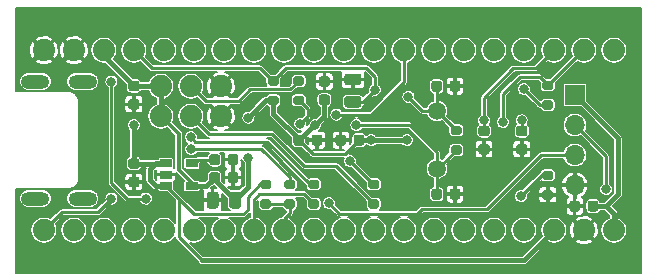
<source format=gbr>
%TF.GenerationSoftware,KiCad,Pcbnew,(5.1.9)-1*%
%TF.CreationDate,2021-02-16T15:18:35+08:00*%
%TF.ProjectId,STM32_Core_Board,53544d33-325f-4436-9f72-655f426f6172,rev?*%
%TF.SameCoordinates,Original*%
%TF.FileFunction,Copper,L2,Bot*%
%TF.FilePolarity,Positive*%
%FSLAX46Y46*%
G04 Gerber Fmt 4.6, Leading zero omitted, Abs format (unit mm)*
G04 Created by KiCad (PCBNEW (5.1.9)-1) date 2021-02-16 15:18:35*
%MOMM*%
%LPD*%
G01*
G04 APERTURE LIST*
%TA.AperFunction,ComponentPad*%
%ADD10O,2.400000X1.200000*%
%TD*%
%TA.AperFunction,ComponentPad*%
%ADD11C,1.500000*%
%TD*%
%TA.AperFunction,SMDPad,CuDef*%
%ADD12R,1.060000X0.650000*%
%TD*%
%TA.AperFunction,ComponentPad*%
%ADD13C,1.879600*%
%TD*%
%TA.AperFunction,ComponentPad*%
%ADD14O,1.700000X1.700000*%
%TD*%
%TA.AperFunction,ComponentPad*%
%ADD15R,1.700000X1.700000*%
%TD*%
%TA.AperFunction,ViaPad*%
%ADD16C,0.800000*%
%TD*%
%TA.AperFunction,ViaPad*%
%ADD17C,0.400000*%
%TD*%
%TA.AperFunction,Conductor*%
%ADD18C,0.250000*%
%TD*%
%TA.AperFunction,Conductor*%
%ADD19C,0.400000*%
%TD*%
%TA.AperFunction,Conductor*%
%ADD20C,0.360000*%
%TD*%
%TA.AperFunction,Conductor*%
%ADD21C,0.128000*%
%TD*%
%TA.AperFunction,Conductor*%
%ADD22C,0.100000*%
%TD*%
G04 APERTURE END LIST*
D10*
%TO.P,J1,6*%
%TO.N,Net-(J1-Pad6)*%
X56630000Y-146180000D03*
X52630000Y-146180000D03*
X56630000Y-156080000D03*
X52630000Y-156080000D03*
%TD*%
%TO.P,C14,2*%
%TO.N,GND*%
%TA.AperFunction,SMDPad,CuDef*%
G36*
G01*
X87701000Y-146808000D02*
X87701000Y-146308000D01*
G75*
G02*
X87926000Y-146083000I225000J0D01*
G01*
X88376000Y-146083000D01*
G75*
G02*
X88601000Y-146308000I0J-225000D01*
G01*
X88601000Y-146808000D01*
G75*
G02*
X88376000Y-147033000I-225000J0D01*
G01*
X87926000Y-147033000D01*
G75*
G02*
X87701000Y-146808000I0J225000D01*
G01*
G37*
%TD.AperFunction*%
%TO.P,C14,1*%
%TO.N,/OSCOUT*%
%TA.AperFunction,SMDPad,CuDef*%
G36*
G01*
X86151000Y-146808000D02*
X86151000Y-146308000D01*
G75*
G02*
X86376000Y-146083000I225000J0D01*
G01*
X86826000Y-146083000D01*
G75*
G02*
X87051000Y-146308000I0J-225000D01*
G01*
X87051000Y-146808000D01*
G75*
G02*
X86826000Y-147033000I-225000J0D01*
G01*
X86376000Y-147033000D01*
G75*
G02*
X86151000Y-146808000I0J225000D01*
G01*
G37*
%TD.AperFunction*%
%TD*%
%TO.P,C13,2*%
%TO.N,GND*%
%TA.AperFunction,SMDPad,CuDef*%
G36*
G01*
X87701000Y-155952000D02*
X87701000Y-155452000D01*
G75*
G02*
X87926000Y-155227000I225000J0D01*
G01*
X88376000Y-155227000D01*
G75*
G02*
X88601000Y-155452000I0J-225000D01*
G01*
X88601000Y-155952000D01*
G75*
G02*
X88376000Y-156177000I-225000J0D01*
G01*
X87926000Y-156177000D01*
G75*
G02*
X87701000Y-155952000I0J225000D01*
G01*
G37*
%TD.AperFunction*%
%TO.P,C13,1*%
%TO.N,/OSCIN*%
%TA.AperFunction,SMDPad,CuDef*%
G36*
G01*
X86151000Y-155952000D02*
X86151000Y-155452000D01*
G75*
G02*
X86376000Y-155227000I225000J0D01*
G01*
X86826000Y-155227000D01*
G75*
G02*
X87051000Y-155452000I0J-225000D01*
G01*
X87051000Y-155952000D01*
G75*
G02*
X86826000Y-156177000I-225000J0D01*
G01*
X86376000Y-156177000D01*
G75*
G02*
X86151000Y-155952000I0J225000D01*
G01*
G37*
%TD.AperFunction*%
%TD*%
%TO.P,C12,2*%
%TO.N,GND*%
%TA.AperFunction,SMDPad,CuDef*%
G36*
G01*
X93552200Y-151455000D02*
X94052200Y-151455000D01*
G75*
G02*
X94277200Y-151680000I0J-225000D01*
G01*
X94277200Y-152130000D01*
G75*
G02*
X94052200Y-152355000I-225000J0D01*
G01*
X93552200Y-152355000D01*
G75*
G02*
X93327200Y-152130000I0J225000D01*
G01*
X93327200Y-151680000D01*
G75*
G02*
X93552200Y-151455000I225000J0D01*
G01*
G37*
%TD.AperFunction*%
%TO.P,C12,1*%
%TO.N,/PC15*%
%TA.AperFunction,SMDPad,CuDef*%
G36*
G01*
X93552200Y-149905000D02*
X94052200Y-149905000D01*
G75*
G02*
X94277200Y-150130000I0J-225000D01*
G01*
X94277200Y-150580000D01*
G75*
G02*
X94052200Y-150805000I-225000J0D01*
G01*
X93552200Y-150805000D01*
G75*
G02*
X93327200Y-150580000I0J225000D01*
G01*
X93327200Y-150130000D01*
G75*
G02*
X93552200Y-149905000I225000J0D01*
G01*
G37*
%TD.AperFunction*%
%TD*%
%TO.P,C11,2*%
%TO.N,GND*%
%TA.AperFunction,SMDPad,CuDef*%
G36*
G01*
X90351800Y-151455000D02*
X90851800Y-151455000D01*
G75*
G02*
X91076800Y-151680000I0J-225000D01*
G01*
X91076800Y-152130000D01*
G75*
G02*
X90851800Y-152355000I-225000J0D01*
G01*
X90351800Y-152355000D01*
G75*
G02*
X90126800Y-152130000I0J225000D01*
G01*
X90126800Y-151680000D01*
G75*
G02*
X90351800Y-151455000I225000J0D01*
G01*
G37*
%TD.AperFunction*%
%TO.P,C11,1*%
%TO.N,/PC14*%
%TA.AperFunction,SMDPad,CuDef*%
G36*
G01*
X90351800Y-149905000D02*
X90851800Y-149905000D01*
G75*
G02*
X91076800Y-150130000I0J-225000D01*
G01*
X91076800Y-150580000D01*
G75*
G02*
X90851800Y-150805000I-225000J0D01*
G01*
X90351800Y-150805000D01*
G75*
G02*
X90126800Y-150580000I0J225000D01*
G01*
X90126800Y-150130000D01*
G75*
G02*
X90351800Y-149905000I225000J0D01*
G01*
G37*
%TD.AperFunction*%
%TD*%
%TO.P,C10,2*%
%TO.N,GND*%
%TA.AperFunction,SMDPad,CuDef*%
G36*
G01*
X79977000Y-146489000D02*
X79027000Y-146489000D01*
G75*
G02*
X78777000Y-146239000I0J250000D01*
G01*
X78777000Y-145739000D01*
G75*
G02*
X79027000Y-145489000I250000J0D01*
G01*
X79977000Y-145489000D01*
G75*
G02*
X80227000Y-145739000I0J-250000D01*
G01*
X80227000Y-146239000D01*
G75*
G02*
X79977000Y-146489000I-250000J0D01*
G01*
G37*
%TD.AperFunction*%
%TO.P,C10,1*%
%TO.N,/RESET*%
%TA.AperFunction,SMDPad,CuDef*%
G36*
G01*
X79977000Y-148389000D02*
X79027000Y-148389000D01*
G75*
G02*
X78777000Y-148139000I0J250000D01*
G01*
X78777000Y-147639000D01*
G75*
G02*
X79027000Y-147389000I250000J0D01*
G01*
X79977000Y-147389000D01*
G75*
G02*
X80227000Y-147639000I0J-250000D01*
G01*
X80227000Y-148139000D01*
G75*
G02*
X79977000Y-148389000I-250000J0D01*
G01*
G37*
%TD.AperFunction*%
%TD*%
%TO.P,C9,2*%
%TO.N,GND*%
%TA.AperFunction,SMDPad,CuDef*%
G36*
G01*
X98735000Y-156468000D02*
X98735000Y-156968000D01*
G75*
G02*
X98510000Y-157193000I-225000J0D01*
G01*
X98060000Y-157193000D01*
G75*
G02*
X97835000Y-156968000I0J225000D01*
G01*
X97835000Y-156468000D01*
G75*
G02*
X98060000Y-156243000I225000J0D01*
G01*
X98510000Y-156243000D01*
G75*
G02*
X98735000Y-156468000I0J-225000D01*
G01*
G37*
%TD.AperFunction*%
%TO.P,C9,1*%
%TO.N,+3V3*%
%TA.AperFunction,SMDPad,CuDef*%
G36*
G01*
X100285000Y-156468000D02*
X100285000Y-156968000D01*
G75*
G02*
X100060000Y-157193000I-225000J0D01*
G01*
X99610000Y-157193000D01*
G75*
G02*
X99385000Y-156968000I0J225000D01*
G01*
X99385000Y-156468000D01*
G75*
G02*
X99610000Y-156243000I225000J0D01*
G01*
X100060000Y-156243000D01*
G75*
G02*
X100285000Y-156468000I0J-225000D01*
G01*
G37*
%TD.AperFunction*%
%TD*%
%TO.P,C8,2*%
%TO.N,GND*%
%TA.AperFunction,SMDPad,CuDef*%
G36*
G01*
X77339000Y-146614000D02*
X76839000Y-146614000D01*
G75*
G02*
X76614000Y-146389000I0J225000D01*
G01*
X76614000Y-145939000D01*
G75*
G02*
X76839000Y-145714000I225000J0D01*
G01*
X77339000Y-145714000D01*
G75*
G02*
X77564000Y-145939000I0J-225000D01*
G01*
X77564000Y-146389000D01*
G75*
G02*
X77339000Y-146614000I-225000J0D01*
G01*
G37*
%TD.AperFunction*%
%TO.P,C8,1*%
%TO.N,+3V3*%
%TA.AperFunction,SMDPad,CuDef*%
G36*
G01*
X77339000Y-148164000D02*
X76839000Y-148164000D01*
G75*
G02*
X76614000Y-147939000I0J225000D01*
G01*
X76614000Y-147489000D01*
G75*
G02*
X76839000Y-147264000I225000J0D01*
G01*
X77339000Y-147264000D01*
G75*
G02*
X77564000Y-147489000I0J-225000D01*
G01*
X77564000Y-147939000D01*
G75*
G02*
X77339000Y-148164000I-225000J0D01*
G01*
G37*
%TD.AperFunction*%
%TD*%
%TO.P,C7,2*%
%TO.N,GND*%
%TA.AperFunction,SMDPad,CuDef*%
G36*
G01*
X68905000Y-154555000D02*
X68905000Y-154055000D01*
G75*
G02*
X69130000Y-153830000I225000J0D01*
G01*
X69580000Y-153830000D01*
G75*
G02*
X69805000Y-154055000I0J-225000D01*
G01*
X69805000Y-154555000D01*
G75*
G02*
X69580000Y-154780000I-225000J0D01*
G01*
X69130000Y-154780000D01*
G75*
G02*
X68905000Y-154555000I0J225000D01*
G01*
G37*
%TD.AperFunction*%
%TO.P,C7,1*%
%TO.N,+3V3*%
%TA.AperFunction,SMDPad,CuDef*%
G36*
G01*
X67355000Y-154555000D02*
X67355000Y-154055000D01*
G75*
G02*
X67580000Y-153830000I225000J0D01*
G01*
X68030000Y-153830000D01*
G75*
G02*
X68255000Y-154055000I0J-225000D01*
G01*
X68255000Y-154555000D01*
G75*
G02*
X68030000Y-154780000I-225000J0D01*
G01*
X67580000Y-154780000D01*
G75*
G02*
X67355000Y-154555000I0J225000D01*
G01*
G37*
%TD.AperFunction*%
%TD*%
%TO.P,C6,2*%
%TO.N,GND*%
%TA.AperFunction,SMDPad,CuDef*%
G36*
G01*
X68130000Y-155735000D02*
X68130000Y-156685000D01*
G75*
G02*
X67880000Y-156935000I-250000J0D01*
G01*
X67380000Y-156935000D01*
G75*
G02*
X67130000Y-156685000I0J250000D01*
G01*
X67130000Y-155735000D01*
G75*
G02*
X67380000Y-155485000I250000J0D01*
G01*
X67880000Y-155485000D01*
G75*
G02*
X68130000Y-155735000I0J-250000D01*
G01*
G37*
%TD.AperFunction*%
%TO.P,C6,1*%
%TO.N,+3V3*%
%TA.AperFunction,SMDPad,CuDef*%
G36*
G01*
X70030000Y-155735000D02*
X70030000Y-156685000D01*
G75*
G02*
X69780000Y-156935000I-250000J0D01*
G01*
X69280000Y-156935000D01*
G75*
G02*
X69030000Y-156685000I0J250000D01*
G01*
X69030000Y-155735000D01*
G75*
G02*
X69280000Y-155485000I250000J0D01*
G01*
X69780000Y-155485000D01*
G75*
G02*
X70030000Y-155735000I0J-250000D01*
G01*
G37*
%TD.AperFunction*%
%TD*%
%TO.P,C5,2*%
%TO.N,GND*%
%TA.AperFunction,SMDPad,CuDef*%
G36*
G01*
X68905000Y-153031000D02*
X68905000Y-152531000D01*
G75*
G02*
X69130000Y-152306000I225000J0D01*
G01*
X69580000Y-152306000D01*
G75*
G02*
X69805000Y-152531000I0J-225000D01*
G01*
X69805000Y-153031000D01*
G75*
G02*
X69580000Y-153256000I-225000J0D01*
G01*
X69130000Y-153256000D01*
G75*
G02*
X68905000Y-153031000I0J225000D01*
G01*
G37*
%TD.AperFunction*%
%TO.P,C5,1*%
%TO.N,Net-(C5-Pad1)*%
%TA.AperFunction,SMDPad,CuDef*%
G36*
G01*
X67355000Y-153031000D02*
X67355000Y-152531000D01*
G75*
G02*
X67580000Y-152306000I225000J0D01*
G01*
X68030000Y-152306000D01*
G75*
G02*
X68255000Y-152531000I0J-225000D01*
G01*
X68255000Y-153031000D01*
G75*
G02*
X68030000Y-153256000I-225000J0D01*
G01*
X67580000Y-153256000D01*
G75*
G02*
X67355000Y-153031000I0J225000D01*
G01*
G37*
%TD.AperFunction*%
%TD*%
%TO.P,C4,2*%
%TO.N,GND*%
%TA.AperFunction,SMDPad,CuDef*%
G36*
G01*
X60710000Y-154223600D02*
X61210000Y-154223600D01*
G75*
G02*
X61435000Y-154448600I0J-225000D01*
G01*
X61435000Y-154898600D01*
G75*
G02*
X61210000Y-155123600I-225000J0D01*
G01*
X60710000Y-155123600D01*
G75*
G02*
X60485000Y-154898600I0J225000D01*
G01*
X60485000Y-154448600D01*
G75*
G02*
X60710000Y-154223600I225000J0D01*
G01*
G37*
%TD.AperFunction*%
%TO.P,C4,1*%
%TO.N,+5V*%
%TA.AperFunction,SMDPad,CuDef*%
G36*
G01*
X60710000Y-152673600D02*
X61210000Y-152673600D01*
G75*
G02*
X61435000Y-152898600I0J-225000D01*
G01*
X61435000Y-153348600D01*
G75*
G02*
X61210000Y-153573600I-225000J0D01*
G01*
X60710000Y-153573600D01*
G75*
G02*
X60485000Y-153348600I0J225000D01*
G01*
X60485000Y-152898600D01*
G75*
G02*
X60710000Y-152673600I225000J0D01*
G01*
G37*
%TD.AperFunction*%
%TD*%
%TO.P,C3,2*%
%TO.N,GND*%
%TA.AperFunction,SMDPad,CuDef*%
G36*
G01*
X78923000Y-150880000D02*
X78923000Y-151380000D01*
G75*
G02*
X78698000Y-151605000I-225000J0D01*
G01*
X78248000Y-151605000D01*
G75*
G02*
X78023000Y-151380000I0J225000D01*
G01*
X78023000Y-150880000D01*
G75*
G02*
X78248000Y-150655000I225000J0D01*
G01*
X78698000Y-150655000D01*
G75*
G02*
X78923000Y-150880000I0J-225000D01*
G01*
G37*
%TD.AperFunction*%
%TO.P,C3,1*%
%TO.N,+3V3*%
%TA.AperFunction,SMDPad,CuDef*%
G36*
G01*
X80473000Y-150880000D02*
X80473000Y-151380000D01*
G75*
G02*
X80248000Y-151605000I-225000J0D01*
G01*
X79798000Y-151605000D01*
G75*
G02*
X79573000Y-151380000I0J225000D01*
G01*
X79573000Y-150880000D01*
G75*
G02*
X79798000Y-150655000I225000J0D01*
G01*
X80248000Y-150655000D01*
G75*
G02*
X80473000Y-150880000I0J-225000D01*
G01*
G37*
%TD.AperFunction*%
%TD*%
%TO.P,C2,2*%
%TO.N,GND*%
%TA.AperFunction,SMDPad,CuDef*%
G36*
G01*
X76017000Y-151380000D02*
X76017000Y-150880000D01*
G75*
G02*
X76242000Y-150655000I225000J0D01*
G01*
X76692000Y-150655000D01*
G75*
G02*
X76917000Y-150880000I0J-225000D01*
G01*
X76917000Y-151380000D01*
G75*
G02*
X76692000Y-151605000I-225000J0D01*
G01*
X76242000Y-151605000D01*
G75*
G02*
X76017000Y-151380000I0J225000D01*
G01*
G37*
%TD.AperFunction*%
%TO.P,C2,1*%
%TO.N,+3V3*%
%TA.AperFunction,SMDPad,CuDef*%
G36*
G01*
X74467000Y-151380000D02*
X74467000Y-150880000D01*
G75*
G02*
X74692000Y-150655000I225000J0D01*
G01*
X75142000Y-150655000D01*
G75*
G02*
X75367000Y-150880000I0J-225000D01*
G01*
X75367000Y-151380000D01*
G75*
G02*
X75142000Y-151605000I-225000J0D01*
G01*
X74692000Y-151605000D01*
G75*
G02*
X74467000Y-151380000I0J225000D01*
G01*
G37*
%TD.AperFunction*%
%TD*%
%TO.P,C1,2*%
%TO.N,GND*%
%TA.AperFunction,SMDPad,CuDef*%
G36*
G01*
X60710000Y-147645000D02*
X61210000Y-147645000D01*
G75*
G02*
X61435000Y-147870000I0J-225000D01*
G01*
X61435000Y-148320000D01*
G75*
G02*
X61210000Y-148545000I-225000J0D01*
G01*
X60710000Y-148545000D01*
G75*
G02*
X60485000Y-148320000I0J225000D01*
G01*
X60485000Y-147870000D01*
G75*
G02*
X60710000Y-147645000I225000J0D01*
G01*
G37*
%TD.AperFunction*%
%TO.P,C1,1*%
%TO.N,+3V3*%
%TA.AperFunction,SMDPad,CuDef*%
G36*
G01*
X60710000Y-146095000D02*
X61210000Y-146095000D01*
G75*
G02*
X61435000Y-146320000I0J-225000D01*
G01*
X61435000Y-146770000D01*
G75*
G02*
X61210000Y-146995000I-225000J0D01*
G01*
X60710000Y-146995000D01*
G75*
G02*
X60485000Y-146770000I0J225000D01*
G01*
X60485000Y-146320000D01*
G75*
G02*
X60710000Y-146095000I225000J0D01*
G01*
G37*
%TD.AperFunction*%
%TD*%
D11*
%TO.P,Y1,2*%
%TO.N,/OSCOUT*%
X86614000Y-148663000D03*
%TO.P,Y1,1*%
%TO.N,/OSCIN*%
X86614000Y-153543000D03*
%TD*%
D12*
%TO.P,U2,5*%
%TO.N,+3V3*%
X65870000Y-155001000D03*
%TO.P,U2,4*%
%TO.N,Net-(C5-Pad1)*%
X65870000Y-153101000D03*
%TO.P,U2,3*%
%TO.N,+5V*%
X63670000Y-153101000D03*
%TO.P,U2,2*%
%TO.N,GND*%
X63670000Y-154051000D03*
%TO.P,U2,1*%
%TO.N,+5V*%
X63670000Y-155001000D03*
%TD*%
%TO.P,R9,2*%
%TO.N,/OSCOUT*%
%TA.AperFunction,SMDPad,CuDef*%
G36*
G01*
X88540000Y-150705000D02*
X87990000Y-150705000D01*
G75*
G02*
X87790000Y-150505000I0J200000D01*
G01*
X87790000Y-150105000D01*
G75*
G02*
X87990000Y-149905000I200000J0D01*
G01*
X88540000Y-149905000D01*
G75*
G02*
X88740000Y-150105000I0J-200000D01*
G01*
X88740000Y-150505000D01*
G75*
G02*
X88540000Y-150705000I-200000J0D01*
G01*
G37*
%TD.AperFunction*%
%TO.P,R9,1*%
%TO.N,/OSCIN*%
%TA.AperFunction,SMDPad,CuDef*%
G36*
G01*
X88540000Y-152355000D02*
X87990000Y-152355000D01*
G75*
G02*
X87790000Y-152155000I0J200000D01*
G01*
X87790000Y-151755000D01*
G75*
G02*
X87990000Y-151555000I200000J0D01*
G01*
X88540000Y-151555000D01*
G75*
G02*
X88740000Y-151755000I0J-200000D01*
G01*
X88740000Y-152155000D01*
G75*
G02*
X88540000Y-152355000I-200000J0D01*
G01*
G37*
%TD.AperFunction*%
%TD*%
%TO.P,R8,2*%
%TO.N,/RESET*%
%TA.AperFunction,SMDPad,CuDef*%
G36*
G01*
X73046000Y-146514000D02*
X72496000Y-146514000D01*
G75*
G02*
X72296000Y-146314000I0J200000D01*
G01*
X72296000Y-145914000D01*
G75*
G02*
X72496000Y-145714000I200000J0D01*
G01*
X73046000Y-145714000D01*
G75*
G02*
X73246000Y-145914000I0J-200000D01*
G01*
X73246000Y-146314000D01*
G75*
G02*
X73046000Y-146514000I-200000J0D01*
G01*
G37*
%TD.AperFunction*%
%TO.P,R8,1*%
%TO.N,+3V3*%
%TA.AperFunction,SMDPad,CuDef*%
G36*
G01*
X73046000Y-148164000D02*
X72496000Y-148164000D01*
G75*
G02*
X72296000Y-147964000I0J200000D01*
G01*
X72296000Y-147564000D01*
G75*
G02*
X72496000Y-147364000I200000J0D01*
G01*
X73046000Y-147364000D01*
G75*
G02*
X73246000Y-147564000I0J-200000D01*
G01*
X73246000Y-147964000D01*
G75*
G02*
X73046000Y-148164000I-200000J0D01*
G01*
G37*
%TD.AperFunction*%
%TD*%
%TO.P,R7,2*%
%TO.N,Net-(J1-Pad2)*%
%TA.AperFunction,SMDPad,CuDef*%
G36*
G01*
X76475000Y-155277000D02*
X75925000Y-155277000D01*
G75*
G02*
X75725000Y-155077000I0J200000D01*
G01*
X75725000Y-154677000D01*
G75*
G02*
X75925000Y-154477000I200000J0D01*
G01*
X76475000Y-154477000D01*
G75*
G02*
X76675000Y-154677000I0J-200000D01*
G01*
X76675000Y-155077000D01*
G75*
G02*
X76475000Y-155277000I-200000J0D01*
G01*
G37*
%TD.AperFunction*%
%TO.P,R7,1*%
%TO.N,/PA11*%
%TA.AperFunction,SMDPad,CuDef*%
G36*
G01*
X76475000Y-156927000D02*
X75925000Y-156927000D01*
G75*
G02*
X75725000Y-156727000I0J200000D01*
G01*
X75725000Y-156327000D01*
G75*
G02*
X75925000Y-156127000I200000J0D01*
G01*
X76475000Y-156127000D01*
G75*
G02*
X76675000Y-156327000I0J-200000D01*
G01*
X76675000Y-156727000D01*
G75*
G02*
X76475000Y-156927000I-200000J0D01*
G01*
G37*
%TD.AperFunction*%
%TD*%
%TO.P,R6,2*%
%TO.N,Net-(J1-Pad3)*%
%TA.AperFunction,SMDPad,CuDef*%
G36*
G01*
X74443000Y-155277000D02*
X73893000Y-155277000D01*
G75*
G02*
X73693000Y-155077000I0J200000D01*
G01*
X73693000Y-154677000D01*
G75*
G02*
X73893000Y-154477000I200000J0D01*
G01*
X74443000Y-154477000D01*
G75*
G02*
X74643000Y-154677000I0J-200000D01*
G01*
X74643000Y-155077000D01*
G75*
G02*
X74443000Y-155277000I-200000J0D01*
G01*
G37*
%TD.AperFunction*%
%TO.P,R6,1*%
%TO.N,/PA12*%
%TA.AperFunction,SMDPad,CuDef*%
G36*
G01*
X74443000Y-156927000D02*
X73893000Y-156927000D01*
G75*
G02*
X73693000Y-156727000I0J200000D01*
G01*
X73693000Y-156327000D01*
G75*
G02*
X73893000Y-156127000I200000J0D01*
G01*
X74443000Y-156127000D01*
G75*
G02*
X74643000Y-156327000I0J-200000D01*
G01*
X74643000Y-156727000D01*
G75*
G02*
X74443000Y-156927000I-200000J0D01*
G01*
G37*
%TD.AperFunction*%
%TD*%
%TO.P,R5,2*%
%TO.N,+5V*%
%TA.AperFunction,SMDPad,CuDef*%
G36*
G01*
X72411000Y-155277000D02*
X71861000Y-155277000D01*
G75*
G02*
X71661000Y-155077000I0J200000D01*
G01*
X71661000Y-154677000D01*
G75*
G02*
X71861000Y-154477000I200000J0D01*
G01*
X72411000Y-154477000D01*
G75*
G02*
X72611000Y-154677000I0J-200000D01*
G01*
X72611000Y-155077000D01*
G75*
G02*
X72411000Y-155277000I-200000J0D01*
G01*
G37*
%TD.AperFunction*%
%TO.P,R5,1*%
%TO.N,/PA12*%
%TA.AperFunction,SMDPad,CuDef*%
G36*
G01*
X72411000Y-156927000D02*
X71861000Y-156927000D01*
G75*
G02*
X71661000Y-156727000I0J200000D01*
G01*
X71661000Y-156327000D01*
G75*
G02*
X71861000Y-156127000I200000J0D01*
G01*
X72411000Y-156127000D01*
G75*
G02*
X72611000Y-156327000I0J-200000D01*
G01*
X72611000Y-156727000D01*
G75*
G02*
X72411000Y-156927000I-200000J0D01*
G01*
G37*
%TD.AperFunction*%
%TD*%
%TO.P,R4,2*%
%TO.N,Net-(D2-Pad1)*%
%TA.AperFunction,SMDPad,CuDef*%
G36*
G01*
X95737000Y-147745000D02*
X96287000Y-147745000D01*
G75*
G02*
X96487000Y-147945000I0J-200000D01*
G01*
X96487000Y-148345000D01*
G75*
G02*
X96287000Y-148545000I-200000J0D01*
G01*
X95737000Y-148545000D01*
G75*
G02*
X95537000Y-148345000I0J200000D01*
G01*
X95537000Y-147945000D01*
G75*
G02*
X95737000Y-147745000I200000J0D01*
G01*
G37*
%TD.AperFunction*%
%TO.P,R4,1*%
%TO.N,/PC13*%
%TA.AperFunction,SMDPad,CuDef*%
G36*
G01*
X95737000Y-146095000D02*
X96287000Y-146095000D01*
G75*
G02*
X96487000Y-146295000I0J-200000D01*
G01*
X96487000Y-146695000D01*
G75*
G02*
X96287000Y-146895000I-200000J0D01*
G01*
X95737000Y-146895000D01*
G75*
G02*
X95537000Y-146695000I0J200000D01*
G01*
X95537000Y-146295000D01*
G75*
G02*
X95737000Y-146095000I200000J0D01*
G01*
G37*
%TD.AperFunction*%
%TD*%
%TO.P,R3,2*%
%TO.N,Net-(D1-Pad1)*%
%TA.AperFunction,SMDPad,CuDef*%
G36*
G01*
X96287000Y-154515000D02*
X95737000Y-154515000D01*
G75*
G02*
X95537000Y-154315000I0J200000D01*
G01*
X95537000Y-153915000D01*
G75*
G02*
X95737000Y-153715000I200000J0D01*
G01*
X96287000Y-153715000D01*
G75*
G02*
X96487000Y-153915000I0J-200000D01*
G01*
X96487000Y-154315000D01*
G75*
G02*
X96287000Y-154515000I-200000J0D01*
G01*
G37*
%TD.AperFunction*%
%TO.P,R3,1*%
%TO.N,GND*%
%TA.AperFunction,SMDPad,CuDef*%
G36*
G01*
X96287000Y-156165000D02*
X95737000Y-156165000D01*
G75*
G02*
X95537000Y-155965000I0J200000D01*
G01*
X95537000Y-155565000D01*
G75*
G02*
X95737000Y-155365000I200000J0D01*
G01*
X96287000Y-155365000D01*
G75*
G02*
X96487000Y-155565000I0J-200000D01*
G01*
X96487000Y-155965000D01*
G75*
G02*
X96287000Y-156165000I-200000J0D01*
G01*
G37*
%TD.AperFunction*%
%TD*%
%TO.P,R2,2*%
%TO.N,/BOOT1*%
%TA.AperFunction,SMDPad,CuDef*%
G36*
G01*
X74655000Y-147364000D02*
X75205000Y-147364000D01*
G75*
G02*
X75405000Y-147564000I0J-200000D01*
G01*
X75405000Y-147964000D01*
G75*
G02*
X75205000Y-148164000I-200000J0D01*
G01*
X74655000Y-148164000D01*
G75*
G02*
X74455000Y-147964000I0J200000D01*
G01*
X74455000Y-147564000D01*
G75*
G02*
X74655000Y-147364000I200000J0D01*
G01*
G37*
%TD.AperFunction*%
%TO.P,R2,1*%
%TO.N,Net-(J2-Pad4)*%
%TA.AperFunction,SMDPad,CuDef*%
G36*
G01*
X74655000Y-145714000D02*
X75205000Y-145714000D01*
G75*
G02*
X75405000Y-145914000I0J-200000D01*
G01*
X75405000Y-146314000D01*
G75*
G02*
X75205000Y-146514000I-200000J0D01*
G01*
X74655000Y-146514000D01*
G75*
G02*
X74455000Y-146314000I0J200000D01*
G01*
X74455000Y-145914000D01*
G75*
G02*
X74655000Y-145714000I200000J0D01*
G01*
G37*
%TD.AperFunction*%
%TD*%
%TO.P,R1,2*%
%TO.N,Net-(J2-Pad3)*%
%TA.AperFunction,SMDPad,CuDef*%
G36*
G01*
X81005000Y-156127000D02*
X81555000Y-156127000D01*
G75*
G02*
X81755000Y-156327000I0J-200000D01*
G01*
X81755000Y-156727000D01*
G75*
G02*
X81555000Y-156927000I-200000J0D01*
G01*
X81005000Y-156927000D01*
G75*
G02*
X80805000Y-156727000I0J200000D01*
G01*
X80805000Y-156327000D01*
G75*
G02*
X81005000Y-156127000I200000J0D01*
G01*
G37*
%TD.AperFunction*%
%TO.P,R1,1*%
%TO.N,/BOOT0*%
%TA.AperFunction,SMDPad,CuDef*%
G36*
G01*
X81005000Y-154477000D02*
X81555000Y-154477000D01*
G75*
G02*
X81755000Y-154677000I0J-200000D01*
G01*
X81755000Y-155077000D01*
G75*
G02*
X81555000Y-155277000I-200000J0D01*
G01*
X81005000Y-155277000D01*
G75*
G02*
X80805000Y-155077000I0J200000D01*
G01*
X80805000Y-154677000D01*
G75*
G02*
X81005000Y-154477000I200000J0D01*
G01*
G37*
%TD.AperFunction*%
%TD*%
D13*
%TO.P,J5,20*%
%TO.N,/PB12*%
X53340000Y-158750000D03*
%TO.P,J5,19*%
%TO.N,/PB13*%
X55880000Y-158750000D03*
%TO.P,J5,18*%
%TO.N,/PB14*%
X58420000Y-158750000D03*
%TO.P,J5,17*%
%TO.N,/PB15*%
X60960000Y-158750000D03*
%TO.P,J5,16*%
%TO.N,/PA8*%
X63500000Y-158750000D03*
%TO.P,J5,15*%
%TO.N,/PA9*%
X66040000Y-158750000D03*
%TO.P,J5,14*%
%TO.N,/PA10*%
X68580000Y-158750000D03*
%TO.P,J5,13*%
%TO.N,/PA11*%
X71120000Y-158750000D03*
%TO.P,J5,12*%
%TO.N,/PA12*%
X73660000Y-158750000D03*
%TO.P,J5,11*%
%TO.N,/PA15*%
X76200000Y-158750000D03*
%TO.P,J5,10*%
%TO.N,/PB3*%
X78740000Y-158750000D03*
%TO.P,J5,9*%
%TO.N,/PB4*%
X81280000Y-158750000D03*
%TO.P,J5,8*%
%TO.N,/PB5*%
X83820000Y-158750000D03*
%TO.P,J5,7*%
%TO.N,/PB6*%
X86360000Y-158750000D03*
%TO.P,J5,6*%
%TO.N,/PB7*%
X88900000Y-158750000D03*
%TO.P,J5,5*%
%TO.N,/PB8*%
X91440000Y-158750000D03*
%TO.P,J5,4*%
%TO.N,/PB9*%
X93980000Y-158750000D03*
%TO.P,J5,3*%
%TO.N,+5V*%
X96520000Y-158750000D03*
%TO.P,J5,2*%
%TO.N,GND*%
X99060000Y-158750000D03*
%TO.P,J5,1*%
%TO.N,+3V3*%
X101600000Y-158750000D03*
%TD*%
%TO.P,J4,20*%
%TO.N,GND*%
X53340000Y-143510000D03*
%TO.P,J4,19*%
X55880000Y-143510000D03*
%TO.P,J4,18*%
%TO.N,+3V3*%
X58420000Y-143510000D03*
%TO.P,J4,17*%
%TO.N,/RESET*%
X60960000Y-143510000D03*
%TO.P,J4,16*%
%TO.N,/PB11*%
X63500000Y-143510000D03*
%TO.P,J4,15*%
%TO.N,/PB10*%
X66040000Y-143510000D03*
%TO.P,J4,14*%
%TO.N,/PB1*%
X68580000Y-143510000D03*
%TO.P,J4,13*%
%TO.N,/PB0*%
X71120000Y-143510000D03*
%TO.P,J4,12*%
%TO.N,/PA7*%
X73660000Y-143510000D03*
%TO.P,J4,11*%
%TO.N,/PA6*%
X76200000Y-143510000D03*
%TO.P,J4,10*%
%TO.N,/PA5*%
X78740000Y-143510000D03*
%TO.P,J4,9*%
%TO.N,/PA4*%
X81280000Y-143510000D03*
%TO.P,J4,8*%
%TO.N,/PA3*%
X83820000Y-143510000D03*
%TO.P,J4,7*%
%TO.N,/PA2*%
X86360000Y-143510000D03*
%TO.P,J4,6*%
%TO.N,/PA1*%
X88900000Y-143510000D03*
%TO.P,J4,5*%
%TO.N,/PA0*%
X91440000Y-143510000D03*
%TO.P,J4,4*%
%TO.N,/PC15*%
X93980000Y-143510000D03*
%TO.P,J4,3*%
%TO.N,/PC14*%
X96520000Y-143510000D03*
%TO.P,J4,2*%
%TO.N,/PC13*%
X99060000Y-143510000D03*
%TO.P,J4,1*%
%TO.N,V_BATT*%
X101600000Y-143510000D03*
%TD*%
D14*
%TO.P,J3,4*%
%TO.N,GND*%
X98298000Y-154940000D03*
%TO.P,J3,3*%
%TO.N,/PA14*%
X98298000Y-152400000D03*
%TO.P,J3,2*%
%TO.N,/PA13*%
X98298000Y-149860000D03*
D15*
%TO.P,J3,1*%
%TO.N,+3V3*%
X98298000Y-147320000D03*
%TD*%
D13*
%TO.P,J2,6*%
%TO.N,GND*%
X68326000Y-146558000D03*
%TO.P,J2,5*%
X68326000Y-149098000D03*
%TO.P,J2,4*%
%TO.N,Net-(J2-Pad4)*%
X65786000Y-146558000D03*
%TO.P,J2,3*%
%TO.N,Net-(J2-Pad3)*%
X65786000Y-149098000D03*
%TO.P,J2,2*%
%TO.N,+3V3*%
X63246000Y-146558000D03*
%TO.P,J2,1*%
X63246000Y-149098000D03*
%TD*%
D16*
%TO.N,GND*%
X100076000Y-145669000D03*
X88392000Y-148590000D03*
X85090000Y-152400000D03*
X57785000Y-147955000D03*
X57785000Y-154305000D03*
D17*
X80645000Y-146685000D03*
X61595000Y-157099000D03*
X84074000Y-154051000D03*
X76835000Y-153924000D03*
X65913000Y-155956000D03*
D16*
%TO.N,+3V3*%
X76317401Y-149850401D03*
X70662803Y-152603197D03*
X81051400Y-151130000D03*
X84074000Y-151130000D03*
X70662801Y-149225000D03*
%TO.N,+5V*%
X60959995Y-149860000D03*
%TO.N,/RESET*%
X61976000Y-156083000D03*
X59055000Y-146177000D03*
X81366001Y-146880443D03*
%TO.N,/PC14*%
X90601800Y-149453600D03*
%TO.N,/PC15*%
X93802200Y-149453600D03*
%TO.N,/OSCIN*%
X79800680Y-149860000D03*
%TO.N,/OSCOUT*%
X84201000Y-147472400D03*
%TO.N,Net-(D1-Pad1)*%
X93728300Y-155877500D03*
%TO.N,Net-(D2-Pad1)*%
X93980008Y-146812000D03*
%TO.N,Net-(J1-Pad2)*%
X65785997Y-150876254D03*
%TO.N,Net-(J1-Pad3)*%
X65809231Y-151895579D03*
%TO.N,/PA14*%
X77470000Y-156464000D03*
%TO.N,/PA13*%
X100931560Y-155287560D03*
%TO.N,/PA3*%
X78105000Y-148971000D03*
%TO.N,/PC13*%
X92202000Y-149606000D03*
%TO.N,/PB12*%
X59055000Y-156083026D03*
%TO.N,/BOOT0*%
X79248000Y-152908000D03*
%TO.N,/BOOT1*%
X75031600Y-149758400D03*
%TD*%
D18*
%TO.N,+3V3*%
X74917000Y-151040800D02*
X74917000Y-151130000D01*
D19*
X72771000Y-148894800D02*
X74917000Y-151040800D01*
X72771000Y-147764000D02*
X72771000Y-148894800D01*
D18*
X78854600Y-152298400D02*
X80023000Y-151130000D01*
X76085400Y-152298400D02*
X78854600Y-152298400D01*
X74917000Y-151130000D02*
X76085400Y-152298400D01*
D19*
X80023000Y-151130000D02*
X81051400Y-151130000D01*
X81051400Y-151130000D02*
X84074000Y-151130000D01*
X76184199Y-149850401D02*
X76317401Y-149850401D01*
X74917000Y-151117600D02*
X76184199Y-149850401D01*
D18*
X74917000Y-151130000D02*
X74917000Y-151117600D01*
D19*
X76317401Y-149844199D02*
X77089000Y-149072600D01*
X77089000Y-149072600D02*
X77089000Y-147714000D01*
D18*
X76317401Y-149850401D02*
X76317401Y-149844199D01*
D19*
X100965000Y-156718000D02*
X99835000Y-156718000D01*
X101955600Y-155727400D02*
X100965000Y-156718000D01*
X101955600Y-150977600D02*
X101955600Y-155727400D01*
X98298000Y-147320000D02*
X101955600Y-150977600D01*
X101600000Y-157353000D02*
X100965000Y-156718000D01*
X101600000Y-158750000D02*
X101600000Y-157353000D01*
X58420000Y-144005000D02*
X58420000Y-143510000D01*
X60960000Y-146545000D02*
X58420000Y-144005000D01*
X63233000Y-146545000D02*
X63246000Y-146558000D01*
X60960000Y-146545000D02*
X63233000Y-146545000D01*
X63246000Y-146558000D02*
X63246000Y-149098000D01*
X70662803Y-155092397D02*
X70662803Y-152603197D01*
X69545200Y-156210000D02*
X70662803Y-155092397D01*
X69530000Y-156210000D02*
X69545200Y-156210000D01*
X69522350Y-156210000D02*
X69530000Y-156210000D01*
X67805000Y-154492650D02*
X69522350Y-156210000D01*
X67805000Y-154305000D02*
X67805000Y-154492650D01*
X67109000Y-155001000D02*
X67805000Y-154305000D01*
X65870000Y-155001000D02*
X67109000Y-155001000D01*
X72771000Y-147764000D02*
X72123801Y-147764000D01*
X72123801Y-147764000D02*
X70662801Y-149225000D01*
D20*
X65870000Y-154770000D02*
X65870000Y-155001000D01*
X64770000Y-153670000D02*
X65870000Y-154770000D01*
X64770000Y-150622000D02*
X64770000Y-153670000D01*
X63246000Y-149098000D02*
X64770000Y-150622000D01*
D18*
%TO.N,+5V*%
X60972400Y-153111200D02*
X60960000Y-153123600D01*
X63659800Y-153111200D02*
X60972400Y-153111200D01*
X63670000Y-153101000D02*
X63659800Y-153111200D01*
X64764801Y-156095801D02*
X63670000Y-155001000D01*
X66733494Y-161315400D02*
X64764801Y-159346707D01*
D19*
X93954600Y-161315400D02*
X66733494Y-161315400D01*
X96520000Y-158750000D02*
X93954600Y-161315400D01*
D18*
X64764801Y-157332799D02*
X64764801Y-156095801D01*
X64764801Y-159346707D02*
X64764801Y-157332799D01*
X71640200Y-154877000D02*
X72136000Y-154877000D01*
X70586600Y-155930600D02*
X71640200Y-154877000D01*
X70586600Y-157048200D02*
X70586600Y-155930600D01*
X70231000Y-157403800D02*
X70586600Y-157048200D01*
X66065400Y-157403800D02*
X70231000Y-157403800D01*
X64764801Y-156103201D02*
X66065400Y-157403800D01*
X64764801Y-156095801D02*
X64764801Y-156103201D01*
D19*
X60959995Y-153123595D02*
X60960000Y-153123600D01*
X60959995Y-149860000D02*
X60959995Y-153123595D01*
X63647400Y-153123600D02*
X63670000Y-153101000D01*
X60960000Y-153123600D02*
X63647400Y-153123600D01*
X62799000Y-155001000D02*
X63670000Y-155001000D01*
X62331600Y-153593800D02*
X62331600Y-154533600D01*
X62331600Y-154533600D02*
X62799000Y-155001000D01*
X62824400Y-153101000D02*
X62331600Y-153593800D01*
X63670000Y-153101000D02*
X62824400Y-153101000D01*
D18*
%TO.N,Net-(C5-Pad1)*%
X66421000Y-152781000D02*
X67805000Y-152781000D01*
X66090800Y-153111200D02*
X66421000Y-152781000D01*
X66080600Y-153101000D02*
X66090800Y-153111200D01*
X65870000Y-153101000D02*
X66080600Y-153101000D01*
%TO.N,/RESET*%
X71628000Y-145034000D02*
X72708000Y-146114000D01*
X62484000Y-145034000D02*
X71628000Y-145034000D01*
X72708000Y-146114000D02*
X72771000Y-146114000D01*
X60960000Y-143510000D02*
X62484000Y-145034000D01*
X72771000Y-146100800D02*
X72771000Y-146114000D01*
X73863200Y-145008600D02*
X72771000Y-146100800D01*
X80645000Y-145008600D02*
X73863200Y-145008600D01*
X81381600Y-145745200D02*
X80645000Y-145008600D01*
X81381600Y-146869700D02*
X81381600Y-145745200D01*
X80362300Y-147889000D02*
X81381600Y-146869700D01*
X79502000Y-147889000D02*
X80362300Y-147889000D01*
X59055000Y-154736800D02*
X59055000Y-146177000D01*
X60401200Y-156083000D02*
X59055000Y-154736800D01*
X61976000Y-156083000D02*
X60401200Y-156083000D01*
%TO.N,/PC14*%
X90601800Y-149453600D02*
X90601800Y-150355000D01*
X94970600Y-145059400D02*
X96520000Y-143510000D01*
X93065600Y-145059400D02*
X94970600Y-145059400D01*
X90601800Y-147523200D02*
X93065600Y-145059400D01*
X90601800Y-149453600D02*
X90601800Y-147523200D01*
%TO.N,/PC15*%
X93802200Y-149453600D02*
X93802200Y-150355000D01*
%TO.N,/OSCIN*%
X86601000Y-153556000D02*
X86614000Y-153543000D01*
X86601000Y-155702000D02*
X86601000Y-153556000D01*
X86677000Y-153543000D02*
X88265000Y-151955000D01*
X86614000Y-153543000D02*
X86677000Y-153543000D01*
X84302600Y-149860000D02*
X79800680Y-149860000D01*
X86614000Y-152171400D02*
X84302600Y-149860000D01*
X86614000Y-153543000D02*
X86614000Y-152171400D01*
%TO.N,/OSCOUT*%
X86601000Y-148650000D02*
X86614000Y-148663000D01*
X86601000Y-146558000D02*
X86601000Y-148650000D01*
X86623000Y-148663000D02*
X88265000Y-150305000D01*
X86614000Y-148663000D02*
X86623000Y-148663000D01*
X86614000Y-148663000D02*
X85391600Y-148663000D01*
X85391600Y-148663000D02*
X84201000Y-147472400D01*
%TO.N,Net-(D1-Pad1)*%
X95490800Y-154115000D02*
X96012000Y-154115000D01*
X93728300Y-155877500D02*
X95490800Y-154115000D01*
%TO.N,Net-(D2-Pad1)*%
X96012000Y-148145000D02*
X95313008Y-148145000D01*
X95313008Y-148145000D02*
X93980008Y-146812000D01*
%TO.N,Net-(J1-Pad2)*%
X66166743Y-151257000D02*
X65785997Y-150876254D01*
X72237600Y-151257000D02*
X66166743Y-151257000D01*
X75857600Y-154877000D02*
X72237600Y-151257000D01*
X76200000Y-154877000D02*
X75857600Y-154877000D01*
%TO.N,Net-(J1-Pad3)*%
X65826613Y-151878197D02*
X65809231Y-151895579D01*
X71766597Y-151878197D02*
X65826613Y-151878197D01*
X74168000Y-154279600D02*
X71766597Y-151878197D01*
X74168000Y-154877000D02*
X74168000Y-154279600D01*
%TO.N,Net-(J2-Pad4)*%
X74764400Y-146114000D02*
X74930000Y-146114000D01*
X74204990Y-146839010D02*
X74930000Y-146114000D01*
X70807390Y-146839010D02*
X74204990Y-146839010D01*
X69823599Y-147822801D02*
X70807390Y-146839010D01*
X67050801Y-147822801D02*
X69823599Y-147822801D01*
X65786000Y-146558000D02*
X67050801Y-147822801D01*
%TO.N,Net-(J2-Pad3)*%
X78067400Y-153314400D02*
X81280000Y-156527000D01*
X75387200Y-153314400D02*
X78067400Y-153314400D01*
X72694800Y-150622000D02*
X75387200Y-153314400D01*
X67310000Y-150622000D02*
X72694800Y-150622000D01*
X65786000Y-149098000D02*
X67310000Y-150622000D01*
%TO.N,/PA14*%
X95427800Y-152400000D02*
X98298000Y-152400000D01*
X90830400Y-156997400D02*
X95427800Y-152400000D01*
X84963000Y-157353000D02*
X85318600Y-156997400D01*
X78359000Y-157353000D02*
X84963000Y-157353000D01*
X85318600Y-156997400D02*
X90830400Y-156997400D01*
X77470000Y-156464000D02*
X78359000Y-157353000D01*
%TO.N,/PA13*%
X100931560Y-152493560D02*
X100931560Y-155287560D01*
X98298000Y-149860000D02*
X100931560Y-152493560D01*
%TO.N,/PA3*%
X81051400Y-148971000D02*
X78105000Y-148971000D01*
X83820000Y-146202400D02*
X81051400Y-148971000D01*
X83820000Y-143510000D02*
X83820000Y-146202400D01*
%TO.N,/PC13*%
X98997000Y-143510000D02*
X99060000Y-143510000D01*
X96012000Y-146495000D02*
X98997000Y-143510000D01*
X95313000Y-145796000D02*
X96012000Y-146495000D01*
X93649800Y-145796000D02*
X95313000Y-145796000D01*
X92202000Y-147243800D02*
X93649800Y-145796000D01*
X92202000Y-149606000D02*
X92202000Y-147243800D01*
%TO.N,/PB12*%
X57912026Y-157226000D02*
X59055000Y-156083026D01*
X54864000Y-157226000D02*
X57912026Y-157226000D01*
X53340000Y-158750000D02*
X54864000Y-157226000D01*
%TO.N,/PA11*%
X76200000Y-156514800D02*
X76200000Y-156527000D01*
X75387200Y-155702000D02*
X76200000Y-156514800D01*
X71577200Y-155702000D02*
X75387200Y-155702000D01*
X71094600Y-156184600D02*
X71577200Y-155702000D01*
X71094600Y-158724600D02*
X71094600Y-156184600D01*
X71120000Y-158750000D02*
X71094600Y-158724600D01*
%TO.N,/PA12*%
X72136000Y-156527000D02*
X74168000Y-156527000D01*
X74168000Y-157327600D02*
X74168000Y-156527000D01*
X73660000Y-157835600D02*
X74168000Y-157327600D01*
X73660000Y-158750000D02*
X73660000Y-157835600D01*
%TO.N,/BOOT0*%
X81280000Y-154877000D02*
X81217000Y-154877000D01*
X81217000Y-154877000D02*
X79248000Y-152908000D01*
%TO.N,/BOOT1*%
X74942200Y-147764000D02*
X74930000Y-147764000D01*
X75666600Y-148488400D02*
X74942200Y-147764000D01*
X75666600Y-149123400D02*
X75666600Y-148488400D01*
X75031600Y-149758400D02*
X75666600Y-149123400D01*
%TD*%
D21*
%TO.N,GND*%
X103923001Y-156199350D02*
X103923000Y-162343000D01*
X51017000Y-162343000D01*
X51017000Y-158638527D01*
X52208200Y-158638527D01*
X52208200Y-158861473D01*
X52251695Y-159080134D01*
X52337012Y-159286108D01*
X52460874Y-159471480D01*
X52618520Y-159629126D01*
X52803892Y-159752988D01*
X53009866Y-159838305D01*
X53228527Y-159881800D01*
X53451473Y-159881800D01*
X53670134Y-159838305D01*
X53876108Y-159752988D01*
X54061480Y-159629126D01*
X54219126Y-159471480D01*
X54342988Y-159286108D01*
X54428305Y-159080134D01*
X54471800Y-158861473D01*
X54471800Y-158638527D01*
X54748200Y-158638527D01*
X54748200Y-158861473D01*
X54791695Y-159080134D01*
X54877012Y-159286108D01*
X55000874Y-159471480D01*
X55158520Y-159629126D01*
X55343892Y-159752988D01*
X55549866Y-159838305D01*
X55768527Y-159881800D01*
X55991473Y-159881800D01*
X56210134Y-159838305D01*
X56416108Y-159752988D01*
X56601480Y-159629126D01*
X56759126Y-159471480D01*
X56882988Y-159286108D01*
X56968305Y-159080134D01*
X57011800Y-158861473D01*
X57011800Y-158638527D01*
X57288200Y-158638527D01*
X57288200Y-158861473D01*
X57331695Y-159080134D01*
X57417012Y-159286108D01*
X57540874Y-159471480D01*
X57698520Y-159629126D01*
X57883892Y-159752988D01*
X58089866Y-159838305D01*
X58308527Y-159881800D01*
X58531473Y-159881800D01*
X58750134Y-159838305D01*
X58956108Y-159752988D01*
X59141480Y-159629126D01*
X59299126Y-159471480D01*
X59422988Y-159286108D01*
X59508305Y-159080134D01*
X59551800Y-158861473D01*
X59551800Y-158638527D01*
X59828200Y-158638527D01*
X59828200Y-158861473D01*
X59871695Y-159080134D01*
X59957012Y-159286108D01*
X60080874Y-159471480D01*
X60238520Y-159629126D01*
X60423892Y-159752988D01*
X60629866Y-159838305D01*
X60848527Y-159881800D01*
X61071473Y-159881800D01*
X61290134Y-159838305D01*
X61496108Y-159752988D01*
X61681480Y-159629126D01*
X61839126Y-159471480D01*
X61962988Y-159286108D01*
X62048305Y-159080134D01*
X62091800Y-158861473D01*
X62091800Y-158638527D01*
X62048305Y-158419866D01*
X61962988Y-158213892D01*
X61839126Y-158028520D01*
X61681480Y-157870874D01*
X61496108Y-157747012D01*
X61290134Y-157661695D01*
X61071473Y-157618200D01*
X60848527Y-157618200D01*
X60629866Y-157661695D01*
X60423892Y-157747012D01*
X60238520Y-157870874D01*
X60080874Y-158028520D01*
X59957012Y-158213892D01*
X59871695Y-158419866D01*
X59828200Y-158638527D01*
X59551800Y-158638527D01*
X59508305Y-158419866D01*
X59422988Y-158213892D01*
X59299126Y-158028520D01*
X59141480Y-157870874D01*
X58956108Y-157747012D01*
X58750134Y-157661695D01*
X58531473Y-157618200D01*
X58308527Y-157618200D01*
X58089866Y-157661695D01*
X57883892Y-157747012D01*
X57698520Y-157870874D01*
X57540874Y-158028520D01*
X57417012Y-158213892D01*
X57331695Y-158419866D01*
X57288200Y-158638527D01*
X57011800Y-158638527D01*
X56968305Y-158419866D01*
X56882988Y-158213892D01*
X56759126Y-158028520D01*
X56601480Y-157870874D01*
X56416108Y-157747012D01*
X56210134Y-157661695D01*
X55991473Y-157618200D01*
X55768527Y-157618200D01*
X55549866Y-157661695D01*
X55343892Y-157747012D01*
X55158520Y-157870874D01*
X55000874Y-158028520D01*
X54877012Y-158213892D01*
X54791695Y-158419866D01*
X54748200Y-158638527D01*
X54471800Y-158638527D01*
X54428305Y-158419866D01*
X54342988Y-158213892D01*
X54335548Y-158202757D01*
X54995305Y-157543000D01*
X57896462Y-157543000D01*
X57912026Y-157544533D01*
X57974169Y-157538412D01*
X58033923Y-157520286D01*
X58088993Y-157490851D01*
X58137263Y-157451237D01*
X58147189Y-157439142D01*
X58925473Y-156660859D01*
X58996693Y-156675026D01*
X59113307Y-156675026D01*
X59227680Y-156652275D01*
X59335417Y-156607649D01*
X59432378Y-156542862D01*
X59514836Y-156460404D01*
X59579623Y-156363443D01*
X59624249Y-156255706D01*
X59647000Y-156141333D01*
X59647000Y-156024719D01*
X59624249Y-155910346D01*
X59579623Y-155802609D01*
X59514836Y-155705648D01*
X59432378Y-155623190D01*
X59335417Y-155558403D01*
X59227680Y-155513777D01*
X59113307Y-155491026D01*
X58996693Y-155491026D01*
X58882320Y-155513777D01*
X58774583Y-155558403D01*
X58677622Y-155623190D01*
X58595164Y-155705648D01*
X58530377Y-155802609D01*
X58485751Y-155910346D01*
X58463000Y-156024719D01*
X58463000Y-156141333D01*
X58477167Y-156212553D01*
X57780721Y-156909000D01*
X54879555Y-156909000D01*
X54863999Y-156907468D01*
X54848443Y-156909000D01*
X54848436Y-156909000D01*
X54807722Y-156913010D01*
X54801856Y-156913588D01*
X54783730Y-156919087D01*
X54742103Y-156931714D01*
X54687033Y-156961149D01*
X54638763Y-157000763D01*
X54628837Y-157012858D01*
X53887243Y-157754452D01*
X53876108Y-157747012D01*
X53670134Y-157661695D01*
X53451473Y-157618200D01*
X53228527Y-157618200D01*
X53009866Y-157661695D01*
X52803892Y-157747012D01*
X52618520Y-157870874D01*
X52460874Y-158028520D01*
X52337012Y-158213892D01*
X52251695Y-158419866D01*
X52208200Y-158638527D01*
X51017000Y-158638527D01*
X51017000Y-156080000D01*
X51234168Y-156080000D01*
X51249460Y-156235259D01*
X51294747Y-156384552D01*
X51368290Y-156522141D01*
X51467262Y-156642738D01*
X51587859Y-156741710D01*
X51725448Y-156815253D01*
X51874741Y-156860540D01*
X51991094Y-156872000D01*
X53268906Y-156872000D01*
X53385259Y-156860540D01*
X53534552Y-156815253D01*
X53672141Y-156741710D01*
X53792738Y-156642738D01*
X53891710Y-156522141D01*
X53965253Y-156384552D01*
X54010540Y-156235259D01*
X54025832Y-156080000D01*
X55234168Y-156080000D01*
X55249460Y-156235259D01*
X55294747Y-156384552D01*
X55368290Y-156522141D01*
X55467262Y-156642738D01*
X55587859Y-156741710D01*
X55725448Y-156815253D01*
X55874741Y-156860540D01*
X55991094Y-156872000D01*
X57268906Y-156872000D01*
X57385259Y-156860540D01*
X57534552Y-156815253D01*
X57672141Y-156741710D01*
X57792738Y-156642738D01*
X57891710Y-156522141D01*
X57965253Y-156384552D01*
X58010540Y-156235259D01*
X58025832Y-156080000D01*
X58010540Y-155924741D01*
X57965253Y-155775448D01*
X57891710Y-155637859D01*
X57792738Y-155517262D01*
X57672141Y-155418290D01*
X57534552Y-155344747D01*
X57385259Y-155299460D01*
X57268906Y-155288000D01*
X55991094Y-155288000D01*
X55874741Y-155299460D01*
X55725448Y-155344747D01*
X55587859Y-155418290D01*
X55467262Y-155517262D01*
X55368290Y-155637859D01*
X55294747Y-155775448D01*
X55249460Y-155924741D01*
X55234168Y-156080000D01*
X54025832Y-156080000D01*
X54010540Y-155924741D01*
X53965253Y-155775448D01*
X53891710Y-155637859D01*
X53792738Y-155517262D01*
X53672141Y-155418290D01*
X53534552Y-155344747D01*
X53385259Y-155299460D01*
X53268906Y-155288000D01*
X51991094Y-155288000D01*
X51874741Y-155299460D01*
X51725448Y-155344747D01*
X51587859Y-155418290D01*
X51467262Y-155517262D01*
X51368290Y-155637859D01*
X51294747Y-155775448D01*
X51249460Y-155924741D01*
X51234168Y-156080000D01*
X51017000Y-156080000D01*
X51017000Y-155284000D01*
X55382650Y-155284000D01*
X55392246Y-155283055D01*
X55396987Y-155283088D01*
X55400003Y-155282792D01*
X55547904Y-155267247D01*
X55567133Y-155263300D01*
X55586488Y-155259608D01*
X55589389Y-155258732D01*
X55731455Y-155214756D01*
X55749613Y-155207123D01*
X55767822Y-155199766D01*
X55770497Y-155198344D01*
X55901315Y-155127611D01*
X55917613Y-155116618D01*
X55934078Y-155105843D01*
X55936426Y-155103928D01*
X56051015Y-155009132D01*
X56064860Y-154995189D01*
X56078925Y-154981416D01*
X56080856Y-154979081D01*
X56174849Y-154863834D01*
X56185729Y-154847457D01*
X56196844Y-154831225D01*
X56198285Y-154828560D01*
X56268104Y-154697251D01*
X56275603Y-154679056D01*
X56283346Y-154660991D01*
X56284242Y-154658096D01*
X56327226Y-154515728D01*
X56331044Y-154496447D01*
X56335136Y-154477196D01*
X56335452Y-154474182D01*
X56349964Y-154326175D01*
X56349964Y-154326168D01*
X56351000Y-154315650D01*
X56351000Y-147944350D01*
X56350055Y-147934754D01*
X56350088Y-147930013D01*
X56349792Y-147926998D01*
X56334247Y-147779096D01*
X56330300Y-147759867D01*
X56326608Y-147740512D01*
X56325732Y-147737612D01*
X56281756Y-147595545D01*
X56274123Y-147577387D01*
X56266766Y-147559178D01*
X56265344Y-147556502D01*
X56194611Y-147425685D01*
X56183618Y-147409387D01*
X56172843Y-147392922D01*
X56170928Y-147390574D01*
X56076132Y-147275986D01*
X56062191Y-147262142D01*
X56048416Y-147248075D01*
X56046081Y-147246144D01*
X55930834Y-147152151D01*
X55914450Y-147141265D01*
X55898225Y-147130156D01*
X55895563Y-147128716D01*
X55895555Y-147128712D01*
X55764252Y-147058897D01*
X55746075Y-147051405D01*
X55727991Y-147043654D01*
X55725096Y-147042758D01*
X55582727Y-146999774D01*
X55563454Y-146995958D01*
X55544196Y-146991864D01*
X55541184Y-146991548D01*
X55541182Y-146991548D01*
X55393175Y-146977036D01*
X55393168Y-146977036D01*
X55382650Y-146976000D01*
X51017000Y-146976000D01*
X51017000Y-146180000D01*
X51234168Y-146180000D01*
X51249460Y-146335259D01*
X51294747Y-146484552D01*
X51368290Y-146622141D01*
X51467262Y-146742738D01*
X51587859Y-146841710D01*
X51725448Y-146915253D01*
X51874741Y-146960540D01*
X51991094Y-146972000D01*
X53268906Y-146972000D01*
X53385259Y-146960540D01*
X53534552Y-146915253D01*
X53672141Y-146841710D01*
X53792738Y-146742738D01*
X53891710Y-146622141D01*
X53965253Y-146484552D01*
X54010540Y-146335259D01*
X54025832Y-146180000D01*
X55234168Y-146180000D01*
X55249460Y-146335259D01*
X55294747Y-146484552D01*
X55368290Y-146622141D01*
X55467262Y-146742738D01*
X55587859Y-146841710D01*
X55725448Y-146915253D01*
X55874741Y-146960540D01*
X55991094Y-146972000D01*
X57268906Y-146972000D01*
X57385259Y-146960540D01*
X57534552Y-146915253D01*
X57672141Y-146841710D01*
X57792738Y-146742738D01*
X57891710Y-146622141D01*
X57965253Y-146484552D01*
X58010540Y-146335259D01*
X58025832Y-146180000D01*
X58019794Y-146118693D01*
X58463000Y-146118693D01*
X58463000Y-146235307D01*
X58485751Y-146349680D01*
X58530377Y-146457417D01*
X58595164Y-146554378D01*
X58677622Y-146636836D01*
X58738001Y-146677180D01*
X58738000Y-154721236D01*
X58736467Y-154736800D01*
X58742588Y-154798943D01*
X58743719Y-154802672D01*
X58760714Y-154858696D01*
X58790149Y-154913766D01*
X58829763Y-154962037D01*
X58841858Y-154971963D01*
X60166041Y-156296147D01*
X60175963Y-156308237D01*
X60224233Y-156347851D01*
X60279303Y-156377286D01*
X60309566Y-156386466D01*
X60339056Y-156395412D01*
X60401199Y-156401533D01*
X60416763Y-156400000D01*
X61475821Y-156400000D01*
X61516164Y-156460378D01*
X61598622Y-156542836D01*
X61695583Y-156607623D01*
X61803320Y-156652249D01*
X61917693Y-156675000D01*
X62034307Y-156675000D01*
X62148680Y-156652249D01*
X62256417Y-156607623D01*
X62353378Y-156542836D01*
X62435836Y-156460378D01*
X62500623Y-156363417D01*
X62545249Y-156255680D01*
X62568000Y-156141307D01*
X62568000Y-156024693D01*
X62545249Y-155910320D01*
X62500623Y-155802583D01*
X62435836Y-155705622D01*
X62353378Y-155623164D01*
X62256417Y-155558377D01*
X62148680Y-155513751D01*
X62034307Y-155491000D01*
X61917693Y-155491000D01*
X61803320Y-155513751D01*
X61695583Y-155558377D01*
X61598622Y-155623164D01*
X61516164Y-155705622D01*
X61475821Y-155766000D01*
X60532506Y-155766000D01*
X59890106Y-155123600D01*
X60165461Y-155123600D01*
X60171601Y-155185939D01*
X60189784Y-155245882D01*
X60219313Y-155301126D01*
X60259052Y-155349548D01*
X60307474Y-155389287D01*
X60362718Y-155418816D01*
X60422661Y-155436999D01*
X60485000Y-155443139D01*
X60817500Y-155441600D01*
X60897000Y-155362100D01*
X60897000Y-154736600D01*
X61023000Y-154736600D01*
X61023000Y-155362100D01*
X61102500Y-155441600D01*
X61435000Y-155443139D01*
X61497339Y-155436999D01*
X61557282Y-155418816D01*
X61612526Y-155389287D01*
X61660948Y-155349548D01*
X61700687Y-155301126D01*
X61730216Y-155245882D01*
X61748399Y-155185939D01*
X61754539Y-155123600D01*
X61753000Y-154816100D01*
X61673500Y-154736600D01*
X61023000Y-154736600D01*
X60897000Y-154736600D01*
X60246500Y-154736600D01*
X60167000Y-154816100D01*
X60165461Y-155123600D01*
X59890106Y-155123600D01*
X59372000Y-154605495D01*
X59372000Y-154223600D01*
X60165461Y-154223600D01*
X60167000Y-154531100D01*
X60246500Y-154610600D01*
X60897000Y-154610600D01*
X60897000Y-153985100D01*
X61023000Y-153985100D01*
X61023000Y-154610600D01*
X61673500Y-154610600D01*
X61753000Y-154531100D01*
X61754539Y-154223600D01*
X61748399Y-154161261D01*
X61730216Y-154101318D01*
X61700687Y-154046074D01*
X61660948Y-153997652D01*
X61612526Y-153957913D01*
X61557282Y-153928384D01*
X61497339Y-153910201D01*
X61435000Y-153904061D01*
X61102500Y-153905600D01*
X61023000Y-153985100D01*
X60897000Y-153985100D01*
X60817500Y-153905600D01*
X60485000Y-153904061D01*
X60422661Y-153910201D01*
X60362718Y-153928384D01*
X60307474Y-153957913D01*
X60259052Y-153997652D01*
X60219313Y-154046074D01*
X60189784Y-154101318D01*
X60171601Y-154161261D01*
X60165461Y-154223600D01*
X59372000Y-154223600D01*
X59372000Y-148545000D01*
X60165461Y-148545000D01*
X60171601Y-148607339D01*
X60189784Y-148667282D01*
X60219313Y-148722526D01*
X60259052Y-148770948D01*
X60307474Y-148810687D01*
X60362718Y-148840216D01*
X60422661Y-148858399D01*
X60485000Y-148864539D01*
X60817500Y-148863000D01*
X60897000Y-148783500D01*
X60897000Y-148158000D01*
X61023000Y-148158000D01*
X61023000Y-148783500D01*
X61102500Y-148863000D01*
X61435000Y-148864539D01*
X61497339Y-148858399D01*
X61557282Y-148840216D01*
X61612526Y-148810687D01*
X61660948Y-148770948D01*
X61700687Y-148722526D01*
X61730216Y-148667282D01*
X61748399Y-148607339D01*
X61754539Y-148545000D01*
X61753000Y-148237500D01*
X61673500Y-148158000D01*
X61023000Y-148158000D01*
X60897000Y-148158000D01*
X60246500Y-148158000D01*
X60167000Y-148237500D01*
X60165461Y-148545000D01*
X59372000Y-148545000D01*
X59372000Y-147645000D01*
X60165461Y-147645000D01*
X60167000Y-147952500D01*
X60246500Y-148032000D01*
X60897000Y-148032000D01*
X60897000Y-147406500D01*
X61023000Y-147406500D01*
X61023000Y-148032000D01*
X61673500Y-148032000D01*
X61753000Y-147952500D01*
X61754539Y-147645000D01*
X61748399Y-147582661D01*
X61730216Y-147522718D01*
X61700687Y-147467474D01*
X61660948Y-147419052D01*
X61612526Y-147379313D01*
X61557282Y-147349784D01*
X61497339Y-147331601D01*
X61435000Y-147325461D01*
X61102500Y-147327000D01*
X61023000Y-147406500D01*
X60897000Y-147406500D01*
X60817500Y-147327000D01*
X60485000Y-147325461D01*
X60422661Y-147331601D01*
X60362718Y-147349784D01*
X60307474Y-147379313D01*
X60259052Y-147419052D01*
X60219313Y-147467474D01*
X60189784Y-147522718D01*
X60171601Y-147582661D01*
X60165461Y-147645000D01*
X59372000Y-147645000D01*
X59372000Y-146677179D01*
X59432378Y-146636836D01*
X59514836Y-146554378D01*
X59579623Y-146457417D01*
X59624249Y-146349680D01*
X59647000Y-146235307D01*
X59647000Y-146118693D01*
X59624249Y-146004320D01*
X59579623Y-145896583D01*
X59514836Y-145799622D01*
X59432378Y-145717164D01*
X59335417Y-145652377D01*
X59227680Y-145607751D01*
X59113307Y-145585000D01*
X58996693Y-145585000D01*
X58882320Y-145607751D01*
X58774583Y-145652377D01*
X58677622Y-145717164D01*
X58595164Y-145799622D01*
X58530377Y-145896583D01*
X58485751Y-146004320D01*
X58463000Y-146118693D01*
X58019794Y-146118693D01*
X58010540Y-146024741D01*
X57965253Y-145875448D01*
X57891710Y-145737859D01*
X57792738Y-145617262D01*
X57672141Y-145518290D01*
X57534552Y-145444747D01*
X57385259Y-145399460D01*
X57268906Y-145388000D01*
X55991094Y-145388000D01*
X55874741Y-145399460D01*
X55725448Y-145444747D01*
X55587859Y-145518290D01*
X55467262Y-145617262D01*
X55368290Y-145737859D01*
X55294747Y-145875448D01*
X55249460Y-146024741D01*
X55234168Y-146180000D01*
X54025832Y-146180000D01*
X54010540Y-146024741D01*
X53965253Y-145875448D01*
X53891710Y-145737859D01*
X53792738Y-145617262D01*
X53672141Y-145518290D01*
X53534552Y-145444747D01*
X53385259Y-145399460D01*
X53268906Y-145388000D01*
X51991094Y-145388000D01*
X51874741Y-145399460D01*
X51725448Y-145444747D01*
X51587859Y-145518290D01*
X51467262Y-145617262D01*
X51368290Y-145737859D01*
X51294747Y-145875448D01*
X51249460Y-146024741D01*
X51234168Y-146180000D01*
X51017000Y-146180000D01*
X51017000Y-144390849D01*
X52548246Y-144390849D01*
X52648998Y-144568264D01*
X52868733Y-144682738D01*
X53106578Y-144752143D01*
X53353393Y-144773814D01*
X53599694Y-144746917D01*
X53836014Y-144672486D01*
X54031002Y-144568264D01*
X54131754Y-144390849D01*
X55088246Y-144390849D01*
X55188998Y-144568264D01*
X55408733Y-144682738D01*
X55646578Y-144752143D01*
X55893393Y-144773814D01*
X56139694Y-144746917D01*
X56376014Y-144672486D01*
X56571002Y-144568264D01*
X56671754Y-144390849D01*
X55880000Y-143599095D01*
X55088246Y-144390849D01*
X54131754Y-144390849D01*
X53340000Y-143599095D01*
X52548246Y-144390849D01*
X51017000Y-144390849D01*
X51017000Y-143523393D01*
X52076186Y-143523393D01*
X52103083Y-143769694D01*
X52177514Y-144006014D01*
X52281736Y-144201002D01*
X52459151Y-144301754D01*
X53250905Y-143510000D01*
X53429095Y-143510000D01*
X54220849Y-144301754D01*
X54398264Y-144201002D01*
X54512738Y-143981267D01*
X54582143Y-143743422D01*
X54601462Y-143523393D01*
X54616186Y-143523393D01*
X54643083Y-143769694D01*
X54717514Y-144006014D01*
X54821736Y-144201002D01*
X54999151Y-144301754D01*
X55790905Y-143510000D01*
X55969095Y-143510000D01*
X56760849Y-144301754D01*
X56938264Y-144201002D01*
X57052738Y-143981267D01*
X57122143Y-143743422D01*
X57143814Y-143496607D01*
X57133104Y-143398527D01*
X57288200Y-143398527D01*
X57288200Y-143621473D01*
X57331695Y-143840134D01*
X57417012Y-144046108D01*
X57540874Y-144231480D01*
X57698520Y-144389126D01*
X57883892Y-144512988D01*
X58089866Y-144598305D01*
X58308527Y-144641800D01*
X58502430Y-144641800D01*
X60292071Y-146431443D01*
X60292071Y-146770000D01*
X60300101Y-146851534D01*
X60323884Y-146929935D01*
X60362505Y-147002189D01*
X60414480Y-147065520D01*
X60477811Y-147117495D01*
X60550065Y-147156116D01*
X60628466Y-147179899D01*
X60710000Y-147187929D01*
X61210000Y-147187929D01*
X61291534Y-147179899D01*
X61369935Y-147156116D01*
X61442189Y-147117495D01*
X61505520Y-147065520D01*
X61557495Y-147002189D01*
X61592340Y-146937000D01*
X62177936Y-146937000D01*
X62243012Y-147094108D01*
X62366874Y-147279480D01*
X62524520Y-147437126D01*
X62709892Y-147560988D01*
X62854000Y-147620680D01*
X62854001Y-148035320D01*
X62709892Y-148095012D01*
X62524520Y-148218874D01*
X62366874Y-148376520D01*
X62243012Y-148561892D01*
X62157695Y-148767866D01*
X62114200Y-148986527D01*
X62114200Y-149209473D01*
X62157695Y-149428134D01*
X62243012Y-149634108D01*
X62366874Y-149819480D01*
X62524520Y-149977126D01*
X62709892Y-150100988D01*
X62915866Y-150186305D01*
X63134527Y-150229800D01*
X63357473Y-150229800D01*
X63576134Y-150186305D01*
X63740242Y-150118329D01*
X64398000Y-150776088D01*
X64398001Y-153477116D01*
X64387698Y-153468661D01*
X64389222Y-153463639D01*
X64392929Y-153426000D01*
X64392929Y-152776000D01*
X64389222Y-152738361D01*
X64378243Y-152702169D01*
X64360415Y-152668814D01*
X64336421Y-152639579D01*
X64307186Y-152615585D01*
X64273831Y-152597757D01*
X64237639Y-152586778D01*
X64200000Y-152583071D01*
X63140000Y-152583071D01*
X63102361Y-152586778D01*
X63066169Y-152597757D01*
X63032814Y-152615585D01*
X63003579Y-152639579D01*
X62979585Y-152668814D01*
X62961757Y-152702169D01*
X62959685Y-152709000D01*
X62843649Y-152709000D01*
X62824399Y-152707104D01*
X62747554Y-152714673D01*
X62736587Y-152718000D01*
X62691754Y-152731600D01*
X61592340Y-152731600D01*
X61557495Y-152666411D01*
X61505520Y-152603080D01*
X61442189Y-152551105D01*
X61369935Y-152512484D01*
X61351995Y-152507042D01*
X61351995Y-150305214D01*
X61419831Y-150237378D01*
X61484618Y-150140417D01*
X61529244Y-150032680D01*
X61551995Y-149918307D01*
X61551995Y-149801693D01*
X61529244Y-149687320D01*
X61484618Y-149579583D01*
X61419831Y-149482622D01*
X61337373Y-149400164D01*
X61240412Y-149335377D01*
X61132675Y-149290751D01*
X61018302Y-149268000D01*
X60901688Y-149268000D01*
X60787315Y-149290751D01*
X60679578Y-149335377D01*
X60582617Y-149400164D01*
X60500159Y-149482622D01*
X60435372Y-149579583D01*
X60390746Y-149687320D01*
X60367995Y-149801693D01*
X60367995Y-149918307D01*
X60390746Y-150032680D01*
X60435372Y-150140417D01*
X60500159Y-150237378D01*
X60567995Y-150305214D01*
X60567996Y-152507045D01*
X60550065Y-152512484D01*
X60477811Y-152551105D01*
X60414480Y-152603080D01*
X60362505Y-152666411D01*
X60323884Y-152738665D01*
X60300101Y-152817066D01*
X60292071Y-152898600D01*
X60292071Y-153348600D01*
X60300101Y-153430134D01*
X60323884Y-153508535D01*
X60362505Y-153580789D01*
X60414480Y-153644120D01*
X60477811Y-153696095D01*
X60550065Y-153734716D01*
X60628466Y-153758499D01*
X60710000Y-153766529D01*
X61210000Y-153766529D01*
X61291534Y-153758499D01*
X61369935Y-153734716D01*
X61442189Y-153696095D01*
X61505520Y-153644120D01*
X61557495Y-153580789D01*
X61592340Y-153515600D01*
X61945684Y-153515600D01*
X61945273Y-153516955D01*
X61937704Y-153593800D01*
X61939600Y-153613050D01*
X61939601Y-154514341D01*
X61937704Y-154533600D01*
X61945273Y-154610445D01*
X61964774Y-154674729D01*
X61967689Y-154684337D01*
X62004088Y-154752437D01*
X62053074Y-154812127D01*
X62068035Y-154824405D01*
X62508199Y-155264570D01*
X62520473Y-155279527D01*
X62580163Y-155328513D01*
X62648263Y-155364912D01*
X62699739Y-155380527D01*
X62722154Y-155387327D01*
X62798999Y-155394896D01*
X62818249Y-155393000D01*
X62959685Y-155393000D01*
X62961757Y-155399831D01*
X62979585Y-155433186D01*
X63003579Y-155462421D01*
X63032814Y-155486415D01*
X63066169Y-155504243D01*
X63102361Y-155515222D01*
X63140000Y-155518929D01*
X63739624Y-155518929D01*
X64447802Y-156227107D01*
X64447801Y-157348362D01*
X64447802Y-157348372D01*
X64447802Y-158131300D01*
X64379126Y-158028520D01*
X64221480Y-157870874D01*
X64036108Y-157747012D01*
X63830134Y-157661695D01*
X63611473Y-157618200D01*
X63388527Y-157618200D01*
X63169866Y-157661695D01*
X62963892Y-157747012D01*
X62778520Y-157870874D01*
X62620874Y-158028520D01*
X62497012Y-158213892D01*
X62411695Y-158419866D01*
X62368200Y-158638527D01*
X62368200Y-158861473D01*
X62411695Y-159080134D01*
X62497012Y-159286108D01*
X62620874Y-159471480D01*
X62778520Y-159629126D01*
X62963892Y-159752988D01*
X63169866Y-159838305D01*
X63388527Y-159881800D01*
X63611473Y-159881800D01*
X63830134Y-159838305D01*
X64036108Y-159752988D01*
X64221480Y-159629126D01*
X64379126Y-159471480D01*
X64448353Y-159367875D01*
X64452389Y-159408849D01*
X64470515Y-159468603D01*
X64499950Y-159523673D01*
X64539564Y-159571944D01*
X64551659Y-159581870D01*
X66345543Y-161375755D01*
X66347167Y-161392245D01*
X66369582Y-161466137D01*
X66405981Y-161534237D01*
X66454967Y-161593927D01*
X66514657Y-161642913D01*
X66582757Y-161679312D01*
X66656649Y-161701727D01*
X66714245Y-161707400D01*
X93935351Y-161707400D01*
X93954600Y-161709296D01*
X93973849Y-161707400D01*
X94031445Y-161701727D01*
X94105337Y-161679312D01*
X94173437Y-161642913D01*
X94233127Y-161593927D01*
X94245410Y-161578960D01*
X96045758Y-159778614D01*
X96189866Y-159838305D01*
X96408527Y-159881800D01*
X96631473Y-159881800D01*
X96850134Y-159838305D01*
X97056108Y-159752988D01*
X97238901Y-159630849D01*
X98268246Y-159630849D01*
X98368998Y-159808264D01*
X98588733Y-159922738D01*
X98826578Y-159992143D01*
X99073393Y-160013814D01*
X99319694Y-159986917D01*
X99556014Y-159912486D01*
X99751002Y-159808264D01*
X99851754Y-159630849D01*
X99060000Y-158839095D01*
X98268246Y-159630849D01*
X97238901Y-159630849D01*
X97241480Y-159629126D01*
X97399126Y-159471480D01*
X97522988Y-159286108D01*
X97608305Y-159080134D01*
X97651800Y-158861473D01*
X97651800Y-158763393D01*
X97796186Y-158763393D01*
X97823083Y-159009694D01*
X97897514Y-159246014D01*
X98001736Y-159441002D01*
X98179151Y-159541754D01*
X98970905Y-158750000D01*
X99149095Y-158750000D01*
X99940849Y-159541754D01*
X100118264Y-159441002D01*
X100232738Y-159221267D01*
X100302143Y-158983422D01*
X100323814Y-158736607D01*
X100296917Y-158490306D01*
X100222486Y-158253986D01*
X100118264Y-158058998D01*
X99940849Y-157958246D01*
X99149095Y-158750000D01*
X98970905Y-158750000D01*
X98179151Y-157958246D01*
X98001736Y-158058998D01*
X97887262Y-158278733D01*
X97817857Y-158516578D01*
X97796186Y-158763393D01*
X97651800Y-158763393D01*
X97651800Y-158638527D01*
X97608305Y-158419866D01*
X97522988Y-158213892D01*
X97399126Y-158028520D01*
X97241480Y-157870874D01*
X97238902Y-157869151D01*
X98268246Y-157869151D01*
X99060000Y-158660905D01*
X99851754Y-157869151D01*
X99751002Y-157691736D01*
X99531267Y-157577262D01*
X99293422Y-157507857D01*
X99046607Y-157486186D01*
X98800306Y-157513083D01*
X98563986Y-157587514D01*
X98368998Y-157691736D01*
X98268246Y-157869151D01*
X97238902Y-157869151D01*
X97056108Y-157747012D01*
X96850134Y-157661695D01*
X96631473Y-157618200D01*
X96408527Y-157618200D01*
X96189866Y-157661695D01*
X95983892Y-157747012D01*
X95798520Y-157870874D01*
X95640874Y-158028520D01*
X95517012Y-158213892D01*
X95431695Y-158419866D01*
X95388200Y-158638527D01*
X95388200Y-158861473D01*
X95431695Y-159080134D01*
X95491386Y-159224242D01*
X93792230Y-160923400D01*
X66789800Y-160923400D01*
X65701055Y-159834655D01*
X65709866Y-159838305D01*
X65928527Y-159881800D01*
X66151473Y-159881800D01*
X66370134Y-159838305D01*
X66576108Y-159752988D01*
X66761480Y-159629126D01*
X66919126Y-159471480D01*
X67042988Y-159286108D01*
X67128305Y-159080134D01*
X67171800Y-158861473D01*
X67171800Y-158638527D01*
X67128305Y-158419866D01*
X67042988Y-158213892D01*
X66919126Y-158028520D01*
X66761480Y-157870874D01*
X66576108Y-157747012D01*
X66512826Y-157720800D01*
X68107174Y-157720800D01*
X68043892Y-157747012D01*
X67858520Y-157870874D01*
X67700874Y-158028520D01*
X67577012Y-158213892D01*
X67491695Y-158419866D01*
X67448200Y-158638527D01*
X67448200Y-158861473D01*
X67491695Y-159080134D01*
X67577012Y-159286108D01*
X67700874Y-159471480D01*
X67858520Y-159629126D01*
X68043892Y-159752988D01*
X68249866Y-159838305D01*
X68468527Y-159881800D01*
X68691473Y-159881800D01*
X68910134Y-159838305D01*
X69116108Y-159752988D01*
X69301480Y-159629126D01*
X69459126Y-159471480D01*
X69582988Y-159286108D01*
X69668305Y-159080134D01*
X69711800Y-158861473D01*
X69711800Y-158638527D01*
X69668305Y-158419866D01*
X69582988Y-158213892D01*
X69459126Y-158028520D01*
X69301480Y-157870874D01*
X69116108Y-157747012D01*
X69052826Y-157720800D01*
X70215436Y-157720800D01*
X70231000Y-157722333D01*
X70293143Y-157716212D01*
X70301414Y-157713703D01*
X70352897Y-157698086D01*
X70407967Y-157668651D01*
X70456237Y-157629037D01*
X70466163Y-157616942D01*
X70777601Y-157305505D01*
X70777600Y-157666776D01*
X70583892Y-157747012D01*
X70398520Y-157870874D01*
X70240874Y-158028520D01*
X70117012Y-158213892D01*
X70031695Y-158419866D01*
X69988200Y-158638527D01*
X69988200Y-158861473D01*
X70031695Y-159080134D01*
X70117012Y-159286108D01*
X70240874Y-159471480D01*
X70398520Y-159629126D01*
X70583892Y-159752988D01*
X70789866Y-159838305D01*
X71008527Y-159881800D01*
X71231473Y-159881800D01*
X71450134Y-159838305D01*
X71656108Y-159752988D01*
X71841480Y-159629126D01*
X71999126Y-159471480D01*
X72122988Y-159286108D01*
X72208305Y-159080134D01*
X72251800Y-158861473D01*
X72251800Y-158638527D01*
X72208305Y-158419866D01*
X72122988Y-158213892D01*
X71999126Y-158028520D01*
X71841480Y-157870874D01*
X71656108Y-157747012D01*
X71450134Y-157661695D01*
X71411600Y-157654030D01*
X71411600Y-156315905D01*
X71475453Y-156252052D01*
X71468071Y-156327000D01*
X71468071Y-156727000D01*
X71475621Y-156803657D01*
X71497981Y-156877367D01*
X71534291Y-156945300D01*
X71583157Y-157004843D01*
X71642700Y-157053709D01*
X71710633Y-157090019D01*
X71784343Y-157112379D01*
X71861000Y-157119929D01*
X72411000Y-157119929D01*
X72487657Y-157112379D01*
X72561367Y-157090019D01*
X72629300Y-157053709D01*
X72688843Y-157004843D01*
X72737709Y-156945300D01*
X72774019Y-156877367D01*
X72784141Y-156844000D01*
X73519859Y-156844000D01*
X73529981Y-156877367D01*
X73566291Y-156945300D01*
X73615157Y-157004843D01*
X73674700Y-157053709D01*
X73742633Y-157090019D01*
X73816343Y-157112379D01*
X73851000Y-157115792D01*
X73851000Y-157196295D01*
X73446854Y-157600441D01*
X73434764Y-157610363D01*
X73404883Y-157646773D01*
X73329866Y-157661695D01*
X73123892Y-157747012D01*
X72938520Y-157870874D01*
X72780874Y-158028520D01*
X72657012Y-158213892D01*
X72571695Y-158419866D01*
X72528200Y-158638527D01*
X72528200Y-158861473D01*
X72571695Y-159080134D01*
X72657012Y-159286108D01*
X72780874Y-159471480D01*
X72938520Y-159629126D01*
X73123892Y-159752988D01*
X73329866Y-159838305D01*
X73548527Y-159881800D01*
X73771473Y-159881800D01*
X73990134Y-159838305D01*
X74196108Y-159752988D01*
X74381480Y-159629126D01*
X74539126Y-159471480D01*
X74662988Y-159286108D01*
X74748305Y-159080134D01*
X74791800Y-158861473D01*
X74791800Y-158638527D01*
X75068200Y-158638527D01*
X75068200Y-158861473D01*
X75111695Y-159080134D01*
X75197012Y-159286108D01*
X75320874Y-159471480D01*
X75478520Y-159629126D01*
X75663892Y-159752988D01*
X75869866Y-159838305D01*
X76088527Y-159881800D01*
X76311473Y-159881800D01*
X76530134Y-159838305D01*
X76736108Y-159752988D01*
X76921480Y-159629126D01*
X77079126Y-159471480D01*
X77202988Y-159286108D01*
X77288305Y-159080134D01*
X77331800Y-158861473D01*
X77331800Y-158638527D01*
X77288305Y-158419866D01*
X77202988Y-158213892D01*
X77079126Y-158028520D01*
X76921480Y-157870874D01*
X76736108Y-157747012D01*
X76530134Y-157661695D01*
X76311473Y-157618200D01*
X76088527Y-157618200D01*
X75869866Y-157661695D01*
X75663892Y-157747012D01*
X75478520Y-157870874D01*
X75320874Y-158028520D01*
X75197012Y-158213892D01*
X75111695Y-158419866D01*
X75068200Y-158638527D01*
X74791800Y-158638527D01*
X74748305Y-158419866D01*
X74662988Y-158213892D01*
X74539126Y-158028520D01*
X74381480Y-157870874D01*
X74196579Y-157747326D01*
X74381143Y-157562762D01*
X74393237Y-157552837D01*
X74432851Y-157504567D01*
X74462286Y-157449497D01*
X74480412Y-157389743D01*
X74485000Y-157343164D01*
X74485000Y-157343157D01*
X74486532Y-157327601D01*
X74485000Y-157312045D01*
X74485000Y-157115792D01*
X74519657Y-157112379D01*
X74593367Y-157090019D01*
X74661300Y-157053709D01*
X74720843Y-157004843D01*
X74769709Y-156945300D01*
X74806019Y-156877367D01*
X74828379Y-156803657D01*
X74835929Y-156727000D01*
X74835929Y-156327000D01*
X74828379Y-156250343D01*
X74806019Y-156176633D01*
X74769709Y-156108700D01*
X74720843Y-156049157D01*
X74684097Y-156019000D01*
X75255895Y-156019000D01*
X75534924Y-156298030D01*
X75532071Y-156327000D01*
X75532071Y-156727000D01*
X75539621Y-156803657D01*
X75561981Y-156877367D01*
X75598291Y-156945300D01*
X75647157Y-157004843D01*
X75706700Y-157053709D01*
X75774633Y-157090019D01*
X75848343Y-157112379D01*
X75925000Y-157119929D01*
X76475000Y-157119929D01*
X76551657Y-157112379D01*
X76625367Y-157090019D01*
X76693300Y-157053709D01*
X76752843Y-157004843D01*
X76801709Y-156945300D01*
X76838019Y-156877367D01*
X76860379Y-156803657D01*
X76867929Y-156727000D01*
X76867929Y-156327000D01*
X76860379Y-156250343D01*
X76838019Y-156176633D01*
X76801709Y-156108700D01*
X76752843Y-156049157D01*
X76693300Y-156000291D01*
X76625367Y-155963981D01*
X76551657Y-155941621D01*
X76475000Y-155934071D01*
X76067577Y-155934071D01*
X75622363Y-155488858D01*
X75612437Y-155476763D01*
X75564167Y-155437149D01*
X75509097Y-155407714D01*
X75449343Y-155389588D01*
X75402764Y-155385000D01*
X75387200Y-155383467D01*
X75371636Y-155385000D01*
X74684097Y-155385000D01*
X74720843Y-155354843D01*
X74769709Y-155295300D01*
X74806019Y-155227367D01*
X74828379Y-155153657D01*
X74835929Y-155077000D01*
X74835929Y-154677000D01*
X74828379Y-154600343D01*
X74806019Y-154526633D01*
X74769709Y-154458700D01*
X74720843Y-154399157D01*
X74661300Y-154350291D01*
X74593367Y-154313981D01*
X74519657Y-154291621D01*
X74485679Y-154288274D01*
X74486533Y-154279600D01*
X74480412Y-154217456D01*
X74462286Y-154157702D01*
X74449854Y-154134444D01*
X74432851Y-154102633D01*
X74393237Y-154054363D01*
X74381147Y-154044441D01*
X72001760Y-151665055D01*
X71991834Y-151652960D01*
X71943564Y-151613346D01*
X71888494Y-151583911D01*
X71855821Y-151574000D01*
X72106295Y-151574000D01*
X75532071Y-154999777D01*
X75532071Y-155077000D01*
X75539621Y-155153657D01*
X75561981Y-155227367D01*
X75598291Y-155295300D01*
X75647157Y-155354843D01*
X75706700Y-155403709D01*
X75774633Y-155440019D01*
X75848343Y-155462379D01*
X75925000Y-155469929D01*
X76475000Y-155469929D01*
X76551657Y-155462379D01*
X76625367Y-155440019D01*
X76693300Y-155403709D01*
X76752843Y-155354843D01*
X76801709Y-155295300D01*
X76838019Y-155227367D01*
X76860379Y-155153657D01*
X76867929Y-155077000D01*
X76867929Y-154677000D01*
X76860379Y-154600343D01*
X76838019Y-154526633D01*
X76801709Y-154458700D01*
X76752843Y-154399157D01*
X76693300Y-154350291D01*
X76625367Y-154313981D01*
X76551657Y-154291621D01*
X76475000Y-154284071D01*
X75925000Y-154284071D01*
X75848343Y-154291621D01*
X75774633Y-154313981D01*
X75753945Y-154325039D01*
X72472763Y-151043858D01*
X72462837Y-151031763D01*
X72414567Y-150992149D01*
X72359497Y-150962714D01*
X72299743Y-150944588D01*
X72253164Y-150940000D01*
X72243011Y-150939000D01*
X72563495Y-150939000D01*
X75152041Y-153527547D01*
X75161963Y-153539637D01*
X75210233Y-153579251D01*
X75233150Y-153591500D01*
X75265302Y-153608686D01*
X75325056Y-153626812D01*
X75387200Y-153632933D01*
X75402764Y-153631400D01*
X77936095Y-153631400D01*
X80613830Y-156309135D01*
X80612071Y-156327000D01*
X80612071Y-156727000D01*
X80619621Y-156803657D01*
X80641981Y-156877367D01*
X80678291Y-156945300D01*
X80727157Y-157004843D01*
X80765122Y-157036000D01*
X78490306Y-157036000D01*
X78047833Y-156593527D01*
X78062000Y-156522307D01*
X78062000Y-156405693D01*
X78039249Y-156291320D01*
X77994623Y-156183583D01*
X77929836Y-156086622D01*
X77847378Y-156004164D01*
X77750417Y-155939377D01*
X77642680Y-155894751D01*
X77528307Y-155872000D01*
X77411693Y-155872000D01*
X77297320Y-155894751D01*
X77189583Y-155939377D01*
X77092622Y-156004164D01*
X77010164Y-156086622D01*
X76945377Y-156183583D01*
X76900751Y-156291320D01*
X76878000Y-156405693D01*
X76878000Y-156522307D01*
X76900751Y-156636680D01*
X76945377Y-156744417D01*
X77010164Y-156841378D01*
X77092622Y-156923836D01*
X77189583Y-156988623D01*
X77297320Y-157033249D01*
X77411693Y-157056000D01*
X77528307Y-157056000D01*
X77599527Y-157041833D01*
X78123841Y-157566147D01*
X78133763Y-157578237D01*
X78182033Y-157617851D01*
X78237103Y-157647286D01*
X78274513Y-157658634D01*
X78296856Y-157665412D01*
X78359000Y-157671533D01*
X78374564Y-157670000D01*
X78389816Y-157670000D01*
X78203892Y-157747012D01*
X78018520Y-157870874D01*
X77860874Y-158028520D01*
X77737012Y-158213892D01*
X77651695Y-158419866D01*
X77608200Y-158638527D01*
X77608200Y-158861473D01*
X77651695Y-159080134D01*
X77737012Y-159286108D01*
X77860874Y-159471480D01*
X78018520Y-159629126D01*
X78203892Y-159752988D01*
X78409866Y-159838305D01*
X78628527Y-159881800D01*
X78851473Y-159881800D01*
X79070134Y-159838305D01*
X79276108Y-159752988D01*
X79461480Y-159629126D01*
X79619126Y-159471480D01*
X79742988Y-159286108D01*
X79828305Y-159080134D01*
X79871800Y-158861473D01*
X79871800Y-158638527D01*
X79828305Y-158419866D01*
X79742988Y-158213892D01*
X79619126Y-158028520D01*
X79461480Y-157870874D01*
X79276108Y-157747012D01*
X79090184Y-157670000D01*
X80929816Y-157670000D01*
X80743892Y-157747012D01*
X80558520Y-157870874D01*
X80400874Y-158028520D01*
X80277012Y-158213892D01*
X80191695Y-158419866D01*
X80148200Y-158638527D01*
X80148200Y-158861473D01*
X80191695Y-159080134D01*
X80277012Y-159286108D01*
X80400874Y-159471480D01*
X80558520Y-159629126D01*
X80743892Y-159752988D01*
X80949866Y-159838305D01*
X81168527Y-159881800D01*
X81391473Y-159881800D01*
X81610134Y-159838305D01*
X81816108Y-159752988D01*
X82001480Y-159629126D01*
X82159126Y-159471480D01*
X82282988Y-159286108D01*
X82368305Y-159080134D01*
X82411800Y-158861473D01*
X82411800Y-158638527D01*
X82368305Y-158419866D01*
X82282988Y-158213892D01*
X82159126Y-158028520D01*
X82001480Y-157870874D01*
X81816108Y-157747012D01*
X81630184Y-157670000D01*
X83469816Y-157670000D01*
X83283892Y-157747012D01*
X83098520Y-157870874D01*
X82940874Y-158028520D01*
X82817012Y-158213892D01*
X82731695Y-158419866D01*
X82688200Y-158638527D01*
X82688200Y-158861473D01*
X82731695Y-159080134D01*
X82817012Y-159286108D01*
X82940874Y-159471480D01*
X83098520Y-159629126D01*
X83283892Y-159752988D01*
X83489866Y-159838305D01*
X83708527Y-159881800D01*
X83931473Y-159881800D01*
X84150134Y-159838305D01*
X84356108Y-159752988D01*
X84541480Y-159629126D01*
X84699126Y-159471480D01*
X84822988Y-159286108D01*
X84908305Y-159080134D01*
X84951800Y-158861473D01*
X84951800Y-158638527D01*
X85228200Y-158638527D01*
X85228200Y-158861473D01*
X85271695Y-159080134D01*
X85357012Y-159286108D01*
X85480874Y-159471480D01*
X85638520Y-159629126D01*
X85823892Y-159752988D01*
X86029866Y-159838305D01*
X86248527Y-159881800D01*
X86471473Y-159881800D01*
X86690134Y-159838305D01*
X86896108Y-159752988D01*
X87081480Y-159629126D01*
X87239126Y-159471480D01*
X87362988Y-159286108D01*
X87448305Y-159080134D01*
X87491800Y-158861473D01*
X87491800Y-158638527D01*
X87768200Y-158638527D01*
X87768200Y-158861473D01*
X87811695Y-159080134D01*
X87897012Y-159286108D01*
X88020874Y-159471480D01*
X88178520Y-159629126D01*
X88363892Y-159752988D01*
X88569866Y-159838305D01*
X88788527Y-159881800D01*
X89011473Y-159881800D01*
X89230134Y-159838305D01*
X89436108Y-159752988D01*
X89621480Y-159629126D01*
X89779126Y-159471480D01*
X89902988Y-159286108D01*
X89988305Y-159080134D01*
X90031800Y-158861473D01*
X90031800Y-158638527D01*
X90308200Y-158638527D01*
X90308200Y-158861473D01*
X90351695Y-159080134D01*
X90437012Y-159286108D01*
X90560874Y-159471480D01*
X90718520Y-159629126D01*
X90903892Y-159752988D01*
X91109866Y-159838305D01*
X91328527Y-159881800D01*
X91551473Y-159881800D01*
X91770134Y-159838305D01*
X91976108Y-159752988D01*
X92161480Y-159629126D01*
X92319126Y-159471480D01*
X92442988Y-159286108D01*
X92528305Y-159080134D01*
X92571800Y-158861473D01*
X92571800Y-158638527D01*
X92848200Y-158638527D01*
X92848200Y-158861473D01*
X92891695Y-159080134D01*
X92977012Y-159286108D01*
X93100874Y-159471480D01*
X93258520Y-159629126D01*
X93443892Y-159752988D01*
X93649866Y-159838305D01*
X93868527Y-159881800D01*
X94091473Y-159881800D01*
X94310134Y-159838305D01*
X94516108Y-159752988D01*
X94701480Y-159629126D01*
X94859126Y-159471480D01*
X94982988Y-159286108D01*
X95068305Y-159080134D01*
X95111800Y-158861473D01*
X95111800Y-158638527D01*
X95068305Y-158419866D01*
X94982988Y-158213892D01*
X94859126Y-158028520D01*
X94701480Y-157870874D01*
X94516108Y-157747012D01*
X94310134Y-157661695D01*
X94091473Y-157618200D01*
X93868527Y-157618200D01*
X93649866Y-157661695D01*
X93443892Y-157747012D01*
X93258520Y-157870874D01*
X93100874Y-158028520D01*
X92977012Y-158213892D01*
X92891695Y-158419866D01*
X92848200Y-158638527D01*
X92571800Y-158638527D01*
X92528305Y-158419866D01*
X92442988Y-158213892D01*
X92319126Y-158028520D01*
X92161480Y-157870874D01*
X91976108Y-157747012D01*
X91770134Y-157661695D01*
X91551473Y-157618200D01*
X91328527Y-157618200D01*
X91109866Y-157661695D01*
X90903892Y-157747012D01*
X90718520Y-157870874D01*
X90560874Y-158028520D01*
X90437012Y-158213892D01*
X90351695Y-158419866D01*
X90308200Y-158638527D01*
X90031800Y-158638527D01*
X89988305Y-158419866D01*
X89902988Y-158213892D01*
X89779126Y-158028520D01*
X89621480Y-157870874D01*
X89436108Y-157747012D01*
X89230134Y-157661695D01*
X89011473Y-157618200D01*
X88788527Y-157618200D01*
X88569866Y-157661695D01*
X88363892Y-157747012D01*
X88178520Y-157870874D01*
X88020874Y-158028520D01*
X87897012Y-158213892D01*
X87811695Y-158419866D01*
X87768200Y-158638527D01*
X87491800Y-158638527D01*
X87448305Y-158419866D01*
X87362988Y-158213892D01*
X87239126Y-158028520D01*
X87081480Y-157870874D01*
X86896108Y-157747012D01*
X86690134Y-157661695D01*
X86471473Y-157618200D01*
X86248527Y-157618200D01*
X86029866Y-157661695D01*
X85823892Y-157747012D01*
X85638520Y-157870874D01*
X85480874Y-158028520D01*
X85357012Y-158213892D01*
X85271695Y-158419866D01*
X85228200Y-158638527D01*
X84951800Y-158638527D01*
X84908305Y-158419866D01*
X84822988Y-158213892D01*
X84699126Y-158028520D01*
X84541480Y-157870874D01*
X84356108Y-157747012D01*
X84170184Y-157670000D01*
X84947436Y-157670000D01*
X84963000Y-157671533D01*
X84992260Y-157668651D01*
X85025143Y-157665412D01*
X85084897Y-157647286D01*
X85139967Y-157617851D01*
X85188237Y-157578237D01*
X85198163Y-157566142D01*
X85449906Y-157314400D01*
X90814836Y-157314400D01*
X90830400Y-157315933D01*
X90859660Y-157313051D01*
X90892543Y-157309812D01*
X90952297Y-157291686D01*
X91007367Y-157262251D01*
X91055637Y-157222637D01*
X91065563Y-157210542D01*
X91083105Y-157193000D01*
X97515461Y-157193000D01*
X97521601Y-157255339D01*
X97539784Y-157315282D01*
X97569313Y-157370526D01*
X97609052Y-157418948D01*
X97657474Y-157458687D01*
X97712718Y-157488216D01*
X97772661Y-157506399D01*
X97835000Y-157512539D01*
X98142500Y-157511000D01*
X98222000Y-157431500D01*
X98222000Y-156781000D01*
X98348000Y-156781000D01*
X98348000Y-157431500D01*
X98427500Y-157511000D01*
X98735000Y-157512539D01*
X98797339Y-157506399D01*
X98857282Y-157488216D01*
X98912526Y-157458687D01*
X98960948Y-157418948D01*
X99000687Y-157370526D01*
X99030216Y-157315282D01*
X99048399Y-157255339D01*
X99054539Y-157193000D01*
X99053000Y-156860500D01*
X98973500Y-156781000D01*
X98348000Y-156781000D01*
X98222000Y-156781000D01*
X97596500Y-156781000D01*
X97517000Y-156860500D01*
X97515461Y-157193000D01*
X91083105Y-157193000D01*
X92456912Y-155819193D01*
X93136300Y-155819193D01*
X93136300Y-155935807D01*
X93159051Y-156050180D01*
X93203677Y-156157917D01*
X93268464Y-156254878D01*
X93350922Y-156337336D01*
X93447883Y-156402123D01*
X93555620Y-156446749D01*
X93669993Y-156469500D01*
X93786607Y-156469500D01*
X93900980Y-156446749D01*
X94008717Y-156402123D01*
X94105678Y-156337336D01*
X94188136Y-156254878D01*
X94248190Y-156165000D01*
X95217461Y-156165000D01*
X95223601Y-156227339D01*
X95241784Y-156287282D01*
X95271313Y-156342526D01*
X95311052Y-156390948D01*
X95359474Y-156430687D01*
X95414718Y-156460216D01*
X95474661Y-156478399D01*
X95537000Y-156484539D01*
X95869500Y-156483000D01*
X95949000Y-156403500D01*
X95949000Y-155828000D01*
X96075000Y-155828000D01*
X96075000Y-156403500D01*
X96154500Y-156483000D01*
X96487000Y-156484539D01*
X96549339Y-156478399D01*
X96609282Y-156460216D01*
X96664526Y-156430687D01*
X96712948Y-156390948D01*
X96752687Y-156342526D01*
X96782216Y-156287282D01*
X96800399Y-156227339D01*
X96806539Y-156165000D01*
X96805000Y-155907500D01*
X96725500Y-155828000D01*
X96075000Y-155828000D01*
X95949000Y-155828000D01*
X95298500Y-155828000D01*
X95219000Y-155907500D01*
X95217461Y-156165000D01*
X94248190Y-156165000D01*
X94252923Y-156157917D01*
X94297549Y-156050180D01*
X94320300Y-155935807D01*
X94320300Y-155819193D01*
X94306133Y-155747972D01*
X94689105Y-155365000D01*
X95217461Y-155365000D01*
X95219000Y-155622500D01*
X95298500Y-155702000D01*
X95949000Y-155702000D01*
X95949000Y-155126500D01*
X96075000Y-155126500D01*
X96075000Y-155702000D01*
X96725500Y-155702000D01*
X96805000Y-155622500D01*
X96806539Y-155365000D01*
X96800399Y-155302661D01*
X96782216Y-155242718D01*
X96752687Y-155187474D01*
X96750390Y-155184674D01*
X97155914Y-155184674D01*
X97212454Y-155371071D01*
X97317410Y-155574568D01*
X97460050Y-155753679D01*
X97634892Y-155901520D01*
X97716433Y-155946657D01*
X97712718Y-155947784D01*
X97657474Y-155977313D01*
X97609052Y-156017052D01*
X97569313Y-156065474D01*
X97539784Y-156120718D01*
X97521601Y-156180661D01*
X97515461Y-156243000D01*
X97517000Y-156575500D01*
X97596500Y-156655000D01*
X98222000Y-156655000D01*
X98222000Y-156030759D01*
X98235000Y-156026803D01*
X98235000Y-156004500D01*
X98348000Y-156004500D01*
X98348000Y-156655000D01*
X98973500Y-156655000D01*
X99053000Y-156575500D01*
X99054539Y-156243000D01*
X99048399Y-156180661D01*
X99030216Y-156120718D01*
X99000687Y-156065474D01*
X98960948Y-156017052D01*
X98912526Y-155977313D01*
X98867584Y-155953291D01*
X98961108Y-155901520D01*
X99135950Y-155753679D01*
X99278590Y-155574568D01*
X99383546Y-155371071D01*
X99440086Y-155184674D01*
X99384675Y-155003000D01*
X98361000Y-155003000D01*
X98361000Y-155991500D01*
X98348000Y-156004500D01*
X98235000Y-156004500D01*
X98235000Y-155003000D01*
X97211325Y-155003000D01*
X97155914Y-155184674D01*
X96750390Y-155184674D01*
X96712948Y-155139052D01*
X96664526Y-155099313D01*
X96609282Y-155069784D01*
X96549339Y-155051601D01*
X96487000Y-155045461D01*
X96154500Y-155047000D01*
X96075000Y-155126500D01*
X95949000Y-155126500D01*
X95869500Y-155047000D01*
X95537000Y-155045461D01*
X95474661Y-155051601D01*
X95414718Y-155069784D01*
X95359474Y-155099313D01*
X95311052Y-155139052D01*
X95271313Y-155187474D01*
X95241784Y-155242718D01*
X95223601Y-155302661D01*
X95217461Y-155365000D01*
X94689105Y-155365000D01*
X95460313Y-154593792D01*
X95518700Y-154641709D01*
X95586633Y-154678019D01*
X95660343Y-154700379D01*
X95737000Y-154707929D01*
X96287000Y-154707929D01*
X96363657Y-154700379D01*
X96380314Y-154695326D01*
X97155914Y-154695326D01*
X97211325Y-154877000D01*
X98235000Y-154877000D01*
X98235000Y-153853197D01*
X98361000Y-153853197D01*
X98361000Y-154877000D01*
X99384675Y-154877000D01*
X99440086Y-154695326D01*
X99383546Y-154508929D01*
X99278590Y-154305432D01*
X99135950Y-154126321D01*
X98961108Y-153978480D01*
X98760783Y-153867589D01*
X98542674Y-153797911D01*
X98361000Y-153853197D01*
X98235000Y-153853197D01*
X98053326Y-153797911D01*
X97835217Y-153867589D01*
X97634892Y-153978480D01*
X97460050Y-154126321D01*
X97317410Y-154305432D01*
X97212454Y-154508929D01*
X97155914Y-154695326D01*
X96380314Y-154695326D01*
X96437367Y-154678019D01*
X96505300Y-154641709D01*
X96564843Y-154592843D01*
X96613709Y-154533300D01*
X96650019Y-154465367D01*
X96672379Y-154391657D01*
X96679929Y-154315000D01*
X96679929Y-153915000D01*
X96672379Y-153838343D01*
X96650019Y-153764633D01*
X96613709Y-153696700D01*
X96564843Y-153637157D01*
X96505300Y-153588291D01*
X96437367Y-153551981D01*
X96363657Y-153529621D01*
X96287000Y-153522071D01*
X95737000Y-153522071D01*
X95660343Y-153529621D01*
X95586633Y-153551981D01*
X95518700Y-153588291D01*
X95459157Y-153637157D01*
X95410291Y-153696700D01*
X95373981Y-153764633D01*
X95354659Y-153828327D01*
X95313833Y-153850149D01*
X95265563Y-153889763D01*
X95255637Y-153901858D01*
X93857828Y-155299667D01*
X93786607Y-155285500D01*
X93669993Y-155285500D01*
X93555620Y-155308251D01*
X93447883Y-155352877D01*
X93350922Y-155417664D01*
X93268464Y-155500122D01*
X93203677Y-155597083D01*
X93159051Y-155704820D01*
X93136300Y-155819193D01*
X92456912Y-155819193D01*
X95559105Y-152717000D01*
X97301453Y-152717000D01*
X97374591Y-152893572D01*
X97488626Y-153064236D01*
X97633764Y-153209374D01*
X97804428Y-153323409D01*
X97994060Y-153401957D01*
X98195372Y-153442000D01*
X98400628Y-153442000D01*
X98601940Y-153401957D01*
X98791572Y-153323409D01*
X98962236Y-153209374D01*
X99107374Y-153064236D01*
X99221409Y-152893572D01*
X99299957Y-152703940D01*
X99340000Y-152502628D01*
X99340000Y-152297372D01*
X99299957Y-152096060D01*
X99221409Y-151906428D01*
X99107374Y-151735764D01*
X98962236Y-151590626D01*
X98791572Y-151476591D01*
X98601940Y-151398043D01*
X98400628Y-151358000D01*
X98195372Y-151358000D01*
X97994060Y-151398043D01*
X97804428Y-151476591D01*
X97633764Y-151590626D01*
X97488626Y-151735764D01*
X97374591Y-151906428D01*
X97301453Y-152083000D01*
X95443355Y-152083000D01*
X95427799Y-152081468D01*
X95412243Y-152083000D01*
X95412236Y-152083000D01*
X95371522Y-152087010D01*
X95365656Y-152087588D01*
X95353275Y-152091344D01*
X95305903Y-152105714D01*
X95250833Y-152135149D01*
X95202563Y-152174763D01*
X95192637Y-152186858D01*
X90699095Y-156680400D01*
X85334155Y-156680400D01*
X85318599Y-156678868D01*
X85303043Y-156680400D01*
X85303036Y-156680400D01*
X85262322Y-156684410D01*
X85256456Y-156684988D01*
X85238330Y-156690487D01*
X85196703Y-156703114D01*
X85141633Y-156732549D01*
X85093363Y-156772163D01*
X85083441Y-156784253D01*
X84831695Y-157036000D01*
X81794878Y-157036000D01*
X81832843Y-157004843D01*
X81881709Y-156945300D01*
X81918019Y-156877367D01*
X81940379Y-156803657D01*
X81947929Y-156727000D01*
X81947929Y-156327000D01*
X81940379Y-156250343D01*
X81918019Y-156176633D01*
X81881709Y-156108700D01*
X81832843Y-156049157D01*
X81773300Y-156000291D01*
X81705367Y-155963981D01*
X81631657Y-155941621D01*
X81555000Y-155934071D01*
X81135376Y-155934071D01*
X78302563Y-153101258D01*
X78292637Y-153089163D01*
X78244367Y-153049549D01*
X78189297Y-153020114D01*
X78129543Y-153001988D01*
X78082964Y-152997400D01*
X78067400Y-152995867D01*
X78051836Y-152997400D01*
X75518506Y-152997400D01*
X72929963Y-150408858D01*
X72920037Y-150396763D01*
X72871767Y-150357149D01*
X72816697Y-150327714D01*
X72756943Y-150309588D01*
X72710364Y-150305000D01*
X72694800Y-150303467D01*
X72679236Y-150305000D01*
X68680681Y-150305000D01*
X68822014Y-150260486D01*
X69017002Y-150156264D01*
X69117754Y-149978849D01*
X68326000Y-149187095D01*
X67534246Y-149978849D01*
X67634998Y-150156264D01*
X67854733Y-150270738D01*
X67972146Y-150305000D01*
X67441305Y-150305000D01*
X66781548Y-149645243D01*
X66788988Y-149634108D01*
X66874305Y-149428134D01*
X66917800Y-149209473D01*
X66917800Y-149111393D01*
X67062186Y-149111393D01*
X67089083Y-149357694D01*
X67163514Y-149594014D01*
X67267736Y-149789002D01*
X67445151Y-149889754D01*
X68236905Y-149098000D01*
X68415095Y-149098000D01*
X69206849Y-149889754D01*
X69384264Y-149789002D01*
X69498738Y-149569267D01*
X69568143Y-149331422D01*
X69582606Y-149166693D01*
X70070801Y-149166693D01*
X70070801Y-149283307D01*
X70093552Y-149397680D01*
X70138178Y-149505417D01*
X70202965Y-149602378D01*
X70285423Y-149684836D01*
X70382384Y-149749623D01*
X70490121Y-149794249D01*
X70604494Y-149817000D01*
X70721108Y-149817000D01*
X70835481Y-149794249D01*
X70943218Y-149749623D01*
X71040179Y-149684836D01*
X71122637Y-149602378D01*
X71187424Y-149505417D01*
X71232050Y-149397680D01*
X71254801Y-149283307D01*
X71254801Y-149187370D01*
X72210121Y-148232051D01*
X72218157Y-148241843D01*
X72277700Y-148290709D01*
X72345633Y-148327019D01*
X72379001Y-148337141D01*
X72379001Y-148875541D01*
X72377104Y-148894800D01*
X72384673Y-148971645D01*
X72404424Y-149036751D01*
X72407089Y-149045537D01*
X72443488Y-149113637D01*
X72492474Y-149173327D01*
X72507435Y-149185605D01*
X74274071Y-150952242D01*
X74274071Y-151380000D01*
X74282101Y-151461534D01*
X74305884Y-151539935D01*
X74344505Y-151612189D01*
X74396480Y-151675520D01*
X74459811Y-151727495D01*
X74532065Y-151766116D01*
X74610466Y-151789899D01*
X74692000Y-151797929D01*
X75136624Y-151797929D01*
X75850241Y-152511547D01*
X75860163Y-152523637D01*
X75908433Y-152563251D01*
X75963503Y-152592686D01*
X76000913Y-152604034D01*
X76023256Y-152610812D01*
X76085399Y-152616933D01*
X76100963Y-152615400D01*
X78731517Y-152615400D01*
X78723377Y-152627583D01*
X78678751Y-152735320D01*
X78656000Y-152849693D01*
X78656000Y-152966307D01*
X78678751Y-153080680D01*
X78723377Y-153188417D01*
X78788164Y-153285378D01*
X78870622Y-153367836D01*
X78967583Y-153432623D01*
X79075320Y-153477249D01*
X79189693Y-153500000D01*
X79306307Y-153500000D01*
X79377528Y-153485833D01*
X80612071Y-154720377D01*
X80612071Y-155077000D01*
X80619621Y-155153657D01*
X80641981Y-155227367D01*
X80678291Y-155295300D01*
X80727157Y-155354843D01*
X80786700Y-155403709D01*
X80854633Y-155440019D01*
X80928343Y-155462379D01*
X81005000Y-155469929D01*
X81555000Y-155469929D01*
X81631657Y-155462379D01*
X81705367Y-155440019D01*
X81773300Y-155403709D01*
X81832843Y-155354843D01*
X81881709Y-155295300D01*
X81918019Y-155227367D01*
X81940379Y-155153657D01*
X81947929Y-155077000D01*
X81947929Y-154677000D01*
X81940379Y-154600343D01*
X81918019Y-154526633D01*
X81881709Y-154458700D01*
X81832843Y-154399157D01*
X81773300Y-154350291D01*
X81705367Y-154313981D01*
X81631657Y-154291621D01*
X81555000Y-154284071D01*
X81072377Y-154284071D01*
X79825833Y-153037528D01*
X79840000Y-152966307D01*
X79840000Y-152849693D01*
X79817249Y-152735320D01*
X79772623Y-152627583D01*
X79707836Y-152530622D01*
X79625378Y-152448164D01*
X79528417Y-152383377D01*
X79420680Y-152338751D01*
X79306307Y-152316000D01*
X79285305Y-152316000D01*
X79803377Y-151797929D01*
X80248000Y-151797929D01*
X80329534Y-151789899D01*
X80407935Y-151766116D01*
X80480189Y-151727495D01*
X80543520Y-151675520D01*
X80595495Y-151612189D01*
X80630634Y-151546448D01*
X80674022Y-151589836D01*
X80770983Y-151654623D01*
X80878720Y-151699249D01*
X80993093Y-151722000D01*
X81109707Y-151722000D01*
X81224080Y-151699249D01*
X81331817Y-151654623D01*
X81428778Y-151589836D01*
X81496614Y-151522000D01*
X83628786Y-151522000D01*
X83696622Y-151589836D01*
X83793583Y-151654623D01*
X83901320Y-151699249D01*
X84015693Y-151722000D01*
X84132307Y-151722000D01*
X84246680Y-151699249D01*
X84354417Y-151654623D01*
X84451378Y-151589836D01*
X84533836Y-151507378D01*
X84598623Y-151410417D01*
X84643249Y-151302680D01*
X84666000Y-151188307D01*
X84666000Y-151071693D01*
X84643249Y-150957320D01*
X84598623Y-150849583D01*
X84533836Y-150752622D01*
X84451378Y-150670164D01*
X84354417Y-150605377D01*
X84246680Y-150560751D01*
X84132307Y-150538000D01*
X84015693Y-150538000D01*
X83901320Y-150560751D01*
X83793583Y-150605377D01*
X83696622Y-150670164D01*
X83628786Y-150738000D01*
X81496614Y-150738000D01*
X81428778Y-150670164D01*
X81331817Y-150605377D01*
X81224080Y-150560751D01*
X81109707Y-150538000D01*
X80993093Y-150538000D01*
X80878720Y-150560751D01*
X80770983Y-150605377D01*
X80674022Y-150670164D01*
X80630634Y-150713552D01*
X80595495Y-150647811D01*
X80543520Y-150584480D01*
X80480189Y-150532505D01*
X80407935Y-150493884D01*
X80329534Y-150470101D01*
X80248000Y-150462071D01*
X79798000Y-150462071D01*
X79716466Y-150470101D01*
X79638065Y-150493884D01*
X79565811Y-150532505D01*
X79502480Y-150584480D01*
X79450505Y-150647811D01*
X79411884Y-150720065D01*
X79388101Y-150798466D01*
X79380071Y-150880000D01*
X79380071Y-151324623D01*
X79241881Y-151462814D01*
X79241000Y-151272500D01*
X79161500Y-151193000D01*
X78536000Y-151193000D01*
X78536000Y-151843500D01*
X78615500Y-151923000D01*
X78780867Y-151923828D01*
X78723295Y-151981400D01*
X76216706Y-151981400D01*
X76159134Y-151923828D01*
X76324500Y-151923000D01*
X76404000Y-151843500D01*
X76404000Y-151193000D01*
X76530000Y-151193000D01*
X76530000Y-151843500D01*
X76609500Y-151923000D01*
X76917000Y-151924539D01*
X76979339Y-151918399D01*
X77039282Y-151900216D01*
X77094526Y-151870687D01*
X77142948Y-151830948D01*
X77182687Y-151782526D01*
X77212216Y-151727282D01*
X77230399Y-151667339D01*
X77236539Y-151605000D01*
X77703461Y-151605000D01*
X77709601Y-151667339D01*
X77727784Y-151727282D01*
X77757313Y-151782526D01*
X77797052Y-151830948D01*
X77845474Y-151870687D01*
X77900718Y-151900216D01*
X77960661Y-151918399D01*
X78023000Y-151924539D01*
X78330500Y-151923000D01*
X78410000Y-151843500D01*
X78410000Y-151193000D01*
X77784500Y-151193000D01*
X77705000Y-151272500D01*
X77703461Y-151605000D01*
X77236539Y-151605000D01*
X77235000Y-151272500D01*
X77155500Y-151193000D01*
X76530000Y-151193000D01*
X76404000Y-151193000D01*
X75778500Y-151193000D01*
X75699000Y-151272500D01*
X75698119Y-151462814D01*
X75559929Y-151324624D01*
X75559929Y-151029041D01*
X75698551Y-150890420D01*
X75699000Y-150987500D01*
X75778500Y-151067000D01*
X76404000Y-151067000D01*
X76404000Y-151047000D01*
X76530000Y-151047000D01*
X76530000Y-151067000D01*
X77155500Y-151067000D01*
X77235000Y-150987500D01*
X77236539Y-150655000D01*
X77703461Y-150655000D01*
X77705000Y-150987500D01*
X77784500Y-151067000D01*
X78410000Y-151067000D01*
X78410000Y-150416500D01*
X78536000Y-150416500D01*
X78536000Y-151067000D01*
X79161500Y-151067000D01*
X79241000Y-150987500D01*
X79242539Y-150655000D01*
X79236399Y-150592661D01*
X79218216Y-150532718D01*
X79188687Y-150477474D01*
X79148948Y-150429052D01*
X79100526Y-150389313D01*
X79045282Y-150359784D01*
X78985339Y-150341601D01*
X78923000Y-150335461D01*
X78615500Y-150337000D01*
X78536000Y-150416500D01*
X78410000Y-150416500D01*
X78330500Y-150337000D01*
X78023000Y-150335461D01*
X77960661Y-150341601D01*
X77900718Y-150359784D01*
X77845474Y-150389313D01*
X77797052Y-150429052D01*
X77757313Y-150477474D01*
X77727784Y-150532718D01*
X77709601Y-150592661D01*
X77703461Y-150655000D01*
X77236539Y-150655000D01*
X77230399Y-150592661D01*
X77212216Y-150532718D01*
X77182687Y-150477474D01*
X77142948Y-150429052D01*
X77094526Y-150389313D01*
X77039282Y-150359784D01*
X76979339Y-150341601D01*
X76917000Y-150335461D01*
X76655066Y-150336772D01*
X76694779Y-150310237D01*
X76777237Y-150227779D01*
X76842024Y-150130818D01*
X76886650Y-150023081D01*
X76909401Y-149908708D01*
X76909401Y-149806570D01*
X77352572Y-149363400D01*
X77367527Y-149351127D01*
X77416513Y-149291437D01*
X77452912Y-149223337D01*
X77472333Y-149159314D01*
X77475327Y-149149446D01*
X77482896Y-149072600D01*
X77481000Y-149053351D01*
X77481000Y-148912693D01*
X77513000Y-148912693D01*
X77513000Y-149029307D01*
X77535751Y-149143680D01*
X77580377Y-149251417D01*
X77645164Y-149348378D01*
X77727622Y-149430836D01*
X77824583Y-149495623D01*
X77932320Y-149540249D01*
X78046693Y-149563000D01*
X78163307Y-149563000D01*
X78277680Y-149540249D01*
X78385417Y-149495623D01*
X78482378Y-149430836D01*
X78564836Y-149348378D01*
X78605179Y-149288000D01*
X79641830Y-149288000D01*
X79628000Y-149290751D01*
X79520263Y-149335377D01*
X79423302Y-149400164D01*
X79340844Y-149482622D01*
X79276057Y-149579583D01*
X79231431Y-149687320D01*
X79208680Y-149801693D01*
X79208680Y-149918307D01*
X79231431Y-150032680D01*
X79276057Y-150140417D01*
X79340844Y-150237378D01*
X79423302Y-150319836D01*
X79520263Y-150384623D01*
X79628000Y-150429249D01*
X79742373Y-150452000D01*
X79858987Y-150452000D01*
X79973360Y-150429249D01*
X80081097Y-150384623D01*
X80178058Y-150319836D01*
X80260516Y-150237378D01*
X80300859Y-150177000D01*
X84171295Y-150177000D01*
X86297001Y-152302707D01*
X86297001Y-152654692D01*
X86167796Y-152708210D01*
X86013510Y-152811301D01*
X85882301Y-152942510D01*
X85779210Y-153096796D01*
X85708200Y-153268229D01*
X85672000Y-153450221D01*
X85672000Y-153635779D01*
X85708200Y-153817771D01*
X85779210Y-153989204D01*
X85882301Y-154143490D01*
X86013510Y-154274699D01*
X86167796Y-154377790D01*
X86284001Y-154425924D01*
X86284000Y-155045276D01*
X86216065Y-155065884D01*
X86143811Y-155104505D01*
X86080480Y-155156480D01*
X86028505Y-155219811D01*
X85989884Y-155292065D01*
X85966101Y-155370466D01*
X85958071Y-155452000D01*
X85958071Y-155952000D01*
X85966101Y-156033534D01*
X85989884Y-156111935D01*
X86028505Y-156184189D01*
X86080480Y-156247520D01*
X86143811Y-156299495D01*
X86216065Y-156338116D01*
X86294466Y-156361899D01*
X86376000Y-156369929D01*
X86826000Y-156369929D01*
X86907534Y-156361899D01*
X86985935Y-156338116D01*
X87058189Y-156299495D01*
X87121520Y-156247520D01*
X87173495Y-156184189D01*
X87177337Y-156177000D01*
X87381461Y-156177000D01*
X87387601Y-156239339D01*
X87405784Y-156299282D01*
X87435313Y-156354526D01*
X87475052Y-156402948D01*
X87523474Y-156442687D01*
X87578718Y-156472216D01*
X87638661Y-156490399D01*
X87701000Y-156496539D01*
X88008500Y-156495000D01*
X88088000Y-156415500D01*
X88088000Y-155765000D01*
X88214000Y-155765000D01*
X88214000Y-156415500D01*
X88293500Y-156495000D01*
X88601000Y-156496539D01*
X88663339Y-156490399D01*
X88723282Y-156472216D01*
X88778526Y-156442687D01*
X88826948Y-156402948D01*
X88866687Y-156354526D01*
X88896216Y-156299282D01*
X88914399Y-156239339D01*
X88920539Y-156177000D01*
X88919000Y-155844500D01*
X88839500Y-155765000D01*
X88214000Y-155765000D01*
X88088000Y-155765000D01*
X87462500Y-155765000D01*
X87383000Y-155844500D01*
X87381461Y-156177000D01*
X87177337Y-156177000D01*
X87212116Y-156111935D01*
X87235899Y-156033534D01*
X87243929Y-155952000D01*
X87243929Y-155452000D01*
X87235899Y-155370466D01*
X87212116Y-155292065D01*
X87177338Y-155227000D01*
X87381461Y-155227000D01*
X87383000Y-155559500D01*
X87462500Y-155639000D01*
X88088000Y-155639000D01*
X88088000Y-154988500D01*
X88214000Y-154988500D01*
X88214000Y-155639000D01*
X88839500Y-155639000D01*
X88919000Y-155559500D01*
X88920539Y-155227000D01*
X88914399Y-155164661D01*
X88896216Y-155104718D01*
X88866687Y-155049474D01*
X88826948Y-155001052D01*
X88778526Y-154961313D01*
X88723282Y-154931784D01*
X88663339Y-154913601D01*
X88601000Y-154907461D01*
X88293500Y-154909000D01*
X88214000Y-154988500D01*
X88088000Y-154988500D01*
X88008500Y-154909000D01*
X87701000Y-154907461D01*
X87638661Y-154913601D01*
X87578718Y-154931784D01*
X87523474Y-154961313D01*
X87475052Y-155001052D01*
X87435313Y-155049474D01*
X87405784Y-155104718D01*
X87387601Y-155164661D01*
X87381461Y-155227000D01*
X87177338Y-155227000D01*
X87173495Y-155219811D01*
X87121520Y-155156480D01*
X87058189Y-155104505D01*
X86985935Y-155065884D01*
X86918000Y-155045276D01*
X86918000Y-154436693D01*
X87060204Y-154377790D01*
X87214490Y-154274699D01*
X87345699Y-154143490D01*
X87448790Y-153989204D01*
X87519800Y-153817771D01*
X87556000Y-153635779D01*
X87556000Y-153450221D01*
X87519800Y-153268229D01*
X87484734Y-153183572D01*
X88120377Y-152547929D01*
X88540000Y-152547929D01*
X88616657Y-152540379D01*
X88690367Y-152518019D01*
X88758300Y-152481709D01*
X88817843Y-152432843D01*
X88866709Y-152373300D01*
X88876490Y-152355000D01*
X89807261Y-152355000D01*
X89813401Y-152417339D01*
X89831584Y-152477282D01*
X89861113Y-152532526D01*
X89900852Y-152580948D01*
X89949274Y-152620687D01*
X90004518Y-152650216D01*
X90064461Y-152668399D01*
X90126800Y-152674539D01*
X90459300Y-152673000D01*
X90538800Y-152593500D01*
X90538800Y-151968000D01*
X90664800Y-151968000D01*
X90664800Y-152593500D01*
X90744300Y-152673000D01*
X91076800Y-152674539D01*
X91139139Y-152668399D01*
X91199082Y-152650216D01*
X91254326Y-152620687D01*
X91302748Y-152580948D01*
X91342487Y-152532526D01*
X91372016Y-152477282D01*
X91390199Y-152417339D01*
X91396339Y-152355000D01*
X93007661Y-152355000D01*
X93013801Y-152417339D01*
X93031984Y-152477282D01*
X93061513Y-152532526D01*
X93101252Y-152580948D01*
X93149674Y-152620687D01*
X93204918Y-152650216D01*
X93264861Y-152668399D01*
X93327200Y-152674539D01*
X93659700Y-152673000D01*
X93739200Y-152593500D01*
X93739200Y-151968000D01*
X93865200Y-151968000D01*
X93865200Y-152593500D01*
X93944700Y-152673000D01*
X94277200Y-152674539D01*
X94339539Y-152668399D01*
X94399482Y-152650216D01*
X94454726Y-152620687D01*
X94503148Y-152580948D01*
X94542887Y-152532526D01*
X94572416Y-152477282D01*
X94590599Y-152417339D01*
X94596739Y-152355000D01*
X94595200Y-152047500D01*
X94515700Y-151968000D01*
X93865200Y-151968000D01*
X93739200Y-151968000D01*
X93088700Y-151968000D01*
X93009200Y-152047500D01*
X93007661Y-152355000D01*
X91396339Y-152355000D01*
X91394800Y-152047500D01*
X91315300Y-151968000D01*
X90664800Y-151968000D01*
X90538800Y-151968000D01*
X89888300Y-151968000D01*
X89808800Y-152047500D01*
X89807261Y-152355000D01*
X88876490Y-152355000D01*
X88903019Y-152305367D01*
X88925379Y-152231657D01*
X88932929Y-152155000D01*
X88932929Y-151755000D01*
X88925379Y-151678343D01*
X88903019Y-151604633D01*
X88866709Y-151536700D01*
X88817843Y-151477157D01*
X88790845Y-151455000D01*
X89807261Y-151455000D01*
X89808800Y-151762500D01*
X89888300Y-151842000D01*
X90538800Y-151842000D01*
X90538800Y-151216500D01*
X90664800Y-151216500D01*
X90664800Y-151842000D01*
X91315300Y-151842000D01*
X91394800Y-151762500D01*
X91396339Y-151455000D01*
X93007661Y-151455000D01*
X93009200Y-151762500D01*
X93088700Y-151842000D01*
X93739200Y-151842000D01*
X93739200Y-151216500D01*
X93865200Y-151216500D01*
X93865200Y-151842000D01*
X94515700Y-151842000D01*
X94595200Y-151762500D01*
X94596739Y-151455000D01*
X94590599Y-151392661D01*
X94572416Y-151332718D01*
X94542887Y-151277474D01*
X94503148Y-151229052D01*
X94454726Y-151189313D01*
X94399482Y-151159784D01*
X94339539Y-151141601D01*
X94277200Y-151135461D01*
X93944700Y-151137000D01*
X93865200Y-151216500D01*
X93739200Y-151216500D01*
X93659700Y-151137000D01*
X93327200Y-151135461D01*
X93264861Y-151141601D01*
X93204918Y-151159784D01*
X93149674Y-151189313D01*
X93101252Y-151229052D01*
X93061513Y-151277474D01*
X93031984Y-151332718D01*
X93013801Y-151392661D01*
X93007661Y-151455000D01*
X91396339Y-151455000D01*
X91390199Y-151392661D01*
X91372016Y-151332718D01*
X91342487Y-151277474D01*
X91302748Y-151229052D01*
X91254326Y-151189313D01*
X91199082Y-151159784D01*
X91139139Y-151141601D01*
X91076800Y-151135461D01*
X90744300Y-151137000D01*
X90664800Y-151216500D01*
X90538800Y-151216500D01*
X90459300Y-151137000D01*
X90126800Y-151135461D01*
X90064461Y-151141601D01*
X90004518Y-151159784D01*
X89949274Y-151189313D01*
X89900852Y-151229052D01*
X89861113Y-151277474D01*
X89831584Y-151332718D01*
X89813401Y-151392661D01*
X89807261Y-151455000D01*
X88790845Y-151455000D01*
X88758300Y-151428291D01*
X88690367Y-151391981D01*
X88616657Y-151369621D01*
X88540000Y-151362071D01*
X87990000Y-151362071D01*
X87913343Y-151369621D01*
X87839633Y-151391981D01*
X87771700Y-151428291D01*
X87712157Y-151477157D01*
X87663291Y-151536700D01*
X87626981Y-151604633D01*
X87604621Y-151678343D01*
X87597071Y-151755000D01*
X87597071Y-152155000D01*
X87598830Y-152172864D01*
X87062171Y-152709524D01*
X87060204Y-152708210D01*
X86931000Y-152654692D01*
X86931000Y-152186963D01*
X86932533Y-152171399D01*
X86926412Y-152109256D01*
X86919839Y-152087588D01*
X86908286Y-152049503D01*
X86878851Y-151994433D01*
X86839237Y-151946163D01*
X86827147Y-151936241D01*
X84537763Y-149646858D01*
X84527837Y-149634763D01*
X84479567Y-149595149D01*
X84424497Y-149565714D01*
X84364743Y-149547588D01*
X84318164Y-149543000D01*
X84302600Y-149541467D01*
X84287036Y-149543000D01*
X80300859Y-149543000D01*
X80260516Y-149482622D01*
X80178058Y-149400164D01*
X80081097Y-149335377D01*
X79973360Y-149290751D01*
X79959530Y-149288000D01*
X81035836Y-149288000D01*
X81051400Y-149289533D01*
X81113543Y-149283412D01*
X81120993Y-149281152D01*
X81173297Y-149265286D01*
X81228367Y-149235851D01*
X81276637Y-149196237D01*
X81286563Y-149184142D01*
X83056612Y-147414093D01*
X83609000Y-147414093D01*
X83609000Y-147530707D01*
X83631751Y-147645080D01*
X83676377Y-147752817D01*
X83741164Y-147849778D01*
X83823622Y-147932236D01*
X83920583Y-147997023D01*
X84028320Y-148041649D01*
X84142693Y-148064400D01*
X84259307Y-148064400D01*
X84330528Y-148050233D01*
X85156441Y-148876147D01*
X85166363Y-148888237D01*
X85214633Y-148927851D01*
X85245937Y-148944583D01*
X85269702Y-148957286D01*
X85329456Y-148975412D01*
X85391600Y-148981533D01*
X85407164Y-148980000D01*
X85725692Y-148980000D01*
X85779210Y-149109204D01*
X85882301Y-149263490D01*
X86013510Y-149394699D01*
X86167796Y-149497790D01*
X86339229Y-149568800D01*
X86521221Y-149605000D01*
X86706779Y-149605000D01*
X86888771Y-149568800D01*
X87024340Y-149512645D01*
X87598830Y-150087136D01*
X87597071Y-150105000D01*
X87597071Y-150505000D01*
X87604621Y-150581657D01*
X87626981Y-150655367D01*
X87663291Y-150723300D01*
X87712157Y-150782843D01*
X87771700Y-150831709D01*
X87839633Y-150868019D01*
X87913343Y-150890379D01*
X87990000Y-150897929D01*
X88540000Y-150897929D01*
X88616657Y-150890379D01*
X88690367Y-150868019D01*
X88758300Y-150831709D01*
X88817843Y-150782843D01*
X88866709Y-150723300D01*
X88903019Y-150655367D01*
X88925379Y-150581657D01*
X88932929Y-150505000D01*
X88932929Y-150130000D01*
X89933871Y-150130000D01*
X89933871Y-150580000D01*
X89941901Y-150661534D01*
X89965684Y-150739935D01*
X90004305Y-150812189D01*
X90056280Y-150875520D01*
X90119611Y-150927495D01*
X90191865Y-150966116D01*
X90270266Y-150989899D01*
X90351800Y-150997929D01*
X90851800Y-150997929D01*
X90933334Y-150989899D01*
X91011735Y-150966116D01*
X91083989Y-150927495D01*
X91147320Y-150875520D01*
X91199295Y-150812189D01*
X91237916Y-150739935D01*
X91261699Y-150661534D01*
X91269729Y-150580000D01*
X91269729Y-150130000D01*
X91261699Y-150048466D01*
X91237916Y-149970065D01*
X91199295Y-149897811D01*
X91147320Y-149834480D01*
X91090470Y-149787824D01*
X91126423Y-149734017D01*
X91171049Y-149626280D01*
X91186681Y-149547693D01*
X91610000Y-149547693D01*
X91610000Y-149664307D01*
X91632751Y-149778680D01*
X91677377Y-149886417D01*
X91742164Y-149983378D01*
X91824622Y-150065836D01*
X91921583Y-150130623D01*
X92029320Y-150175249D01*
X92143693Y-150198000D01*
X92260307Y-150198000D01*
X92374680Y-150175249D01*
X92482417Y-150130623D01*
X92483349Y-150130000D01*
X93134271Y-150130000D01*
X93134271Y-150580000D01*
X93142301Y-150661534D01*
X93166084Y-150739935D01*
X93204705Y-150812189D01*
X93256680Y-150875520D01*
X93320011Y-150927495D01*
X93392265Y-150966116D01*
X93470666Y-150989899D01*
X93552200Y-150997929D01*
X94052200Y-150997929D01*
X94133734Y-150989899D01*
X94212135Y-150966116D01*
X94284389Y-150927495D01*
X94347720Y-150875520D01*
X94399695Y-150812189D01*
X94438316Y-150739935D01*
X94462099Y-150661534D01*
X94470129Y-150580000D01*
X94470129Y-150130000D01*
X94462099Y-150048466D01*
X94438316Y-149970065D01*
X94399695Y-149897811D01*
X94347720Y-149834480D01*
X94290870Y-149787824D01*
X94311217Y-149757372D01*
X97256000Y-149757372D01*
X97256000Y-149962628D01*
X97296043Y-150163940D01*
X97374591Y-150353572D01*
X97488626Y-150524236D01*
X97633764Y-150669374D01*
X97804428Y-150783409D01*
X97994060Y-150861957D01*
X98195372Y-150902000D01*
X98400628Y-150902000D01*
X98601940Y-150861957D01*
X98778513Y-150788818D01*
X100614560Y-152624866D01*
X100614561Y-154787380D01*
X100554182Y-154827724D01*
X100471724Y-154910182D01*
X100406937Y-155007143D01*
X100362311Y-155114880D01*
X100339560Y-155229253D01*
X100339560Y-155345867D01*
X100362311Y-155460240D01*
X100406937Y-155567977D01*
X100471724Y-155664938D01*
X100554182Y-155747396D01*
X100651143Y-155812183D01*
X100758880Y-155856809D01*
X100873253Y-155879560D01*
X100989867Y-155879560D01*
X101104240Y-155856809D01*
X101211977Y-155812183D01*
X101308938Y-155747396D01*
X101391396Y-155664938D01*
X101456183Y-155567977D01*
X101500809Y-155460240D01*
X101523560Y-155345867D01*
X101523560Y-155229253D01*
X101500809Y-155114880D01*
X101456183Y-155007143D01*
X101391396Y-154910182D01*
X101308938Y-154827724D01*
X101248560Y-154787381D01*
X101248560Y-152509123D01*
X101250093Y-152493559D01*
X101243972Y-152431416D01*
X101233421Y-152396636D01*
X101225846Y-152371663D01*
X101196411Y-152316593D01*
X101156797Y-152268323D01*
X101144708Y-152258402D01*
X99226818Y-150340513D01*
X99299957Y-150163940D01*
X99340000Y-149962628D01*
X99340000Y-149757372D01*
X99299957Y-149556060D01*
X99221409Y-149366428D01*
X99107374Y-149195764D01*
X98962236Y-149050626D01*
X98791572Y-148936591D01*
X98601940Y-148858043D01*
X98400628Y-148818000D01*
X98195372Y-148818000D01*
X97994060Y-148858043D01*
X97804428Y-148936591D01*
X97633764Y-149050626D01*
X97488626Y-149195764D01*
X97374591Y-149366428D01*
X97296043Y-149556060D01*
X97256000Y-149757372D01*
X94311217Y-149757372D01*
X94326823Y-149734017D01*
X94371449Y-149626280D01*
X94394200Y-149511907D01*
X94394200Y-149395293D01*
X94371449Y-149280920D01*
X94326823Y-149173183D01*
X94262036Y-149076222D01*
X94179578Y-148993764D01*
X94082617Y-148928977D01*
X93974880Y-148884351D01*
X93860507Y-148861600D01*
X93743893Y-148861600D01*
X93629520Y-148884351D01*
X93521783Y-148928977D01*
X93424822Y-148993764D01*
X93342364Y-149076222D01*
X93277577Y-149173183D01*
X93232951Y-149280920D01*
X93210200Y-149395293D01*
X93210200Y-149511907D01*
X93232951Y-149626280D01*
X93277577Y-149734017D01*
X93313530Y-149787824D01*
X93256680Y-149834480D01*
X93204705Y-149897811D01*
X93166084Y-149970065D01*
X93142301Y-150048466D01*
X93134271Y-150130000D01*
X92483349Y-150130000D01*
X92579378Y-150065836D01*
X92661836Y-149983378D01*
X92726623Y-149886417D01*
X92771249Y-149778680D01*
X92794000Y-149664307D01*
X92794000Y-149547693D01*
X92771249Y-149433320D01*
X92726623Y-149325583D01*
X92661836Y-149228622D01*
X92579378Y-149146164D01*
X92519000Y-149105821D01*
X92519000Y-147375105D01*
X93140412Y-146753693D01*
X93388008Y-146753693D01*
X93388008Y-146870307D01*
X93410759Y-146984680D01*
X93455385Y-147092417D01*
X93520172Y-147189378D01*
X93602630Y-147271836D01*
X93699591Y-147336623D01*
X93807328Y-147381249D01*
X93921701Y-147404000D01*
X94038315Y-147404000D01*
X94109536Y-147389833D01*
X95077849Y-148358147D01*
X95087771Y-148370237D01*
X95136041Y-148409851D01*
X95171928Y-148429033D01*
X95191110Y-148439286D01*
X95250864Y-148457412D01*
X95313008Y-148463533D01*
X95328572Y-148462000D01*
X95363859Y-148462000D01*
X95373981Y-148495367D01*
X95410291Y-148563300D01*
X95459157Y-148622843D01*
X95518700Y-148671709D01*
X95586633Y-148708019D01*
X95660343Y-148730379D01*
X95737000Y-148737929D01*
X96287000Y-148737929D01*
X96363657Y-148730379D01*
X96437367Y-148708019D01*
X96505300Y-148671709D01*
X96564843Y-148622843D01*
X96613709Y-148563300D01*
X96650019Y-148495367D01*
X96672379Y-148421657D01*
X96679929Y-148345000D01*
X96679929Y-147945000D01*
X96672379Y-147868343D01*
X96650019Y-147794633D01*
X96613709Y-147726700D01*
X96564843Y-147667157D01*
X96505300Y-147618291D01*
X96437367Y-147581981D01*
X96363657Y-147559621D01*
X96287000Y-147552071D01*
X95737000Y-147552071D01*
X95660343Y-147559621D01*
X95586633Y-147581981D01*
X95518700Y-147618291D01*
X95459157Y-147667157D01*
X95410291Y-147726700D01*
X95386857Y-147770543D01*
X94557841Y-146941528D01*
X94572008Y-146870307D01*
X94572008Y-146753693D01*
X94549257Y-146639320D01*
X94504631Y-146531583D01*
X94439844Y-146434622D01*
X94357386Y-146352164D01*
X94260425Y-146287377D01*
X94152688Y-146242751D01*
X94038315Y-146220000D01*
X93921701Y-146220000D01*
X93807328Y-146242751D01*
X93699591Y-146287377D01*
X93602630Y-146352164D01*
X93520172Y-146434622D01*
X93455385Y-146531583D01*
X93410759Y-146639320D01*
X93388008Y-146753693D01*
X93140412Y-146753693D01*
X93781105Y-146113000D01*
X95181695Y-146113000D01*
X95345830Y-146277136D01*
X95344071Y-146295000D01*
X95344071Y-146695000D01*
X95351621Y-146771657D01*
X95373981Y-146845367D01*
X95410291Y-146913300D01*
X95459157Y-146972843D01*
X95518700Y-147021709D01*
X95586633Y-147058019D01*
X95660343Y-147080379D01*
X95737000Y-147087929D01*
X96287000Y-147087929D01*
X96363657Y-147080379D01*
X96437367Y-147058019D01*
X96505300Y-147021709D01*
X96564843Y-146972843D01*
X96613709Y-146913300D01*
X96650019Y-146845367D01*
X96672379Y-146771657D01*
X96679929Y-146695000D01*
X96679929Y-146470000D01*
X97255071Y-146470000D01*
X97255071Y-148170000D01*
X97258778Y-148207639D01*
X97269757Y-148243831D01*
X97287585Y-148277186D01*
X97311579Y-148306421D01*
X97340814Y-148330415D01*
X97374169Y-148348243D01*
X97410361Y-148359222D01*
X97448000Y-148362929D01*
X98786559Y-148362929D01*
X101563600Y-151139972D01*
X101563601Y-155565028D01*
X100802630Y-156326000D01*
X100451557Y-156326000D01*
X100446116Y-156308065D01*
X100407495Y-156235811D01*
X100355520Y-156172480D01*
X100292189Y-156120505D01*
X100219935Y-156081884D01*
X100141534Y-156058101D01*
X100060000Y-156050071D01*
X99610000Y-156050071D01*
X99528466Y-156058101D01*
X99450065Y-156081884D01*
X99377811Y-156120505D01*
X99314480Y-156172480D01*
X99262505Y-156235811D01*
X99223884Y-156308065D01*
X99200101Y-156386466D01*
X99192071Y-156468000D01*
X99192071Y-156968000D01*
X99200101Y-157049534D01*
X99223884Y-157127935D01*
X99262505Y-157200189D01*
X99314480Y-157263520D01*
X99377811Y-157315495D01*
X99450065Y-157354116D01*
X99528466Y-157377899D01*
X99610000Y-157385929D01*
X100060000Y-157385929D01*
X100141534Y-157377899D01*
X100219935Y-157354116D01*
X100292189Y-157315495D01*
X100355520Y-157263520D01*
X100407495Y-157200189D01*
X100446116Y-157127935D01*
X100451557Y-157110000D01*
X100802630Y-157110000D01*
X101208001Y-157515372D01*
X101208001Y-157687320D01*
X101063892Y-157747012D01*
X100878520Y-157870874D01*
X100720874Y-158028520D01*
X100597012Y-158213892D01*
X100511695Y-158419866D01*
X100468200Y-158638527D01*
X100468200Y-158861473D01*
X100511695Y-159080134D01*
X100597012Y-159286108D01*
X100720874Y-159471480D01*
X100878520Y-159629126D01*
X101063892Y-159752988D01*
X101269866Y-159838305D01*
X101488527Y-159881800D01*
X101711473Y-159881800D01*
X101930134Y-159838305D01*
X102136108Y-159752988D01*
X102321480Y-159629126D01*
X102479126Y-159471480D01*
X102602988Y-159286108D01*
X102688305Y-159080134D01*
X102731800Y-158861473D01*
X102731800Y-158638527D01*
X102688305Y-158419866D01*
X102602988Y-158213892D01*
X102479126Y-158028520D01*
X102321480Y-157870874D01*
X102136108Y-157747012D01*
X101992000Y-157687321D01*
X101992000Y-157372252D01*
X101993896Y-157353000D01*
X101986328Y-157276154D01*
X101963912Y-157202262D01*
X101941829Y-157160948D01*
X101927513Y-157134163D01*
X101878527Y-157074473D01*
X101863571Y-157062199D01*
X101519371Y-156718000D01*
X102219165Y-156018206D01*
X102234127Y-156005927D01*
X102283113Y-155946237D01*
X102319512Y-155878137D01*
X102337709Y-155818149D01*
X102341927Y-155804246D01*
X102349496Y-155727400D01*
X102347600Y-155708151D01*
X102347600Y-150996852D01*
X102349496Y-150977600D01*
X102341928Y-150900754D01*
X102319512Y-150826862D01*
X102296286Y-150783409D01*
X102283113Y-150758763D01*
X102234127Y-150699073D01*
X102219172Y-150686800D01*
X99340929Y-147808559D01*
X99340929Y-146470000D01*
X99337222Y-146432361D01*
X99326243Y-146396169D01*
X99308415Y-146362814D01*
X99284421Y-146333579D01*
X99255186Y-146309585D01*
X99221831Y-146291757D01*
X99185639Y-146280778D01*
X99148000Y-146277071D01*
X97448000Y-146277071D01*
X97410361Y-146280778D01*
X97374169Y-146291757D01*
X97340814Y-146309585D01*
X97311579Y-146333579D01*
X97287585Y-146362814D01*
X97269757Y-146396169D01*
X97258778Y-146432361D01*
X97255071Y-146470000D01*
X96679929Y-146470000D01*
X96679929Y-146295000D01*
X96678170Y-146277135D01*
X98474991Y-144480314D01*
X98523892Y-144512988D01*
X98729866Y-144598305D01*
X98948527Y-144641800D01*
X99171473Y-144641800D01*
X99390134Y-144598305D01*
X99596108Y-144512988D01*
X99781480Y-144389126D01*
X99939126Y-144231480D01*
X100062988Y-144046108D01*
X100148305Y-143840134D01*
X100191800Y-143621473D01*
X100191800Y-143398527D01*
X100468200Y-143398527D01*
X100468200Y-143621473D01*
X100511695Y-143840134D01*
X100597012Y-144046108D01*
X100720874Y-144231480D01*
X100878520Y-144389126D01*
X101063892Y-144512988D01*
X101269866Y-144598305D01*
X101488527Y-144641800D01*
X101711473Y-144641800D01*
X101930134Y-144598305D01*
X102136108Y-144512988D01*
X102321480Y-144389126D01*
X102479126Y-144231480D01*
X102602988Y-144046108D01*
X102688305Y-143840134D01*
X102731800Y-143621473D01*
X102731800Y-143398527D01*
X102688305Y-143179866D01*
X102602988Y-142973892D01*
X102479126Y-142788520D01*
X102321480Y-142630874D01*
X102136108Y-142507012D01*
X101930134Y-142421695D01*
X101711473Y-142378200D01*
X101488527Y-142378200D01*
X101269866Y-142421695D01*
X101063892Y-142507012D01*
X100878520Y-142630874D01*
X100720874Y-142788520D01*
X100597012Y-142973892D01*
X100511695Y-143179866D01*
X100468200Y-143398527D01*
X100191800Y-143398527D01*
X100148305Y-143179866D01*
X100062988Y-142973892D01*
X99939126Y-142788520D01*
X99781480Y-142630874D01*
X99596108Y-142507012D01*
X99390134Y-142421695D01*
X99171473Y-142378200D01*
X98948527Y-142378200D01*
X98729866Y-142421695D01*
X98523892Y-142507012D01*
X98338520Y-142630874D01*
X98180874Y-142788520D01*
X98057012Y-142973892D01*
X97971695Y-143179866D01*
X97928200Y-143398527D01*
X97928200Y-143621473D01*
X97971695Y-143840134D01*
X98044000Y-144014695D01*
X96156624Y-145902071D01*
X95867376Y-145902071D01*
X95548163Y-145582858D01*
X95538237Y-145570763D01*
X95489967Y-145531149D01*
X95434897Y-145501714D01*
X95375143Y-145483588D01*
X95328564Y-145479000D01*
X95313000Y-145477467D01*
X95297436Y-145479000D01*
X93665355Y-145479000D01*
X93649799Y-145477468D01*
X93634243Y-145479000D01*
X93634236Y-145479000D01*
X93593522Y-145483010D01*
X93587656Y-145483588D01*
X93572941Y-145488052D01*
X93527903Y-145501714D01*
X93472833Y-145531149D01*
X93424563Y-145570763D01*
X93414637Y-145582858D01*
X91988854Y-147008641D01*
X91976764Y-147018563D01*
X91937150Y-147066833D01*
X91912915Y-147112175D01*
X91907715Y-147121903D01*
X91889588Y-147181657D01*
X91883467Y-147243800D01*
X91885001Y-147259374D01*
X91885000Y-149105821D01*
X91824622Y-149146164D01*
X91742164Y-149228622D01*
X91677377Y-149325583D01*
X91632751Y-149433320D01*
X91610000Y-149547693D01*
X91186681Y-149547693D01*
X91193800Y-149511907D01*
X91193800Y-149395293D01*
X91171049Y-149280920D01*
X91126423Y-149173183D01*
X91061636Y-149076222D01*
X90979178Y-148993764D01*
X90918800Y-148953421D01*
X90918800Y-147654505D01*
X93196905Y-145376400D01*
X94955036Y-145376400D01*
X94970600Y-145377933D01*
X95032743Y-145371812D01*
X95092497Y-145353686D01*
X95147567Y-145324251D01*
X95195837Y-145284637D01*
X95205763Y-145272542D01*
X95972757Y-144505548D01*
X95983892Y-144512988D01*
X96189866Y-144598305D01*
X96408527Y-144641800D01*
X96631473Y-144641800D01*
X96850134Y-144598305D01*
X97056108Y-144512988D01*
X97241480Y-144389126D01*
X97399126Y-144231480D01*
X97522988Y-144046108D01*
X97608305Y-143840134D01*
X97651800Y-143621473D01*
X97651800Y-143398527D01*
X97608305Y-143179866D01*
X97522988Y-142973892D01*
X97399126Y-142788520D01*
X97241480Y-142630874D01*
X97056108Y-142507012D01*
X96850134Y-142421695D01*
X96631473Y-142378200D01*
X96408527Y-142378200D01*
X96189866Y-142421695D01*
X95983892Y-142507012D01*
X95798520Y-142630874D01*
X95640874Y-142788520D01*
X95517012Y-142973892D01*
X95431695Y-143179866D01*
X95388200Y-143398527D01*
X95388200Y-143621473D01*
X95431695Y-143840134D01*
X95517012Y-144046108D01*
X95524452Y-144057243D01*
X94839295Y-144742400D01*
X93081155Y-144742400D01*
X93065599Y-144740868D01*
X93050043Y-144742400D01*
X93050036Y-144742400D01*
X93009322Y-144746410D01*
X93003456Y-144746988D01*
X92986463Y-144752143D01*
X92943703Y-144765114D01*
X92888633Y-144794549D01*
X92840363Y-144834163D01*
X92830437Y-144846258D01*
X90388654Y-147288041D01*
X90376564Y-147297963D01*
X90336950Y-147346233D01*
X90319269Y-147379313D01*
X90307515Y-147401303D01*
X90289388Y-147461057D01*
X90283267Y-147523200D01*
X90284801Y-147538774D01*
X90284800Y-148953421D01*
X90224422Y-148993764D01*
X90141964Y-149076222D01*
X90077177Y-149173183D01*
X90032551Y-149280920D01*
X90009800Y-149395293D01*
X90009800Y-149511907D01*
X90032551Y-149626280D01*
X90077177Y-149734017D01*
X90113130Y-149787824D01*
X90056280Y-149834480D01*
X90004305Y-149897811D01*
X89965684Y-149970065D01*
X89941901Y-150048466D01*
X89933871Y-150130000D01*
X88932929Y-150130000D01*
X88932929Y-150105000D01*
X88925379Y-150028343D01*
X88903019Y-149954633D01*
X88866709Y-149886700D01*
X88817843Y-149827157D01*
X88758300Y-149778291D01*
X88690367Y-149741981D01*
X88616657Y-149719621D01*
X88540000Y-149712071D01*
X88120377Y-149712071D01*
X87468917Y-149060612D01*
X87519800Y-148937771D01*
X87556000Y-148755779D01*
X87556000Y-148570221D01*
X87519800Y-148388229D01*
X87448790Y-148216796D01*
X87345699Y-148062510D01*
X87214490Y-147931301D01*
X87060204Y-147828210D01*
X86918000Y-147769307D01*
X86918000Y-147214724D01*
X86985935Y-147194116D01*
X87058189Y-147155495D01*
X87121520Y-147103520D01*
X87173495Y-147040189D01*
X87177337Y-147033000D01*
X87381461Y-147033000D01*
X87387601Y-147095339D01*
X87405784Y-147155282D01*
X87435313Y-147210526D01*
X87475052Y-147258948D01*
X87523474Y-147298687D01*
X87578718Y-147328216D01*
X87638661Y-147346399D01*
X87701000Y-147352539D01*
X88008500Y-147351000D01*
X88088000Y-147271500D01*
X88088000Y-146621000D01*
X88214000Y-146621000D01*
X88214000Y-147271500D01*
X88293500Y-147351000D01*
X88601000Y-147352539D01*
X88663339Y-147346399D01*
X88723282Y-147328216D01*
X88778526Y-147298687D01*
X88826948Y-147258948D01*
X88866687Y-147210526D01*
X88896216Y-147155282D01*
X88914399Y-147095339D01*
X88920539Y-147033000D01*
X88919000Y-146700500D01*
X88839500Y-146621000D01*
X88214000Y-146621000D01*
X88088000Y-146621000D01*
X87462500Y-146621000D01*
X87383000Y-146700500D01*
X87381461Y-147033000D01*
X87177337Y-147033000D01*
X87212116Y-146967935D01*
X87235899Y-146889534D01*
X87243929Y-146808000D01*
X87243929Y-146308000D01*
X87235899Y-146226466D01*
X87212116Y-146148065D01*
X87177338Y-146083000D01*
X87381461Y-146083000D01*
X87383000Y-146415500D01*
X87462500Y-146495000D01*
X88088000Y-146495000D01*
X88088000Y-145844500D01*
X88214000Y-145844500D01*
X88214000Y-146495000D01*
X88839500Y-146495000D01*
X88919000Y-146415500D01*
X88920539Y-146083000D01*
X88914399Y-146020661D01*
X88896216Y-145960718D01*
X88866687Y-145905474D01*
X88826948Y-145857052D01*
X88778526Y-145817313D01*
X88723282Y-145787784D01*
X88663339Y-145769601D01*
X88601000Y-145763461D01*
X88293500Y-145765000D01*
X88214000Y-145844500D01*
X88088000Y-145844500D01*
X88008500Y-145765000D01*
X87701000Y-145763461D01*
X87638661Y-145769601D01*
X87578718Y-145787784D01*
X87523474Y-145817313D01*
X87475052Y-145857052D01*
X87435313Y-145905474D01*
X87405784Y-145960718D01*
X87387601Y-146020661D01*
X87381461Y-146083000D01*
X87177338Y-146083000D01*
X87173495Y-146075811D01*
X87121520Y-146012480D01*
X87058189Y-145960505D01*
X86985935Y-145921884D01*
X86907534Y-145898101D01*
X86826000Y-145890071D01*
X86376000Y-145890071D01*
X86294466Y-145898101D01*
X86216065Y-145921884D01*
X86143811Y-145960505D01*
X86080480Y-146012480D01*
X86028505Y-146075811D01*
X85989884Y-146148065D01*
X85966101Y-146226466D01*
X85958071Y-146308000D01*
X85958071Y-146808000D01*
X85966101Y-146889534D01*
X85989884Y-146967935D01*
X86028505Y-147040189D01*
X86080480Y-147103520D01*
X86143811Y-147155495D01*
X86216065Y-147194116D01*
X86284000Y-147214724D01*
X86284001Y-147780076D01*
X86167796Y-147828210D01*
X86013510Y-147931301D01*
X85882301Y-148062510D01*
X85779210Y-148216796D01*
X85725692Y-148346000D01*
X85522906Y-148346000D01*
X84778833Y-147601928D01*
X84793000Y-147530707D01*
X84793000Y-147414093D01*
X84770249Y-147299720D01*
X84725623Y-147191983D01*
X84660836Y-147095022D01*
X84578378Y-147012564D01*
X84481417Y-146947777D01*
X84373680Y-146903151D01*
X84259307Y-146880400D01*
X84142693Y-146880400D01*
X84028320Y-146903151D01*
X83920583Y-146947777D01*
X83823622Y-147012564D01*
X83741164Y-147095022D01*
X83676377Y-147191983D01*
X83631751Y-147299720D01*
X83609000Y-147414093D01*
X83056612Y-147414093D01*
X84033147Y-146437559D01*
X84045237Y-146427637D01*
X84084851Y-146379367D01*
X84109325Y-146333579D01*
X84114286Y-146324298D01*
X84132412Y-146264544D01*
X84138533Y-146202400D01*
X84137000Y-146186836D01*
X84137000Y-144600918D01*
X84150134Y-144598305D01*
X84356108Y-144512988D01*
X84541480Y-144389126D01*
X84699126Y-144231480D01*
X84822988Y-144046108D01*
X84908305Y-143840134D01*
X84951800Y-143621473D01*
X84951800Y-143398527D01*
X85228200Y-143398527D01*
X85228200Y-143621473D01*
X85271695Y-143840134D01*
X85357012Y-144046108D01*
X85480874Y-144231480D01*
X85638520Y-144389126D01*
X85823892Y-144512988D01*
X86029866Y-144598305D01*
X86248527Y-144641800D01*
X86471473Y-144641800D01*
X86690134Y-144598305D01*
X86896108Y-144512988D01*
X87081480Y-144389126D01*
X87239126Y-144231480D01*
X87362988Y-144046108D01*
X87448305Y-143840134D01*
X87491800Y-143621473D01*
X87491800Y-143398527D01*
X87768200Y-143398527D01*
X87768200Y-143621473D01*
X87811695Y-143840134D01*
X87897012Y-144046108D01*
X88020874Y-144231480D01*
X88178520Y-144389126D01*
X88363892Y-144512988D01*
X88569866Y-144598305D01*
X88788527Y-144641800D01*
X89011473Y-144641800D01*
X89230134Y-144598305D01*
X89436108Y-144512988D01*
X89621480Y-144389126D01*
X89779126Y-144231480D01*
X89902988Y-144046108D01*
X89988305Y-143840134D01*
X90031800Y-143621473D01*
X90031800Y-143398527D01*
X90308200Y-143398527D01*
X90308200Y-143621473D01*
X90351695Y-143840134D01*
X90437012Y-144046108D01*
X90560874Y-144231480D01*
X90718520Y-144389126D01*
X90903892Y-144512988D01*
X91109866Y-144598305D01*
X91328527Y-144641800D01*
X91551473Y-144641800D01*
X91770134Y-144598305D01*
X91976108Y-144512988D01*
X92161480Y-144389126D01*
X92319126Y-144231480D01*
X92442988Y-144046108D01*
X92528305Y-143840134D01*
X92571800Y-143621473D01*
X92571800Y-143398527D01*
X92848200Y-143398527D01*
X92848200Y-143621473D01*
X92891695Y-143840134D01*
X92977012Y-144046108D01*
X93100874Y-144231480D01*
X93258520Y-144389126D01*
X93443892Y-144512988D01*
X93649866Y-144598305D01*
X93868527Y-144641800D01*
X94091473Y-144641800D01*
X94310134Y-144598305D01*
X94516108Y-144512988D01*
X94701480Y-144389126D01*
X94859126Y-144231480D01*
X94982988Y-144046108D01*
X95068305Y-143840134D01*
X95111800Y-143621473D01*
X95111800Y-143398527D01*
X95068305Y-143179866D01*
X94982988Y-142973892D01*
X94859126Y-142788520D01*
X94701480Y-142630874D01*
X94516108Y-142507012D01*
X94310134Y-142421695D01*
X94091473Y-142378200D01*
X93868527Y-142378200D01*
X93649866Y-142421695D01*
X93443892Y-142507012D01*
X93258520Y-142630874D01*
X93100874Y-142788520D01*
X92977012Y-142973892D01*
X92891695Y-143179866D01*
X92848200Y-143398527D01*
X92571800Y-143398527D01*
X92528305Y-143179866D01*
X92442988Y-142973892D01*
X92319126Y-142788520D01*
X92161480Y-142630874D01*
X91976108Y-142507012D01*
X91770134Y-142421695D01*
X91551473Y-142378200D01*
X91328527Y-142378200D01*
X91109866Y-142421695D01*
X90903892Y-142507012D01*
X90718520Y-142630874D01*
X90560874Y-142788520D01*
X90437012Y-142973892D01*
X90351695Y-143179866D01*
X90308200Y-143398527D01*
X90031800Y-143398527D01*
X89988305Y-143179866D01*
X89902988Y-142973892D01*
X89779126Y-142788520D01*
X89621480Y-142630874D01*
X89436108Y-142507012D01*
X89230134Y-142421695D01*
X89011473Y-142378200D01*
X88788527Y-142378200D01*
X88569866Y-142421695D01*
X88363892Y-142507012D01*
X88178520Y-142630874D01*
X88020874Y-142788520D01*
X87897012Y-142973892D01*
X87811695Y-143179866D01*
X87768200Y-143398527D01*
X87491800Y-143398527D01*
X87448305Y-143179866D01*
X87362988Y-142973892D01*
X87239126Y-142788520D01*
X87081480Y-142630874D01*
X86896108Y-142507012D01*
X86690134Y-142421695D01*
X86471473Y-142378200D01*
X86248527Y-142378200D01*
X86029866Y-142421695D01*
X85823892Y-142507012D01*
X85638520Y-142630874D01*
X85480874Y-142788520D01*
X85357012Y-142973892D01*
X85271695Y-143179866D01*
X85228200Y-143398527D01*
X84951800Y-143398527D01*
X84908305Y-143179866D01*
X84822988Y-142973892D01*
X84699126Y-142788520D01*
X84541480Y-142630874D01*
X84356108Y-142507012D01*
X84150134Y-142421695D01*
X83931473Y-142378200D01*
X83708527Y-142378200D01*
X83489866Y-142421695D01*
X83283892Y-142507012D01*
X83098520Y-142630874D01*
X82940874Y-142788520D01*
X82817012Y-142973892D01*
X82731695Y-143179866D01*
X82688200Y-143398527D01*
X82688200Y-143621473D01*
X82731695Y-143840134D01*
X82817012Y-144046108D01*
X82940874Y-144231480D01*
X83098520Y-144389126D01*
X83283892Y-144512988D01*
X83489866Y-144598305D01*
X83503000Y-144600918D01*
X83503001Y-146071093D01*
X80920095Y-148654000D01*
X78605179Y-148654000D01*
X78564836Y-148593622D01*
X78482378Y-148511164D01*
X78385417Y-148446377D01*
X78277680Y-148401751D01*
X78163307Y-148379000D01*
X78046693Y-148379000D01*
X77932320Y-148401751D01*
X77824583Y-148446377D01*
X77727622Y-148511164D01*
X77645164Y-148593622D01*
X77580377Y-148690583D01*
X77535751Y-148798320D01*
X77513000Y-148912693D01*
X77481000Y-148912693D01*
X77481000Y-148330557D01*
X77498935Y-148325116D01*
X77571189Y-148286495D01*
X77634520Y-148234520D01*
X77686495Y-148171189D01*
X77725116Y-148098935D01*
X77748899Y-148020534D01*
X77756929Y-147939000D01*
X77756929Y-147489000D01*
X77748899Y-147407466D01*
X77725116Y-147329065D01*
X77686495Y-147256811D01*
X77634520Y-147193480D01*
X77571189Y-147141505D01*
X77498935Y-147102884D01*
X77420534Y-147079101D01*
X77339000Y-147071071D01*
X76839000Y-147071071D01*
X76757466Y-147079101D01*
X76679065Y-147102884D01*
X76606811Y-147141505D01*
X76543480Y-147193480D01*
X76491505Y-147256811D01*
X76452884Y-147329065D01*
X76429101Y-147407466D01*
X76421071Y-147489000D01*
X76421071Y-147939000D01*
X76429101Y-148020534D01*
X76452884Y-148098935D01*
X76491505Y-148171189D01*
X76543480Y-148234520D01*
X76606811Y-148286495D01*
X76679065Y-148325116D01*
X76697001Y-148330557D01*
X76697000Y-148910228D01*
X76348828Y-149258401D01*
X76259094Y-149258401D01*
X76144721Y-149281152D01*
X76036984Y-149325778D01*
X75940023Y-149390565D01*
X75857565Y-149473023D01*
X75792778Y-149569984D01*
X75748152Y-149677721D01*
X75734655Y-149745575D01*
X75613687Y-149866542D01*
X75623600Y-149816707D01*
X75623600Y-149700093D01*
X75609433Y-149628873D01*
X75879748Y-149358558D01*
X75891837Y-149348637D01*
X75931451Y-149300367D01*
X75957615Y-149251417D01*
X75960886Y-149245298D01*
X75979012Y-149185544D01*
X75985133Y-149123400D01*
X75983600Y-149107836D01*
X75983600Y-148503963D01*
X75985133Y-148488399D01*
X75979012Y-148426256D01*
X75970486Y-148398150D01*
X75960886Y-148366503D01*
X75931451Y-148311433D01*
X75891837Y-148263163D01*
X75879747Y-148253241D01*
X75597263Y-147970758D01*
X75597929Y-147964000D01*
X75597929Y-147564000D01*
X75590379Y-147487343D01*
X75568019Y-147413633D01*
X75531709Y-147345700D01*
X75482843Y-147286157D01*
X75423300Y-147237291D01*
X75355367Y-147200981D01*
X75281657Y-147178621D01*
X75205000Y-147171071D01*
X74655000Y-147171071D01*
X74578343Y-147178621D01*
X74504633Y-147200981D01*
X74436700Y-147237291D01*
X74377157Y-147286157D01*
X74328291Y-147345700D01*
X74291981Y-147413633D01*
X74269621Y-147487343D01*
X74262071Y-147564000D01*
X74262071Y-147964000D01*
X74269621Y-148040657D01*
X74291981Y-148114367D01*
X74328291Y-148182300D01*
X74377157Y-148241843D01*
X74436700Y-148290709D01*
X74504633Y-148327019D01*
X74578343Y-148349379D01*
X74655000Y-148356929D01*
X75086823Y-148356929D01*
X75349601Y-148619707D01*
X75349600Y-148992094D01*
X75161127Y-149180567D01*
X75089907Y-149166400D01*
X74973293Y-149166400D01*
X74858920Y-149189151D01*
X74751183Y-149233777D01*
X74654222Y-149298564D01*
X74571764Y-149381022D01*
X74506977Y-149477983D01*
X74462351Y-149585720D01*
X74439600Y-149700093D01*
X74439600Y-149816707D01*
X74462351Y-149931080D01*
X74506977Y-150038817D01*
X74571764Y-150135778D01*
X74654222Y-150218236D01*
X74751183Y-150283023D01*
X74858920Y-150327649D01*
X74973293Y-150350400D01*
X75089907Y-150350400D01*
X75139743Y-150340487D01*
X75018159Y-150462071D01*
X74892642Y-150462071D01*
X73163000Y-148732430D01*
X73163000Y-148337141D01*
X73196367Y-148327019D01*
X73264300Y-148290709D01*
X73323843Y-148241843D01*
X73372709Y-148182300D01*
X73409019Y-148114367D01*
X73431379Y-148040657D01*
X73438929Y-147964000D01*
X73438929Y-147564000D01*
X73431379Y-147487343D01*
X73409019Y-147413633D01*
X73372709Y-147345700D01*
X73323843Y-147286157D01*
X73264300Y-147237291D01*
X73196367Y-147200981D01*
X73122657Y-147178621D01*
X73046000Y-147171071D01*
X72496000Y-147171071D01*
X72419343Y-147178621D01*
X72345633Y-147200981D01*
X72277700Y-147237291D01*
X72218157Y-147286157D01*
X72169291Y-147345700D01*
X72155234Y-147372000D01*
X72143050Y-147372000D01*
X72123800Y-147370104D01*
X72046955Y-147377673D01*
X72028874Y-147383158D01*
X71973064Y-147400088D01*
X71904964Y-147436487D01*
X71845274Y-147485473D01*
X71832995Y-147500435D01*
X70700431Y-148633000D01*
X70604494Y-148633000D01*
X70490121Y-148655751D01*
X70382384Y-148700377D01*
X70285423Y-148765164D01*
X70202965Y-148847622D01*
X70138178Y-148944583D01*
X70093552Y-149052320D01*
X70070801Y-149166693D01*
X69582606Y-149166693D01*
X69589814Y-149084607D01*
X69562917Y-148838306D01*
X69488486Y-148601986D01*
X69384264Y-148406998D01*
X69206849Y-148306246D01*
X68415095Y-149098000D01*
X68236905Y-149098000D01*
X67445151Y-148306246D01*
X67267736Y-148406998D01*
X67153262Y-148626733D01*
X67083857Y-148864578D01*
X67062186Y-149111393D01*
X66917800Y-149111393D01*
X66917800Y-148986527D01*
X66874305Y-148767866D01*
X66788988Y-148561892D01*
X66665126Y-148376520D01*
X66507480Y-148218874D01*
X66322108Y-148095012D01*
X66116134Y-148009695D01*
X65897473Y-147966200D01*
X65674527Y-147966200D01*
X65455866Y-148009695D01*
X65249892Y-148095012D01*
X65064520Y-148218874D01*
X64906874Y-148376520D01*
X64783012Y-148561892D01*
X64697695Y-148767866D01*
X64654200Y-148986527D01*
X64654200Y-149209473D01*
X64697695Y-149428134D01*
X64783012Y-149634108D01*
X64906874Y-149819480D01*
X65064520Y-149977126D01*
X65249892Y-150100988D01*
X65455866Y-150186305D01*
X65674527Y-150229800D01*
X65897473Y-150229800D01*
X66116134Y-150186305D01*
X66322108Y-150100988D01*
X66333243Y-150093548D01*
X67074837Y-150835142D01*
X67084763Y-150847237D01*
X67133033Y-150886851D01*
X67188103Y-150916286D01*
X67229730Y-150928913D01*
X67247856Y-150934412D01*
X67253722Y-150934990D01*
X67294436Y-150939000D01*
X67294443Y-150939000D01*
X67304597Y-150940000D01*
X66376915Y-150940000D01*
X66377997Y-150934561D01*
X66377997Y-150817947D01*
X66355246Y-150703574D01*
X66310620Y-150595837D01*
X66245833Y-150498876D01*
X66163375Y-150416418D01*
X66066414Y-150351631D01*
X65958677Y-150307005D01*
X65844304Y-150284254D01*
X65727690Y-150284254D01*
X65613317Y-150307005D01*
X65505580Y-150351631D01*
X65408619Y-150416418D01*
X65326161Y-150498876D01*
X65261374Y-150595837D01*
X65216748Y-150703574D01*
X65193997Y-150817947D01*
X65193997Y-150934561D01*
X65216748Y-151048934D01*
X65261374Y-151156671D01*
X65326161Y-151253632D01*
X65408619Y-151336090D01*
X65494807Y-151393679D01*
X65431853Y-151435743D01*
X65349395Y-151518201D01*
X65284608Y-151615162D01*
X65239982Y-151722899D01*
X65217231Y-151837272D01*
X65217231Y-151953886D01*
X65239982Y-152068259D01*
X65284608Y-152175996D01*
X65349395Y-152272957D01*
X65431853Y-152355415D01*
X65528814Y-152420202D01*
X65636551Y-152464828D01*
X65750924Y-152487579D01*
X65867538Y-152487579D01*
X65981911Y-152464828D01*
X66089648Y-152420202D01*
X66186609Y-152355415D01*
X66269067Y-152272957D01*
X66321024Y-152195197D01*
X67333564Y-152195197D01*
X67284480Y-152235480D01*
X67232505Y-152298811D01*
X67193884Y-152371065D01*
X67170101Y-152449466D01*
X67168670Y-152464000D01*
X66436555Y-152464000D01*
X66420999Y-152462468D01*
X66405443Y-152464000D01*
X66405436Y-152464000D01*
X66364722Y-152468010D01*
X66358856Y-152468588D01*
X66340730Y-152474087D01*
X66299103Y-152486714D01*
X66244033Y-152516149D01*
X66195763Y-152555763D01*
X66185841Y-152567853D01*
X66170623Y-152583071D01*
X65340000Y-152583071D01*
X65302361Y-152586778D01*
X65266169Y-152597757D01*
X65232814Y-152615585D01*
X65203579Y-152639579D01*
X65179585Y-152668814D01*
X65161757Y-152702169D01*
X65150778Y-152738361D01*
X65147071Y-152776000D01*
X65147071Y-153426000D01*
X65150778Y-153463639D01*
X65161757Y-153499831D01*
X65179585Y-153533186D01*
X65203579Y-153562421D01*
X65232814Y-153586415D01*
X65266169Y-153604243D01*
X65302361Y-153615222D01*
X65340000Y-153618929D01*
X66400000Y-153618929D01*
X66437639Y-153615222D01*
X66473831Y-153604243D01*
X66507186Y-153586415D01*
X66536421Y-153562421D01*
X66560415Y-153533186D01*
X66578243Y-153499831D01*
X66589222Y-153463639D01*
X66592929Y-153426000D01*
X66592929Y-153098000D01*
X67168670Y-153098000D01*
X67170101Y-153112534D01*
X67193884Y-153190935D01*
X67232505Y-153263189D01*
X67284480Y-153326520D01*
X67347811Y-153378495D01*
X67420065Y-153417116D01*
X67498466Y-153440899D01*
X67580000Y-153448929D01*
X68030000Y-153448929D01*
X68111534Y-153440899D01*
X68189935Y-153417116D01*
X68262189Y-153378495D01*
X68325520Y-153326520D01*
X68377495Y-153263189D01*
X68381337Y-153256000D01*
X68585461Y-153256000D01*
X68591601Y-153318339D01*
X68609784Y-153378282D01*
X68639313Y-153433526D01*
X68679052Y-153481948D01*
X68727474Y-153521687D01*
X68767347Y-153543000D01*
X68727474Y-153564313D01*
X68679052Y-153604052D01*
X68639313Y-153652474D01*
X68609784Y-153707718D01*
X68591601Y-153767661D01*
X68585461Y-153830000D01*
X68587000Y-154162500D01*
X68666500Y-154242000D01*
X69292000Y-154242000D01*
X69292000Y-153591500D01*
X69243500Y-153543000D01*
X69292000Y-153494500D01*
X69292000Y-152844000D01*
X68666500Y-152844000D01*
X68587000Y-152923500D01*
X68585461Y-153256000D01*
X68381337Y-153256000D01*
X68416116Y-153190935D01*
X68439899Y-153112534D01*
X68447929Y-153031000D01*
X68447929Y-152531000D01*
X68439899Y-152449466D01*
X68416116Y-152371065D01*
X68377495Y-152298811D01*
X68325520Y-152235480D01*
X68276436Y-152195197D01*
X68606302Y-152195197D01*
X68591601Y-152243661D01*
X68585461Y-152306000D01*
X68587000Y-152638500D01*
X68666500Y-152718000D01*
X69292000Y-152718000D01*
X69292000Y-152698000D01*
X69418000Y-152698000D01*
X69418000Y-152718000D01*
X69438000Y-152718000D01*
X69438000Y-152844000D01*
X69418000Y-152844000D01*
X69418000Y-153494500D01*
X69466500Y-153543000D01*
X69418000Y-153591500D01*
X69418000Y-154242000D01*
X70043500Y-154242000D01*
X70123000Y-154162500D01*
X70124539Y-153830000D01*
X70118399Y-153767661D01*
X70100216Y-153707718D01*
X70070687Y-153652474D01*
X70030948Y-153604052D01*
X69982526Y-153564313D01*
X69942653Y-153543000D01*
X69982526Y-153521687D01*
X70030948Y-153481948D01*
X70070687Y-153433526D01*
X70100216Y-153378282D01*
X70118399Y-153318339D01*
X70124539Y-153256000D01*
X70123000Y-152923500D01*
X70043502Y-152844002D01*
X70121772Y-152844002D01*
X70138180Y-152883614D01*
X70202967Y-152980575D01*
X70270804Y-153048412D01*
X70270803Y-154930026D01*
X69892372Y-155308457D01*
X69866411Y-155300582D01*
X69780000Y-155292071D01*
X69280000Y-155292071D01*
X69193589Y-155300582D01*
X69173421Y-155306700D01*
X68965955Y-155099234D01*
X69212500Y-155098000D01*
X69292000Y-155018500D01*
X69292000Y-154368000D01*
X69418000Y-154368000D01*
X69418000Y-155018500D01*
X69497500Y-155098000D01*
X69805000Y-155099539D01*
X69867339Y-155093399D01*
X69927282Y-155075216D01*
X69982526Y-155045687D01*
X70030948Y-155005948D01*
X70070687Y-154957526D01*
X70100216Y-154902282D01*
X70118399Y-154842339D01*
X70124539Y-154780000D01*
X70123000Y-154447500D01*
X70043500Y-154368000D01*
X69418000Y-154368000D01*
X69292000Y-154368000D01*
X68666500Y-154368000D01*
X68587000Y-154447500D01*
X68585743Y-154719023D01*
X68445579Y-154578859D01*
X68447929Y-154555000D01*
X68447929Y-154055000D01*
X68439899Y-153973466D01*
X68416116Y-153895065D01*
X68377495Y-153822811D01*
X68325520Y-153759480D01*
X68262189Y-153707505D01*
X68189935Y-153668884D01*
X68111534Y-153645101D01*
X68030000Y-153637071D01*
X67580000Y-153637071D01*
X67498466Y-153645101D01*
X67420065Y-153668884D01*
X67347811Y-153707505D01*
X67284480Y-153759480D01*
X67232505Y-153822811D01*
X67193884Y-153895065D01*
X67170101Y-153973466D01*
X67162071Y-154055000D01*
X67162071Y-154393558D01*
X66946630Y-154609000D01*
X66580315Y-154609000D01*
X66578243Y-154602169D01*
X66560415Y-154568814D01*
X66536421Y-154539579D01*
X66507186Y-154515585D01*
X66473831Y-154497757D01*
X66437639Y-154486778D01*
X66400000Y-154483071D01*
X66109158Y-154483071D01*
X65142000Y-153515913D01*
X65142000Y-150640256D01*
X65143798Y-150621999D01*
X65142000Y-150603743D01*
X65142000Y-150603733D01*
X65136617Y-150549075D01*
X65115345Y-150478953D01*
X65080803Y-150414328D01*
X65034316Y-150357684D01*
X65020130Y-150346042D01*
X64266329Y-149592242D01*
X64334305Y-149428134D01*
X64377800Y-149209473D01*
X64377800Y-148986527D01*
X64334305Y-148767866D01*
X64248988Y-148561892D01*
X64125126Y-148376520D01*
X63967480Y-148218874D01*
X63782108Y-148095012D01*
X63638000Y-148035321D01*
X63638000Y-147620679D01*
X63782108Y-147560988D01*
X63967480Y-147437126D01*
X64125126Y-147279480D01*
X64248988Y-147094108D01*
X64334305Y-146888134D01*
X64377800Y-146669473D01*
X64377800Y-146446527D01*
X64334305Y-146227866D01*
X64248988Y-146021892D01*
X64125126Y-145836520D01*
X63967480Y-145678874D01*
X63782108Y-145555012D01*
X63576134Y-145469695D01*
X63357473Y-145426200D01*
X63134527Y-145426200D01*
X62915866Y-145469695D01*
X62709892Y-145555012D01*
X62524520Y-145678874D01*
X62366874Y-145836520D01*
X62243012Y-146021892D01*
X62188705Y-146153000D01*
X61592340Y-146153000D01*
X61557495Y-146087811D01*
X61505520Y-146024480D01*
X61442189Y-145972505D01*
X61369935Y-145933884D01*
X61291534Y-145910101D01*
X61210000Y-145902071D01*
X60871443Y-145902071D01*
X59249988Y-144280618D01*
X59299126Y-144231480D01*
X59422988Y-144046108D01*
X59508305Y-143840134D01*
X59551800Y-143621473D01*
X59551800Y-143398527D01*
X59828200Y-143398527D01*
X59828200Y-143621473D01*
X59871695Y-143840134D01*
X59957012Y-144046108D01*
X60080874Y-144231480D01*
X60238520Y-144389126D01*
X60423892Y-144512988D01*
X60629866Y-144598305D01*
X60848527Y-144641800D01*
X61071473Y-144641800D01*
X61290134Y-144598305D01*
X61496108Y-144512988D01*
X61507243Y-144505548D01*
X62248837Y-145247142D01*
X62258763Y-145259237D01*
X62307033Y-145298851D01*
X62362103Y-145328286D01*
X62403730Y-145340913D01*
X62421856Y-145346412D01*
X62427722Y-145346990D01*
X62468436Y-145351000D01*
X62468443Y-145351000D01*
X62483999Y-145352532D01*
X62499555Y-145351000D01*
X67971319Y-145351000D01*
X67829986Y-145395514D01*
X67634998Y-145499736D01*
X67534246Y-145677151D01*
X68326000Y-146468905D01*
X69117754Y-145677151D01*
X69017002Y-145499736D01*
X68797267Y-145385262D01*
X68679854Y-145351000D01*
X71496695Y-145351000D01*
X72103071Y-145957377D01*
X72103071Y-146314000D01*
X72110621Y-146390657D01*
X72132981Y-146464367D01*
X72163791Y-146522010D01*
X70822954Y-146522010D01*
X70807390Y-146520477D01*
X70745246Y-146526598D01*
X70685492Y-146544724D01*
X70673117Y-146551339D01*
X70630423Y-146574159D01*
X70582153Y-146613773D01*
X70572231Y-146625863D01*
X69692294Y-147505801D01*
X69079733Y-147505801D01*
X69117754Y-147438849D01*
X68326000Y-146647095D01*
X67534246Y-147438849D01*
X67572267Y-147505801D01*
X67182107Y-147505801D01*
X66781548Y-147105243D01*
X66788988Y-147094108D01*
X66874305Y-146888134D01*
X66917800Y-146669473D01*
X66917800Y-146571393D01*
X67062186Y-146571393D01*
X67089083Y-146817694D01*
X67163514Y-147054014D01*
X67267736Y-147249002D01*
X67445151Y-147349754D01*
X68236905Y-146558000D01*
X68415095Y-146558000D01*
X69206849Y-147349754D01*
X69384264Y-147249002D01*
X69498738Y-147029267D01*
X69568143Y-146791422D01*
X69589814Y-146544607D01*
X69562917Y-146298306D01*
X69488486Y-146061986D01*
X69384264Y-145866998D01*
X69206849Y-145766246D01*
X68415095Y-146558000D01*
X68236905Y-146558000D01*
X67445151Y-145766246D01*
X67267736Y-145866998D01*
X67153262Y-146086733D01*
X67083857Y-146324578D01*
X67062186Y-146571393D01*
X66917800Y-146571393D01*
X66917800Y-146446527D01*
X66874305Y-146227866D01*
X66788988Y-146021892D01*
X66665126Y-145836520D01*
X66507480Y-145678874D01*
X66322108Y-145555012D01*
X66116134Y-145469695D01*
X65897473Y-145426200D01*
X65674527Y-145426200D01*
X65455866Y-145469695D01*
X65249892Y-145555012D01*
X65064520Y-145678874D01*
X64906874Y-145836520D01*
X64783012Y-146021892D01*
X64697695Y-146227866D01*
X64654200Y-146446527D01*
X64654200Y-146669473D01*
X64697695Y-146888134D01*
X64783012Y-147094108D01*
X64906874Y-147279480D01*
X65064520Y-147437126D01*
X65249892Y-147560988D01*
X65455866Y-147646305D01*
X65674527Y-147689800D01*
X65897473Y-147689800D01*
X66116134Y-147646305D01*
X66322108Y-147560988D01*
X66333243Y-147553548D01*
X66815642Y-148035948D01*
X66825564Y-148048038D01*
X66873834Y-148087652D01*
X66909721Y-148106834D01*
X66928903Y-148117087D01*
X66988657Y-148135213D01*
X67050801Y-148141334D01*
X67066365Y-148139801D01*
X67578172Y-148139801D01*
X67534246Y-148217151D01*
X68326000Y-149008905D01*
X69117754Y-148217151D01*
X69073828Y-148139801D01*
X69808035Y-148139801D01*
X69823599Y-148141334D01*
X69885742Y-148135213D01*
X69945496Y-148117087D01*
X70000566Y-148087652D01*
X70048836Y-148048038D01*
X70058762Y-148035943D01*
X70938696Y-147156010D01*
X74189426Y-147156010D01*
X74204990Y-147157543D01*
X74240118Y-147154083D01*
X74267133Y-147151422D01*
X74326887Y-147133296D01*
X74381957Y-147103861D01*
X74430227Y-147064247D01*
X74440153Y-147052152D01*
X74785376Y-146706929D01*
X75205000Y-146706929D01*
X75281657Y-146699379D01*
X75355367Y-146677019D01*
X75423300Y-146640709D01*
X75455844Y-146614000D01*
X76294461Y-146614000D01*
X76300601Y-146676339D01*
X76318784Y-146736282D01*
X76348313Y-146791526D01*
X76388052Y-146839948D01*
X76436474Y-146879687D01*
X76491718Y-146909216D01*
X76551661Y-146927399D01*
X76614000Y-146933539D01*
X76946500Y-146932000D01*
X77026000Y-146852500D01*
X77026000Y-146227000D01*
X77152000Y-146227000D01*
X77152000Y-146852500D01*
X77231500Y-146932000D01*
X77564000Y-146933539D01*
X77626339Y-146927399D01*
X77686282Y-146909216D01*
X77741526Y-146879687D01*
X77789948Y-146839948D01*
X77829687Y-146791526D01*
X77859216Y-146736282D01*
X77877399Y-146676339D01*
X77883539Y-146614000D01*
X77882914Y-146489000D01*
X78457461Y-146489000D01*
X78463601Y-146551339D01*
X78481784Y-146611282D01*
X78511313Y-146666526D01*
X78551052Y-146714948D01*
X78599474Y-146754687D01*
X78654718Y-146784216D01*
X78714661Y-146802399D01*
X78777000Y-146808539D01*
X79359500Y-146807000D01*
X79439000Y-146727500D01*
X79439000Y-146052000D01*
X79565000Y-146052000D01*
X79565000Y-146727500D01*
X79644500Y-146807000D01*
X80227000Y-146808539D01*
X80289339Y-146802399D01*
X80349282Y-146784216D01*
X80404526Y-146754687D01*
X80452948Y-146714948D01*
X80492687Y-146666526D01*
X80522216Y-146611282D01*
X80540399Y-146551339D01*
X80546539Y-146489000D01*
X80545000Y-146131500D01*
X80465500Y-146052000D01*
X79565000Y-146052000D01*
X79439000Y-146052000D01*
X78538500Y-146052000D01*
X78459000Y-146131500D01*
X78457461Y-146489000D01*
X77882914Y-146489000D01*
X77882000Y-146306500D01*
X77802500Y-146227000D01*
X77152000Y-146227000D01*
X77026000Y-146227000D01*
X76375500Y-146227000D01*
X76296000Y-146306500D01*
X76294461Y-146614000D01*
X75455844Y-146614000D01*
X75482843Y-146591843D01*
X75531709Y-146532300D01*
X75568019Y-146464367D01*
X75590379Y-146390657D01*
X75597929Y-146314000D01*
X75597929Y-145914000D01*
X75590379Y-145837343D01*
X75568019Y-145763633D01*
X75541491Y-145714000D01*
X76294461Y-145714000D01*
X76296000Y-146021500D01*
X76375500Y-146101000D01*
X77026000Y-146101000D01*
X77026000Y-145475500D01*
X77152000Y-145475500D01*
X77152000Y-146101000D01*
X77802500Y-146101000D01*
X77882000Y-146021500D01*
X77883539Y-145714000D01*
X77877399Y-145651661D01*
X77859216Y-145591718D01*
X77829687Y-145536474D01*
X77789948Y-145488052D01*
X77741526Y-145448313D01*
X77686282Y-145418784D01*
X77626339Y-145400601D01*
X77564000Y-145394461D01*
X77231500Y-145396000D01*
X77152000Y-145475500D01*
X77026000Y-145475500D01*
X76946500Y-145396000D01*
X76614000Y-145394461D01*
X76551661Y-145400601D01*
X76491718Y-145418784D01*
X76436474Y-145448313D01*
X76388052Y-145488052D01*
X76348313Y-145536474D01*
X76318784Y-145591718D01*
X76300601Y-145651661D01*
X76294461Y-145714000D01*
X75541491Y-145714000D01*
X75531709Y-145695700D01*
X75482843Y-145636157D01*
X75423300Y-145587291D01*
X75355367Y-145550981D01*
X75281657Y-145528621D01*
X75205000Y-145521071D01*
X74655000Y-145521071D01*
X74578343Y-145528621D01*
X74504633Y-145550981D01*
X74436700Y-145587291D01*
X74377157Y-145636157D01*
X74328291Y-145695700D01*
X74291981Y-145763633D01*
X74269621Y-145837343D01*
X74262071Y-145914000D01*
X74262071Y-146314000D01*
X74263830Y-146331864D01*
X74073685Y-146522010D01*
X73378209Y-146522010D01*
X73409019Y-146464367D01*
X73431379Y-146390657D01*
X73438929Y-146314000D01*
X73438929Y-145914000D01*
X73435986Y-145884119D01*
X73994506Y-145325600D01*
X78503762Y-145325600D01*
X78481784Y-145366718D01*
X78463601Y-145426661D01*
X78457461Y-145489000D01*
X78459000Y-145846500D01*
X78538500Y-145926000D01*
X79439000Y-145926000D01*
X79439000Y-145906000D01*
X79565000Y-145906000D01*
X79565000Y-145926000D01*
X80465500Y-145926000D01*
X80545000Y-145846500D01*
X80546539Y-145489000D01*
X80540399Y-145426661D01*
X80522216Y-145366718D01*
X80500238Y-145325600D01*
X80513695Y-145325600D01*
X81064601Y-145876507D01*
X81064600Y-146369841D01*
X80988623Y-146420607D01*
X80906165Y-146503065D01*
X80841378Y-146600026D01*
X80796752Y-146707763D01*
X80774001Y-146822136D01*
X80774001Y-146938750D01*
X80788974Y-147014021D01*
X80367850Y-147435144D01*
X80345282Y-147392922D01*
X80290198Y-147325802D01*
X80223078Y-147270718D01*
X80146502Y-147229787D01*
X80063411Y-147204582D01*
X79977000Y-147196071D01*
X79027000Y-147196071D01*
X78940589Y-147204582D01*
X78857498Y-147229787D01*
X78780922Y-147270718D01*
X78713802Y-147325802D01*
X78658718Y-147392922D01*
X78617787Y-147469498D01*
X78592582Y-147552589D01*
X78584071Y-147639000D01*
X78584071Y-148139000D01*
X78592582Y-148225411D01*
X78617787Y-148308502D01*
X78658718Y-148385078D01*
X78713802Y-148452198D01*
X78780922Y-148507282D01*
X78857498Y-148548213D01*
X78940589Y-148573418D01*
X79027000Y-148581929D01*
X79977000Y-148581929D01*
X80063411Y-148573418D01*
X80146502Y-148548213D01*
X80223078Y-148507282D01*
X80290198Y-148452198D01*
X80345282Y-148385078D01*
X80386213Y-148308502D01*
X80411418Y-148225411D01*
X80413677Y-148202472D01*
X80424443Y-148201412D01*
X80484197Y-148183286D01*
X80539267Y-148153851D01*
X80587537Y-148114237D01*
X80597463Y-148102142D01*
X81240524Y-147459082D01*
X81307694Y-147472443D01*
X81424308Y-147472443D01*
X81538681Y-147449692D01*
X81646418Y-147405066D01*
X81743379Y-147340279D01*
X81825837Y-147257821D01*
X81890624Y-147160860D01*
X81935250Y-147053123D01*
X81958001Y-146938750D01*
X81958001Y-146822136D01*
X81935250Y-146707763D01*
X81890624Y-146600026D01*
X81825837Y-146503065D01*
X81743379Y-146420607D01*
X81698600Y-146390687D01*
X81698600Y-145760764D01*
X81700133Y-145745200D01*
X81694012Y-145683056D01*
X81675886Y-145623302D01*
X81665633Y-145604120D01*
X81646451Y-145568233D01*
X81606837Y-145519963D01*
X81594747Y-145510041D01*
X80880163Y-144795458D01*
X80870237Y-144783363D01*
X80821967Y-144743749D01*
X80766897Y-144714314D01*
X80707143Y-144696188D01*
X80660564Y-144691600D01*
X80645000Y-144690067D01*
X80629436Y-144691600D01*
X73878763Y-144691600D01*
X73863199Y-144690067D01*
X73801056Y-144696188D01*
X73782930Y-144701687D01*
X73741303Y-144714314D01*
X73686233Y-144743749D01*
X73637963Y-144783363D01*
X73628041Y-144795453D01*
X72902424Y-145521071D01*
X72563377Y-145521071D01*
X71863163Y-144820858D01*
X71853237Y-144808763D01*
X71804967Y-144769149D01*
X71749897Y-144739714D01*
X71690143Y-144721588D01*
X71643564Y-144717000D01*
X71628000Y-144715467D01*
X71612436Y-144717000D01*
X62615305Y-144717000D01*
X61955548Y-144057243D01*
X61962988Y-144046108D01*
X62048305Y-143840134D01*
X62091800Y-143621473D01*
X62091800Y-143398527D01*
X62368200Y-143398527D01*
X62368200Y-143621473D01*
X62411695Y-143840134D01*
X62497012Y-144046108D01*
X62620874Y-144231480D01*
X62778520Y-144389126D01*
X62963892Y-144512988D01*
X63169866Y-144598305D01*
X63388527Y-144641800D01*
X63611473Y-144641800D01*
X63830134Y-144598305D01*
X64036108Y-144512988D01*
X64221480Y-144389126D01*
X64379126Y-144231480D01*
X64502988Y-144046108D01*
X64588305Y-143840134D01*
X64631800Y-143621473D01*
X64631800Y-143398527D01*
X64908200Y-143398527D01*
X64908200Y-143621473D01*
X64951695Y-143840134D01*
X65037012Y-144046108D01*
X65160874Y-144231480D01*
X65318520Y-144389126D01*
X65503892Y-144512988D01*
X65709866Y-144598305D01*
X65928527Y-144641800D01*
X66151473Y-144641800D01*
X66370134Y-144598305D01*
X66576108Y-144512988D01*
X66761480Y-144389126D01*
X66919126Y-144231480D01*
X67042988Y-144046108D01*
X67128305Y-143840134D01*
X67171800Y-143621473D01*
X67171800Y-143398527D01*
X67448200Y-143398527D01*
X67448200Y-143621473D01*
X67491695Y-143840134D01*
X67577012Y-144046108D01*
X67700874Y-144231480D01*
X67858520Y-144389126D01*
X68043892Y-144512988D01*
X68249866Y-144598305D01*
X68468527Y-144641800D01*
X68691473Y-144641800D01*
X68910134Y-144598305D01*
X69116108Y-144512988D01*
X69301480Y-144389126D01*
X69459126Y-144231480D01*
X69582988Y-144046108D01*
X69668305Y-143840134D01*
X69711800Y-143621473D01*
X69711800Y-143398527D01*
X69988200Y-143398527D01*
X69988200Y-143621473D01*
X70031695Y-143840134D01*
X70117012Y-144046108D01*
X70240874Y-144231480D01*
X70398520Y-144389126D01*
X70583892Y-144512988D01*
X70789866Y-144598305D01*
X71008527Y-144641800D01*
X71231473Y-144641800D01*
X71450134Y-144598305D01*
X71656108Y-144512988D01*
X71841480Y-144389126D01*
X71999126Y-144231480D01*
X72122988Y-144046108D01*
X72208305Y-143840134D01*
X72251800Y-143621473D01*
X72251800Y-143398527D01*
X72528200Y-143398527D01*
X72528200Y-143621473D01*
X72571695Y-143840134D01*
X72657012Y-144046108D01*
X72780874Y-144231480D01*
X72938520Y-144389126D01*
X73123892Y-144512988D01*
X73329866Y-144598305D01*
X73548527Y-144641800D01*
X73771473Y-144641800D01*
X73990134Y-144598305D01*
X74196108Y-144512988D01*
X74381480Y-144389126D01*
X74539126Y-144231480D01*
X74662988Y-144046108D01*
X74748305Y-143840134D01*
X74791800Y-143621473D01*
X74791800Y-143398527D01*
X75068200Y-143398527D01*
X75068200Y-143621473D01*
X75111695Y-143840134D01*
X75197012Y-144046108D01*
X75320874Y-144231480D01*
X75478520Y-144389126D01*
X75663892Y-144512988D01*
X75869866Y-144598305D01*
X76088527Y-144641800D01*
X76311473Y-144641800D01*
X76530134Y-144598305D01*
X76736108Y-144512988D01*
X76921480Y-144389126D01*
X77079126Y-144231480D01*
X77202988Y-144046108D01*
X77288305Y-143840134D01*
X77331800Y-143621473D01*
X77331800Y-143398527D01*
X77608200Y-143398527D01*
X77608200Y-143621473D01*
X77651695Y-143840134D01*
X77737012Y-144046108D01*
X77860874Y-144231480D01*
X78018520Y-144389126D01*
X78203892Y-144512988D01*
X78409866Y-144598305D01*
X78628527Y-144641800D01*
X78851473Y-144641800D01*
X79070134Y-144598305D01*
X79276108Y-144512988D01*
X79461480Y-144389126D01*
X79619126Y-144231480D01*
X79742988Y-144046108D01*
X79828305Y-143840134D01*
X79871800Y-143621473D01*
X79871800Y-143398527D01*
X80148200Y-143398527D01*
X80148200Y-143621473D01*
X80191695Y-143840134D01*
X80277012Y-144046108D01*
X80400874Y-144231480D01*
X80558520Y-144389126D01*
X80743892Y-144512988D01*
X80949866Y-144598305D01*
X81168527Y-144641800D01*
X81391473Y-144641800D01*
X81610134Y-144598305D01*
X81816108Y-144512988D01*
X82001480Y-144389126D01*
X82159126Y-144231480D01*
X82282988Y-144046108D01*
X82368305Y-143840134D01*
X82411800Y-143621473D01*
X82411800Y-143398527D01*
X82368305Y-143179866D01*
X82282988Y-142973892D01*
X82159126Y-142788520D01*
X82001480Y-142630874D01*
X81816108Y-142507012D01*
X81610134Y-142421695D01*
X81391473Y-142378200D01*
X81168527Y-142378200D01*
X80949866Y-142421695D01*
X80743892Y-142507012D01*
X80558520Y-142630874D01*
X80400874Y-142788520D01*
X80277012Y-142973892D01*
X80191695Y-143179866D01*
X80148200Y-143398527D01*
X79871800Y-143398527D01*
X79828305Y-143179866D01*
X79742988Y-142973892D01*
X79619126Y-142788520D01*
X79461480Y-142630874D01*
X79276108Y-142507012D01*
X79070134Y-142421695D01*
X78851473Y-142378200D01*
X78628527Y-142378200D01*
X78409866Y-142421695D01*
X78203892Y-142507012D01*
X78018520Y-142630874D01*
X77860874Y-142788520D01*
X77737012Y-142973892D01*
X77651695Y-143179866D01*
X77608200Y-143398527D01*
X77331800Y-143398527D01*
X77288305Y-143179866D01*
X77202988Y-142973892D01*
X77079126Y-142788520D01*
X76921480Y-142630874D01*
X76736108Y-142507012D01*
X76530134Y-142421695D01*
X76311473Y-142378200D01*
X76088527Y-142378200D01*
X75869866Y-142421695D01*
X75663892Y-142507012D01*
X75478520Y-142630874D01*
X75320874Y-142788520D01*
X75197012Y-142973892D01*
X75111695Y-143179866D01*
X75068200Y-143398527D01*
X74791800Y-143398527D01*
X74748305Y-143179866D01*
X74662988Y-142973892D01*
X74539126Y-142788520D01*
X74381480Y-142630874D01*
X74196108Y-142507012D01*
X73990134Y-142421695D01*
X73771473Y-142378200D01*
X73548527Y-142378200D01*
X73329866Y-142421695D01*
X73123892Y-142507012D01*
X72938520Y-142630874D01*
X72780874Y-142788520D01*
X72657012Y-142973892D01*
X72571695Y-143179866D01*
X72528200Y-143398527D01*
X72251800Y-143398527D01*
X72208305Y-143179866D01*
X72122988Y-142973892D01*
X71999126Y-142788520D01*
X71841480Y-142630874D01*
X71656108Y-142507012D01*
X71450134Y-142421695D01*
X71231473Y-142378200D01*
X71008527Y-142378200D01*
X70789866Y-142421695D01*
X70583892Y-142507012D01*
X70398520Y-142630874D01*
X70240874Y-142788520D01*
X70117012Y-142973892D01*
X70031695Y-143179866D01*
X69988200Y-143398527D01*
X69711800Y-143398527D01*
X69668305Y-143179866D01*
X69582988Y-142973892D01*
X69459126Y-142788520D01*
X69301480Y-142630874D01*
X69116108Y-142507012D01*
X68910134Y-142421695D01*
X68691473Y-142378200D01*
X68468527Y-142378200D01*
X68249866Y-142421695D01*
X68043892Y-142507012D01*
X67858520Y-142630874D01*
X67700874Y-142788520D01*
X67577012Y-142973892D01*
X67491695Y-143179866D01*
X67448200Y-143398527D01*
X67171800Y-143398527D01*
X67128305Y-143179866D01*
X67042988Y-142973892D01*
X66919126Y-142788520D01*
X66761480Y-142630874D01*
X66576108Y-142507012D01*
X66370134Y-142421695D01*
X66151473Y-142378200D01*
X65928527Y-142378200D01*
X65709866Y-142421695D01*
X65503892Y-142507012D01*
X65318520Y-142630874D01*
X65160874Y-142788520D01*
X65037012Y-142973892D01*
X64951695Y-143179866D01*
X64908200Y-143398527D01*
X64631800Y-143398527D01*
X64588305Y-143179866D01*
X64502988Y-142973892D01*
X64379126Y-142788520D01*
X64221480Y-142630874D01*
X64036108Y-142507012D01*
X63830134Y-142421695D01*
X63611473Y-142378200D01*
X63388527Y-142378200D01*
X63169866Y-142421695D01*
X62963892Y-142507012D01*
X62778520Y-142630874D01*
X62620874Y-142788520D01*
X62497012Y-142973892D01*
X62411695Y-143179866D01*
X62368200Y-143398527D01*
X62091800Y-143398527D01*
X62048305Y-143179866D01*
X61962988Y-142973892D01*
X61839126Y-142788520D01*
X61681480Y-142630874D01*
X61496108Y-142507012D01*
X61290134Y-142421695D01*
X61071473Y-142378200D01*
X60848527Y-142378200D01*
X60629866Y-142421695D01*
X60423892Y-142507012D01*
X60238520Y-142630874D01*
X60080874Y-142788520D01*
X59957012Y-142973892D01*
X59871695Y-143179866D01*
X59828200Y-143398527D01*
X59551800Y-143398527D01*
X59508305Y-143179866D01*
X59422988Y-142973892D01*
X59299126Y-142788520D01*
X59141480Y-142630874D01*
X58956108Y-142507012D01*
X58750134Y-142421695D01*
X58531473Y-142378200D01*
X58308527Y-142378200D01*
X58089866Y-142421695D01*
X57883892Y-142507012D01*
X57698520Y-142630874D01*
X57540874Y-142788520D01*
X57417012Y-142973892D01*
X57331695Y-143179866D01*
X57288200Y-143398527D01*
X57133104Y-143398527D01*
X57116917Y-143250306D01*
X57042486Y-143013986D01*
X56938264Y-142818998D01*
X56760849Y-142718246D01*
X55969095Y-143510000D01*
X55790905Y-143510000D01*
X54999151Y-142718246D01*
X54821736Y-142818998D01*
X54707262Y-143038733D01*
X54637857Y-143276578D01*
X54616186Y-143523393D01*
X54601462Y-143523393D01*
X54603814Y-143496607D01*
X54576917Y-143250306D01*
X54502486Y-143013986D01*
X54398264Y-142818998D01*
X54220849Y-142718246D01*
X53429095Y-143510000D01*
X53250905Y-143510000D01*
X52459151Y-142718246D01*
X52281736Y-142818998D01*
X52167262Y-143038733D01*
X52097857Y-143276578D01*
X52076186Y-143523393D01*
X51017000Y-143523393D01*
X51017000Y-142629151D01*
X52548246Y-142629151D01*
X53340000Y-143420905D01*
X54131754Y-142629151D01*
X55088246Y-142629151D01*
X55880000Y-143420905D01*
X56671754Y-142629151D01*
X56571002Y-142451736D01*
X56351267Y-142337262D01*
X56113422Y-142267857D01*
X55866607Y-142246186D01*
X55620306Y-142273083D01*
X55383986Y-142347514D01*
X55188998Y-142451736D01*
X55088246Y-142629151D01*
X54131754Y-142629151D01*
X54031002Y-142451736D01*
X53811267Y-142337262D01*
X53573422Y-142267857D01*
X53326607Y-142246186D01*
X53080306Y-142273083D01*
X52843986Y-142347514D01*
X52648998Y-142451736D01*
X52548246Y-142629151D01*
X51017000Y-142629151D01*
X51017000Y-139917000D01*
X103923000Y-139917000D01*
X103923001Y-156199350D01*
%TA.AperFunction,Conductor*%
D22*
G36*
X103923001Y-156199350D02*
G01*
X103923000Y-162343000D01*
X51017000Y-162343000D01*
X51017000Y-158638527D01*
X52208200Y-158638527D01*
X52208200Y-158861473D01*
X52251695Y-159080134D01*
X52337012Y-159286108D01*
X52460874Y-159471480D01*
X52618520Y-159629126D01*
X52803892Y-159752988D01*
X53009866Y-159838305D01*
X53228527Y-159881800D01*
X53451473Y-159881800D01*
X53670134Y-159838305D01*
X53876108Y-159752988D01*
X54061480Y-159629126D01*
X54219126Y-159471480D01*
X54342988Y-159286108D01*
X54428305Y-159080134D01*
X54471800Y-158861473D01*
X54471800Y-158638527D01*
X54748200Y-158638527D01*
X54748200Y-158861473D01*
X54791695Y-159080134D01*
X54877012Y-159286108D01*
X55000874Y-159471480D01*
X55158520Y-159629126D01*
X55343892Y-159752988D01*
X55549866Y-159838305D01*
X55768527Y-159881800D01*
X55991473Y-159881800D01*
X56210134Y-159838305D01*
X56416108Y-159752988D01*
X56601480Y-159629126D01*
X56759126Y-159471480D01*
X56882988Y-159286108D01*
X56968305Y-159080134D01*
X57011800Y-158861473D01*
X57011800Y-158638527D01*
X57288200Y-158638527D01*
X57288200Y-158861473D01*
X57331695Y-159080134D01*
X57417012Y-159286108D01*
X57540874Y-159471480D01*
X57698520Y-159629126D01*
X57883892Y-159752988D01*
X58089866Y-159838305D01*
X58308527Y-159881800D01*
X58531473Y-159881800D01*
X58750134Y-159838305D01*
X58956108Y-159752988D01*
X59141480Y-159629126D01*
X59299126Y-159471480D01*
X59422988Y-159286108D01*
X59508305Y-159080134D01*
X59551800Y-158861473D01*
X59551800Y-158638527D01*
X59828200Y-158638527D01*
X59828200Y-158861473D01*
X59871695Y-159080134D01*
X59957012Y-159286108D01*
X60080874Y-159471480D01*
X60238520Y-159629126D01*
X60423892Y-159752988D01*
X60629866Y-159838305D01*
X60848527Y-159881800D01*
X61071473Y-159881800D01*
X61290134Y-159838305D01*
X61496108Y-159752988D01*
X61681480Y-159629126D01*
X61839126Y-159471480D01*
X61962988Y-159286108D01*
X62048305Y-159080134D01*
X62091800Y-158861473D01*
X62091800Y-158638527D01*
X62048305Y-158419866D01*
X61962988Y-158213892D01*
X61839126Y-158028520D01*
X61681480Y-157870874D01*
X61496108Y-157747012D01*
X61290134Y-157661695D01*
X61071473Y-157618200D01*
X60848527Y-157618200D01*
X60629866Y-157661695D01*
X60423892Y-157747012D01*
X60238520Y-157870874D01*
X60080874Y-158028520D01*
X59957012Y-158213892D01*
X59871695Y-158419866D01*
X59828200Y-158638527D01*
X59551800Y-158638527D01*
X59508305Y-158419866D01*
X59422988Y-158213892D01*
X59299126Y-158028520D01*
X59141480Y-157870874D01*
X58956108Y-157747012D01*
X58750134Y-157661695D01*
X58531473Y-157618200D01*
X58308527Y-157618200D01*
X58089866Y-157661695D01*
X57883892Y-157747012D01*
X57698520Y-157870874D01*
X57540874Y-158028520D01*
X57417012Y-158213892D01*
X57331695Y-158419866D01*
X57288200Y-158638527D01*
X57011800Y-158638527D01*
X56968305Y-158419866D01*
X56882988Y-158213892D01*
X56759126Y-158028520D01*
X56601480Y-157870874D01*
X56416108Y-157747012D01*
X56210134Y-157661695D01*
X55991473Y-157618200D01*
X55768527Y-157618200D01*
X55549866Y-157661695D01*
X55343892Y-157747012D01*
X55158520Y-157870874D01*
X55000874Y-158028520D01*
X54877012Y-158213892D01*
X54791695Y-158419866D01*
X54748200Y-158638527D01*
X54471800Y-158638527D01*
X54428305Y-158419866D01*
X54342988Y-158213892D01*
X54335548Y-158202757D01*
X54995305Y-157543000D01*
X57896462Y-157543000D01*
X57912026Y-157544533D01*
X57974169Y-157538412D01*
X58033923Y-157520286D01*
X58088993Y-157490851D01*
X58137263Y-157451237D01*
X58147189Y-157439142D01*
X58925473Y-156660859D01*
X58996693Y-156675026D01*
X59113307Y-156675026D01*
X59227680Y-156652275D01*
X59335417Y-156607649D01*
X59432378Y-156542862D01*
X59514836Y-156460404D01*
X59579623Y-156363443D01*
X59624249Y-156255706D01*
X59647000Y-156141333D01*
X59647000Y-156024719D01*
X59624249Y-155910346D01*
X59579623Y-155802609D01*
X59514836Y-155705648D01*
X59432378Y-155623190D01*
X59335417Y-155558403D01*
X59227680Y-155513777D01*
X59113307Y-155491026D01*
X58996693Y-155491026D01*
X58882320Y-155513777D01*
X58774583Y-155558403D01*
X58677622Y-155623190D01*
X58595164Y-155705648D01*
X58530377Y-155802609D01*
X58485751Y-155910346D01*
X58463000Y-156024719D01*
X58463000Y-156141333D01*
X58477167Y-156212553D01*
X57780721Y-156909000D01*
X54879555Y-156909000D01*
X54863999Y-156907468D01*
X54848443Y-156909000D01*
X54848436Y-156909000D01*
X54807722Y-156913010D01*
X54801856Y-156913588D01*
X54783730Y-156919087D01*
X54742103Y-156931714D01*
X54687033Y-156961149D01*
X54638763Y-157000763D01*
X54628837Y-157012858D01*
X53887243Y-157754452D01*
X53876108Y-157747012D01*
X53670134Y-157661695D01*
X53451473Y-157618200D01*
X53228527Y-157618200D01*
X53009866Y-157661695D01*
X52803892Y-157747012D01*
X52618520Y-157870874D01*
X52460874Y-158028520D01*
X52337012Y-158213892D01*
X52251695Y-158419866D01*
X52208200Y-158638527D01*
X51017000Y-158638527D01*
X51017000Y-156080000D01*
X51234168Y-156080000D01*
X51249460Y-156235259D01*
X51294747Y-156384552D01*
X51368290Y-156522141D01*
X51467262Y-156642738D01*
X51587859Y-156741710D01*
X51725448Y-156815253D01*
X51874741Y-156860540D01*
X51991094Y-156872000D01*
X53268906Y-156872000D01*
X53385259Y-156860540D01*
X53534552Y-156815253D01*
X53672141Y-156741710D01*
X53792738Y-156642738D01*
X53891710Y-156522141D01*
X53965253Y-156384552D01*
X54010540Y-156235259D01*
X54025832Y-156080000D01*
X55234168Y-156080000D01*
X55249460Y-156235259D01*
X55294747Y-156384552D01*
X55368290Y-156522141D01*
X55467262Y-156642738D01*
X55587859Y-156741710D01*
X55725448Y-156815253D01*
X55874741Y-156860540D01*
X55991094Y-156872000D01*
X57268906Y-156872000D01*
X57385259Y-156860540D01*
X57534552Y-156815253D01*
X57672141Y-156741710D01*
X57792738Y-156642738D01*
X57891710Y-156522141D01*
X57965253Y-156384552D01*
X58010540Y-156235259D01*
X58025832Y-156080000D01*
X58010540Y-155924741D01*
X57965253Y-155775448D01*
X57891710Y-155637859D01*
X57792738Y-155517262D01*
X57672141Y-155418290D01*
X57534552Y-155344747D01*
X57385259Y-155299460D01*
X57268906Y-155288000D01*
X55991094Y-155288000D01*
X55874741Y-155299460D01*
X55725448Y-155344747D01*
X55587859Y-155418290D01*
X55467262Y-155517262D01*
X55368290Y-155637859D01*
X55294747Y-155775448D01*
X55249460Y-155924741D01*
X55234168Y-156080000D01*
X54025832Y-156080000D01*
X54010540Y-155924741D01*
X53965253Y-155775448D01*
X53891710Y-155637859D01*
X53792738Y-155517262D01*
X53672141Y-155418290D01*
X53534552Y-155344747D01*
X53385259Y-155299460D01*
X53268906Y-155288000D01*
X51991094Y-155288000D01*
X51874741Y-155299460D01*
X51725448Y-155344747D01*
X51587859Y-155418290D01*
X51467262Y-155517262D01*
X51368290Y-155637859D01*
X51294747Y-155775448D01*
X51249460Y-155924741D01*
X51234168Y-156080000D01*
X51017000Y-156080000D01*
X51017000Y-155284000D01*
X55382650Y-155284000D01*
X55392246Y-155283055D01*
X55396987Y-155283088D01*
X55400003Y-155282792D01*
X55547904Y-155267247D01*
X55567133Y-155263300D01*
X55586488Y-155259608D01*
X55589389Y-155258732D01*
X55731455Y-155214756D01*
X55749613Y-155207123D01*
X55767822Y-155199766D01*
X55770497Y-155198344D01*
X55901315Y-155127611D01*
X55917613Y-155116618D01*
X55934078Y-155105843D01*
X55936426Y-155103928D01*
X56051015Y-155009132D01*
X56064860Y-154995189D01*
X56078925Y-154981416D01*
X56080856Y-154979081D01*
X56174849Y-154863834D01*
X56185729Y-154847457D01*
X56196844Y-154831225D01*
X56198285Y-154828560D01*
X56268104Y-154697251D01*
X56275603Y-154679056D01*
X56283346Y-154660991D01*
X56284242Y-154658096D01*
X56327226Y-154515728D01*
X56331044Y-154496447D01*
X56335136Y-154477196D01*
X56335452Y-154474182D01*
X56349964Y-154326175D01*
X56349964Y-154326168D01*
X56351000Y-154315650D01*
X56351000Y-147944350D01*
X56350055Y-147934754D01*
X56350088Y-147930013D01*
X56349792Y-147926998D01*
X56334247Y-147779096D01*
X56330300Y-147759867D01*
X56326608Y-147740512D01*
X56325732Y-147737612D01*
X56281756Y-147595545D01*
X56274123Y-147577387D01*
X56266766Y-147559178D01*
X56265344Y-147556502D01*
X56194611Y-147425685D01*
X56183618Y-147409387D01*
X56172843Y-147392922D01*
X56170928Y-147390574D01*
X56076132Y-147275986D01*
X56062191Y-147262142D01*
X56048416Y-147248075D01*
X56046081Y-147246144D01*
X55930834Y-147152151D01*
X55914450Y-147141265D01*
X55898225Y-147130156D01*
X55895563Y-147128716D01*
X55895555Y-147128712D01*
X55764252Y-147058897D01*
X55746075Y-147051405D01*
X55727991Y-147043654D01*
X55725096Y-147042758D01*
X55582727Y-146999774D01*
X55563454Y-146995958D01*
X55544196Y-146991864D01*
X55541184Y-146991548D01*
X55541182Y-146991548D01*
X55393175Y-146977036D01*
X55393168Y-146977036D01*
X55382650Y-146976000D01*
X51017000Y-146976000D01*
X51017000Y-146180000D01*
X51234168Y-146180000D01*
X51249460Y-146335259D01*
X51294747Y-146484552D01*
X51368290Y-146622141D01*
X51467262Y-146742738D01*
X51587859Y-146841710D01*
X51725448Y-146915253D01*
X51874741Y-146960540D01*
X51991094Y-146972000D01*
X53268906Y-146972000D01*
X53385259Y-146960540D01*
X53534552Y-146915253D01*
X53672141Y-146841710D01*
X53792738Y-146742738D01*
X53891710Y-146622141D01*
X53965253Y-146484552D01*
X54010540Y-146335259D01*
X54025832Y-146180000D01*
X55234168Y-146180000D01*
X55249460Y-146335259D01*
X55294747Y-146484552D01*
X55368290Y-146622141D01*
X55467262Y-146742738D01*
X55587859Y-146841710D01*
X55725448Y-146915253D01*
X55874741Y-146960540D01*
X55991094Y-146972000D01*
X57268906Y-146972000D01*
X57385259Y-146960540D01*
X57534552Y-146915253D01*
X57672141Y-146841710D01*
X57792738Y-146742738D01*
X57891710Y-146622141D01*
X57965253Y-146484552D01*
X58010540Y-146335259D01*
X58025832Y-146180000D01*
X58019794Y-146118693D01*
X58463000Y-146118693D01*
X58463000Y-146235307D01*
X58485751Y-146349680D01*
X58530377Y-146457417D01*
X58595164Y-146554378D01*
X58677622Y-146636836D01*
X58738001Y-146677180D01*
X58738000Y-154721236D01*
X58736467Y-154736800D01*
X58742588Y-154798943D01*
X58743719Y-154802672D01*
X58760714Y-154858696D01*
X58790149Y-154913766D01*
X58829763Y-154962037D01*
X58841858Y-154971963D01*
X60166041Y-156296147D01*
X60175963Y-156308237D01*
X60224233Y-156347851D01*
X60279303Y-156377286D01*
X60309566Y-156386466D01*
X60339056Y-156395412D01*
X60401199Y-156401533D01*
X60416763Y-156400000D01*
X61475821Y-156400000D01*
X61516164Y-156460378D01*
X61598622Y-156542836D01*
X61695583Y-156607623D01*
X61803320Y-156652249D01*
X61917693Y-156675000D01*
X62034307Y-156675000D01*
X62148680Y-156652249D01*
X62256417Y-156607623D01*
X62353378Y-156542836D01*
X62435836Y-156460378D01*
X62500623Y-156363417D01*
X62545249Y-156255680D01*
X62568000Y-156141307D01*
X62568000Y-156024693D01*
X62545249Y-155910320D01*
X62500623Y-155802583D01*
X62435836Y-155705622D01*
X62353378Y-155623164D01*
X62256417Y-155558377D01*
X62148680Y-155513751D01*
X62034307Y-155491000D01*
X61917693Y-155491000D01*
X61803320Y-155513751D01*
X61695583Y-155558377D01*
X61598622Y-155623164D01*
X61516164Y-155705622D01*
X61475821Y-155766000D01*
X60532506Y-155766000D01*
X59890106Y-155123600D01*
X60165461Y-155123600D01*
X60171601Y-155185939D01*
X60189784Y-155245882D01*
X60219313Y-155301126D01*
X60259052Y-155349548D01*
X60307474Y-155389287D01*
X60362718Y-155418816D01*
X60422661Y-155436999D01*
X60485000Y-155443139D01*
X60817500Y-155441600D01*
X60897000Y-155362100D01*
X60897000Y-154736600D01*
X61023000Y-154736600D01*
X61023000Y-155362100D01*
X61102500Y-155441600D01*
X61435000Y-155443139D01*
X61497339Y-155436999D01*
X61557282Y-155418816D01*
X61612526Y-155389287D01*
X61660948Y-155349548D01*
X61700687Y-155301126D01*
X61730216Y-155245882D01*
X61748399Y-155185939D01*
X61754539Y-155123600D01*
X61753000Y-154816100D01*
X61673500Y-154736600D01*
X61023000Y-154736600D01*
X60897000Y-154736600D01*
X60246500Y-154736600D01*
X60167000Y-154816100D01*
X60165461Y-155123600D01*
X59890106Y-155123600D01*
X59372000Y-154605495D01*
X59372000Y-154223600D01*
X60165461Y-154223600D01*
X60167000Y-154531100D01*
X60246500Y-154610600D01*
X60897000Y-154610600D01*
X60897000Y-153985100D01*
X61023000Y-153985100D01*
X61023000Y-154610600D01*
X61673500Y-154610600D01*
X61753000Y-154531100D01*
X61754539Y-154223600D01*
X61748399Y-154161261D01*
X61730216Y-154101318D01*
X61700687Y-154046074D01*
X61660948Y-153997652D01*
X61612526Y-153957913D01*
X61557282Y-153928384D01*
X61497339Y-153910201D01*
X61435000Y-153904061D01*
X61102500Y-153905600D01*
X61023000Y-153985100D01*
X60897000Y-153985100D01*
X60817500Y-153905600D01*
X60485000Y-153904061D01*
X60422661Y-153910201D01*
X60362718Y-153928384D01*
X60307474Y-153957913D01*
X60259052Y-153997652D01*
X60219313Y-154046074D01*
X60189784Y-154101318D01*
X60171601Y-154161261D01*
X60165461Y-154223600D01*
X59372000Y-154223600D01*
X59372000Y-148545000D01*
X60165461Y-148545000D01*
X60171601Y-148607339D01*
X60189784Y-148667282D01*
X60219313Y-148722526D01*
X60259052Y-148770948D01*
X60307474Y-148810687D01*
X60362718Y-148840216D01*
X60422661Y-148858399D01*
X60485000Y-148864539D01*
X60817500Y-148863000D01*
X60897000Y-148783500D01*
X60897000Y-148158000D01*
X61023000Y-148158000D01*
X61023000Y-148783500D01*
X61102500Y-148863000D01*
X61435000Y-148864539D01*
X61497339Y-148858399D01*
X61557282Y-148840216D01*
X61612526Y-148810687D01*
X61660948Y-148770948D01*
X61700687Y-148722526D01*
X61730216Y-148667282D01*
X61748399Y-148607339D01*
X61754539Y-148545000D01*
X61753000Y-148237500D01*
X61673500Y-148158000D01*
X61023000Y-148158000D01*
X60897000Y-148158000D01*
X60246500Y-148158000D01*
X60167000Y-148237500D01*
X60165461Y-148545000D01*
X59372000Y-148545000D01*
X59372000Y-147645000D01*
X60165461Y-147645000D01*
X60167000Y-147952500D01*
X60246500Y-148032000D01*
X60897000Y-148032000D01*
X60897000Y-147406500D01*
X61023000Y-147406500D01*
X61023000Y-148032000D01*
X61673500Y-148032000D01*
X61753000Y-147952500D01*
X61754539Y-147645000D01*
X61748399Y-147582661D01*
X61730216Y-147522718D01*
X61700687Y-147467474D01*
X61660948Y-147419052D01*
X61612526Y-147379313D01*
X61557282Y-147349784D01*
X61497339Y-147331601D01*
X61435000Y-147325461D01*
X61102500Y-147327000D01*
X61023000Y-147406500D01*
X60897000Y-147406500D01*
X60817500Y-147327000D01*
X60485000Y-147325461D01*
X60422661Y-147331601D01*
X60362718Y-147349784D01*
X60307474Y-147379313D01*
X60259052Y-147419052D01*
X60219313Y-147467474D01*
X60189784Y-147522718D01*
X60171601Y-147582661D01*
X60165461Y-147645000D01*
X59372000Y-147645000D01*
X59372000Y-146677179D01*
X59432378Y-146636836D01*
X59514836Y-146554378D01*
X59579623Y-146457417D01*
X59624249Y-146349680D01*
X59647000Y-146235307D01*
X59647000Y-146118693D01*
X59624249Y-146004320D01*
X59579623Y-145896583D01*
X59514836Y-145799622D01*
X59432378Y-145717164D01*
X59335417Y-145652377D01*
X59227680Y-145607751D01*
X59113307Y-145585000D01*
X58996693Y-145585000D01*
X58882320Y-145607751D01*
X58774583Y-145652377D01*
X58677622Y-145717164D01*
X58595164Y-145799622D01*
X58530377Y-145896583D01*
X58485751Y-146004320D01*
X58463000Y-146118693D01*
X58019794Y-146118693D01*
X58010540Y-146024741D01*
X57965253Y-145875448D01*
X57891710Y-145737859D01*
X57792738Y-145617262D01*
X57672141Y-145518290D01*
X57534552Y-145444747D01*
X57385259Y-145399460D01*
X57268906Y-145388000D01*
X55991094Y-145388000D01*
X55874741Y-145399460D01*
X55725448Y-145444747D01*
X55587859Y-145518290D01*
X55467262Y-145617262D01*
X55368290Y-145737859D01*
X55294747Y-145875448D01*
X55249460Y-146024741D01*
X55234168Y-146180000D01*
X54025832Y-146180000D01*
X54010540Y-146024741D01*
X53965253Y-145875448D01*
X53891710Y-145737859D01*
X53792738Y-145617262D01*
X53672141Y-145518290D01*
X53534552Y-145444747D01*
X53385259Y-145399460D01*
X53268906Y-145388000D01*
X51991094Y-145388000D01*
X51874741Y-145399460D01*
X51725448Y-145444747D01*
X51587859Y-145518290D01*
X51467262Y-145617262D01*
X51368290Y-145737859D01*
X51294747Y-145875448D01*
X51249460Y-146024741D01*
X51234168Y-146180000D01*
X51017000Y-146180000D01*
X51017000Y-144390849D01*
X52548246Y-144390849D01*
X52648998Y-144568264D01*
X52868733Y-144682738D01*
X53106578Y-144752143D01*
X53353393Y-144773814D01*
X53599694Y-144746917D01*
X53836014Y-144672486D01*
X54031002Y-144568264D01*
X54131754Y-144390849D01*
X55088246Y-144390849D01*
X55188998Y-144568264D01*
X55408733Y-144682738D01*
X55646578Y-144752143D01*
X55893393Y-144773814D01*
X56139694Y-144746917D01*
X56376014Y-144672486D01*
X56571002Y-144568264D01*
X56671754Y-144390849D01*
X55880000Y-143599095D01*
X55088246Y-144390849D01*
X54131754Y-144390849D01*
X53340000Y-143599095D01*
X52548246Y-144390849D01*
X51017000Y-144390849D01*
X51017000Y-143523393D01*
X52076186Y-143523393D01*
X52103083Y-143769694D01*
X52177514Y-144006014D01*
X52281736Y-144201002D01*
X52459151Y-144301754D01*
X53250905Y-143510000D01*
X53429095Y-143510000D01*
X54220849Y-144301754D01*
X54398264Y-144201002D01*
X54512738Y-143981267D01*
X54582143Y-143743422D01*
X54601462Y-143523393D01*
X54616186Y-143523393D01*
X54643083Y-143769694D01*
X54717514Y-144006014D01*
X54821736Y-144201002D01*
X54999151Y-144301754D01*
X55790905Y-143510000D01*
X55969095Y-143510000D01*
X56760849Y-144301754D01*
X56938264Y-144201002D01*
X57052738Y-143981267D01*
X57122143Y-143743422D01*
X57143814Y-143496607D01*
X57133104Y-143398527D01*
X57288200Y-143398527D01*
X57288200Y-143621473D01*
X57331695Y-143840134D01*
X57417012Y-144046108D01*
X57540874Y-144231480D01*
X57698520Y-144389126D01*
X57883892Y-144512988D01*
X58089866Y-144598305D01*
X58308527Y-144641800D01*
X58502430Y-144641800D01*
X60292071Y-146431443D01*
X60292071Y-146770000D01*
X60300101Y-146851534D01*
X60323884Y-146929935D01*
X60362505Y-147002189D01*
X60414480Y-147065520D01*
X60477811Y-147117495D01*
X60550065Y-147156116D01*
X60628466Y-147179899D01*
X60710000Y-147187929D01*
X61210000Y-147187929D01*
X61291534Y-147179899D01*
X61369935Y-147156116D01*
X61442189Y-147117495D01*
X61505520Y-147065520D01*
X61557495Y-147002189D01*
X61592340Y-146937000D01*
X62177936Y-146937000D01*
X62243012Y-147094108D01*
X62366874Y-147279480D01*
X62524520Y-147437126D01*
X62709892Y-147560988D01*
X62854000Y-147620680D01*
X62854001Y-148035320D01*
X62709892Y-148095012D01*
X62524520Y-148218874D01*
X62366874Y-148376520D01*
X62243012Y-148561892D01*
X62157695Y-148767866D01*
X62114200Y-148986527D01*
X62114200Y-149209473D01*
X62157695Y-149428134D01*
X62243012Y-149634108D01*
X62366874Y-149819480D01*
X62524520Y-149977126D01*
X62709892Y-150100988D01*
X62915866Y-150186305D01*
X63134527Y-150229800D01*
X63357473Y-150229800D01*
X63576134Y-150186305D01*
X63740242Y-150118329D01*
X64398000Y-150776088D01*
X64398001Y-153477116D01*
X64387698Y-153468661D01*
X64389222Y-153463639D01*
X64392929Y-153426000D01*
X64392929Y-152776000D01*
X64389222Y-152738361D01*
X64378243Y-152702169D01*
X64360415Y-152668814D01*
X64336421Y-152639579D01*
X64307186Y-152615585D01*
X64273831Y-152597757D01*
X64237639Y-152586778D01*
X64200000Y-152583071D01*
X63140000Y-152583071D01*
X63102361Y-152586778D01*
X63066169Y-152597757D01*
X63032814Y-152615585D01*
X63003579Y-152639579D01*
X62979585Y-152668814D01*
X62961757Y-152702169D01*
X62959685Y-152709000D01*
X62843649Y-152709000D01*
X62824399Y-152707104D01*
X62747554Y-152714673D01*
X62736587Y-152718000D01*
X62691754Y-152731600D01*
X61592340Y-152731600D01*
X61557495Y-152666411D01*
X61505520Y-152603080D01*
X61442189Y-152551105D01*
X61369935Y-152512484D01*
X61351995Y-152507042D01*
X61351995Y-150305214D01*
X61419831Y-150237378D01*
X61484618Y-150140417D01*
X61529244Y-150032680D01*
X61551995Y-149918307D01*
X61551995Y-149801693D01*
X61529244Y-149687320D01*
X61484618Y-149579583D01*
X61419831Y-149482622D01*
X61337373Y-149400164D01*
X61240412Y-149335377D01*
X61132675Y-149290751D01*
X61018302Y-149268000D01*
X60901688Y-149268000D01*
X60787315Y-149290751D01*
X60679578Y-149335377D01*
X60582617Y-149400164D01*
X60500159Y-149482622D01*
X60435372Y-149579583D01*
X60390746Y-149687320D01*
X60367995Y-149801693D01*
X60367995Y-149918307D01*
X60390746Y-150032680D01*
X60435372Y-150140417D01*
X60500159Y-150237378D01*
X60567995Y-150305214D01*
X60567996Y-152507045D01*
X60550065Y-152512484D01*
X60477811Y-152551105D01*
X60414480Y-152603080D01*
X60362505Y-152666411D01*
X60323884Y-152738665D01*
X60300101Y-152817066D01*
X60292071Y-152898600D01*
X60292071Y-153348600D01*
X60300101Y-153430134D01*
X60323884Y-153508535D01*
X60362505Y-153580789D01*
X60414480Y-153644120D01*
X60477811Y-153696095D01*
X60550065Y-153734716D01*
X60628466Y-153758499D01*
X60710000Y-153766529D01*
X61210000Y-153766529D01*
X61291534Y-153758499D01*
X61369935Y-153734716D01*
X61442189Y-153696095D01*
X61505520Y-153644120D01*
X61557495Y-153580789D01*
X61592340Y-153515600D01*
X61945684Y-153515600D01*
X61945273Y-153516955D01*
X61937704Y-153593800D01*
X61939600Y-153613050D01*
X61939601Y-154514341D01*
X61937704Y-154533600D01*
X61945273Y-154610445D01*
X61964774Y-154674729D01*
X61967689Y-154684337D01*
X62004088Y-154752437D01*
X62053074Y-154812127D01*
X62068035Y-154824405D01*
X62508199Y-155264570D01*
X62520473Y-155279527D01*
X62580163Y-155328513D01*
X62648263Y-155364912D01*
X62699739Y-155380527D01*
X62722154Y-155387327D01*
X62798999Y-155394896D01*
X62818249Y-155393000D01*
X62959685Y-155393000D01*
X62961757Y-155399831D01*
X62979585Y-155433186D01*
X63003579Y-155462421D01*
X63032814Y-155486415D01*
X63066169Y-155504243D01*
X63102361Y-155515222D01*
X63140000Y-155518929D01*
X63739624Y-155518929D01*
X64447802Y-156227107D01*
X64447801Y-157348362D01*
X64447802Y-157348372D01*
X64447802Y-158131300D01*
X64379126Y-158028520D01*
X64221480Y-157870874D01*
X64036108Y-157747012D01*
X63830134Y-157661695D01*
X63611473Y-157618200D01*
X63388527Y-157618200D01*
X63169866Y-157661695D01*
X62963892Y-157747012D01*
X62778520Y-157870874D01*
X62620874Y-158028520D01*
X62497012Y-158213892D01*
X62411695Y-158419866D01*
X62368200Y-158638527D01*
X62368200Y-158861473D01*
X62411695Y-159080134D01*
X62497012Y-159286108D01*
X62620874Y-159471480D01*
X62778520Y-159629126D01*
X62963892Y-159752988D01*
X63169866Y-159838305D01*
X63388527Y-159881800D01*
X63611473Y-159881800D01*
X63830134Y-159838305D01*
X64036108Y-159752988D01*
X64221480Y-159629126D01*
X64379126Y-159471480D01*
X64448353Y-159367875D01*
X64452389Y-159408849D01*
X64470515Y-159468603D01*
X64499950Y-159523673D01*
X64539564Y-159571944D01*
X64551659Y-159581870D01*
X66345543Y-161375755D01*
X66347167Y-161392245D01*
X66369582Y-161466137D01*
X66405981Y-161534237D01*
X66454967Y-161593927D01*
X66514657Y-161642913D01*
X66582757Y-161679312D01*
X66656649Y-161701727D01*
X66714245Y-161707400D01*
X93935351Y-161707400D01*
X93954600Y-161709296D01*
X93973849Y-161707400D01*
X94031445Y-161701727D01*
X94105337Y-161679312D01*
X94173437Y-161642913D01*
X94233127Y-161593927D01*
X94245410Y-161578960D01*
X96045758Y-159778614D01*
X96189866Y-159838305D01*
X96408527Y-159881800D01*
X96631473Y-159881800D01*
X96850134Y-159838305D01*
X97056108Y-159752988D01*
X97238901Y-159630849D01*
X98268246Y-159630849D01*
X98368998Y-159808264D01*
X98588733Y-159922738D01*
X98826578Y-159992143D01*
X99073393Y-160013814D01*
X99319694Y-159986917D01*
X99556014Y-159912486D01*
X99751002Y-159808264D01*
X99851754Y-159630849D01*
X99060000Y-158839095D01*
X98268246Y-159630849D01*
X97238901Y-159630849D01*
X97241480Y-159629126D01*
X97399126Y-159471480D01*
X97522988Y-159286108D01*
X97608305Y-159080134D01*
X97651800Y-158861473D01*
X97651800Y-158763393D01*
X97796186Y-158763393D01*
X97823083Y-159009694D01*
X97897514Y-159246014D01*
X98001736Y-159441002D01*
X98179151Y-159541754D01*
X98970905Y-158750000D01*
X99149095Y-158750000D01*
X99940849Y-159541754D01*
X100118264Y-159441002D01*
X100232738Y-159221267D01*
X100302143Y-158983422D01*
X100323814Y-158736607D01*
X100296917Y-158490306D01*
X100222486Y-158253986D01*
X100118264Y-158058998D01*
X99940849Y-157958246D01*
X99149095Y-158750000D01*
X98970905Y-158750000D01*
X98179151Y-157958246D01*
X98001736Y-158058998D01*
X97887262Y-158278733D01*
X97817857Y-158516578D01*
X97796186Y-158763393D01*
X97651800Y-158763393D01*
X97651800Y-158638527D01*
X97608305Y-158419866D01*
X97522988Y-158213892D01*
X97399126Y-158028520D01*
X97241480Y-157870874D01*
X97238902Y-157869151D01*
X98268246Y-157869151D01*
X99060000Y-158660905D01*
X99851754Y-157869151D01*
X99751002Y-157691736D01*
X99531267Y-157577262D01*
X99293422Y-157507857D01*
X99046607Y-157486186D01*
X98800306Y-157513083D01*
X98563986Y-157587514D01*
X98368998Y-157691736D01*
X98268246Y-157869151D01*
X97238902Y-157869151D01*
X97056108Y-157747012D01*
X96850134Y-157661695D01*
X96631473Y-157618200D01*
X96408527Y-157618200D01*
X96189866Y-157661695D01*
X95983892Y-157747012D01*
X95798520Y-157870874D01*
X95640874Y-158028520D01*
X95517012Y-158213892D01*
X95431695Y-158419866D01*
X95388200Y-158638527D01*
X95388200Y-158861473D01*
X95431695Y-159080134D01*
X95491386Y-159224242D01*
X93792230Y-160923400D01*
X66789800Y-160923400D01*
X65701055Y-159834655D01*
X65709866Y-159838305D01*
X65928527Y-159881800D01*
X66151473Y-159881800D01*
X66370134Y-159838305D01*
X66576108Y-159752988D01*
X66761480Y-159629126D01*
X66919126Y-159471480D01*
X67042988Y-159286108D01*
X67128305Y-159080134D01*
X67171800Y-158861473D01*
X67171800Y-158638527D01*
X67128305Y-158419866D01*
X67042988Y-158213892D01*
X66919126Y-158028520D01*
X66761480Y-157870874D01*
X66576108Y-157747012D01*
X66512826Y-157720800D01*
X68107174Y-157720800D01*
X68043892Y-157747012D01*
X67858520Y-157870874D01*
X67700874Y-158028520D01*
X67577012Y-158213892D01*
X67491695Y-158419866D01*
X67448200Y-158638527D01*
X67448200Y-158861473D01*
X67491695Y-159080134D01*
X67577012Y-159286108D01*
X67700874Y-159471480D01*
X67858520Y-159629126D01*
X68043892Y-159752988D01*
X68249866Y-159838305D01*
X68468527Y-159881800D01*
X68691473Y-159881800D01*
X68910134Y-159838305D01*
X69116108Y-159752988D01*
X69301480Y-159629126D01*
X69459126Y-159471480D01*
X69582988Y-159286108D01*
X69668305Y-159080134D01*
X69711800Y-158861473D01*
X69711800Y-158638527D01*
X69668305Y-158419866D01*
X69582988Y-158213892D01*
X69459126Y-158028520D01*
X69301480Y-157870874D01*
X69116108Y-157747012D01*
X69052826Y-157720800D01*
X70215436Y-157720800D01*
X70231000Y-157722333D01*
X70293143Y-157716212D01*
X70301414Y-157713703D01*
X70352897Y-157698086D01*
X70407967Y-157668651D01*
X70456237Y-157629037D01*
X70466163Y-157616942D01*
X70777601Y-157305505D01*
X70777600Y-157666776D01*
X70583892Y-157747012D01*
X70398520Y-157870874D01*
X70240874Y-158028520D01*
X70117012Y-158213892D01*
X70031695Y-158419866D01*
X69988200Y-158638527D01*
X69988200Y-158861473D01*
X70031695Y-159080134D01*
X70117012Y-159286108D01*
X70240874Y-159471480D01*
X70398520Y-159629126D01*
X70583892Y-159752988D01*
X70789866Y-159838305D01*
X71008527Y-159881800D01*
X71231473Y-159881800D01*
X71450134Y-159838305D01*
X71656108Y-159752988D01*
X71841480Y-159629126D01*
X71999126Y-159471480D01*
X72122988Y-159286108D01*
X72208305Y-159080134D01*
X72251800Y-158861473D01*
X72251800Y-158638527D01*
X72208305Y-158419866D01*
X72122988Y-158213892D01*
X71999126Y-158028520D01*
X71841480Y-157870874D01*
X71656108Y-157747012D01*
X71450134Y-157661695D01*
X71411600Y-157654030D01*
X71411600Y-156315905D01*
X71475453Y-156252052D01*
X71468071Y-156327000D01*
X71468071Y-156727000D01*
X71475621Y-156803657D01*
X71497981Y-156877367D01*
X71534291Y-156945300D01*
X71583157Y-157004843D01*
X71642700Y-157053709D01*
X71710633Y-157090019D01*
X71784343Y-157112379D01*
X71861000Y-157119929D01*
X72411000Y-157119929D01*
X72487657Y-157112379D01*
X72561367Y-157090019D01*
X72629300Y-157053709D01*
X72688843Y-157004843D01*
X72737709Y-156945300D01*
X72774019Y-156877367D01*
X72784141Y-156844000D01*
X73519859Y-156844000D01*
X73529981Y-156877367D01*
X73566291Y-156945300D01*
X73615157Y-157004843D01*
X73674700Y-157053709D01*
X73742633Y-157090019D01*
X73816343Y-157112379D01*
X73851000Y-157115792D01*
X73851000Y-157196295D01*
X73446854Y-157600441D01*
X73434764Y-157610363D01*
X73404883Y-157646773D01*
X73329866Y-157661695D01*
X73123892Y-157747012D01*
X72938520Y-157870874D01*
X72780874Y-158028520D01*
X72657012Y-158213892D01*
X72571695Y-158419866D01*
X72528200Y-158638527D01*
X72528200Y-158861473D01*
X72571695Y-159080134D01*
X72657012Y-159286108D01*
X72780874Y-159471480D01*
X72938520Y-159629126D01*
X73123892Y-159752988D01*
X73329866Y-159838305D01*
X73548527Y-159881800D01*
X73771473Y-159881800D01*
X73990134Y-159838305D01*
X74196108Y-159752988D01*
X74381480Y-159629126D01*
X74539126Y-159471480D01*
X74662988Y-159286108D01*
X74748305Y-159080134D01*
X74791800Y-158861473D01*
X74791800Y-158638527D01*
X75068200Y-158638527D01*
X75068200Y-158861473D01*
X75111695Y-159080134D01*
X75197012Y-159286108D01*
X75320874Y-159471480D01*
X75478520Y-159629126D01*
X75663892Y-159752988D01*
X75869866Y-159838305D01*
X76088527Y-159881800D01*
X76311473Y-159881800D01*
X76530134Y-159838305D01*
X76736108Y-159752988D01*
X76921480Y-159629126D01*
X77079126Y-159471480D01*
X77202988Y-159286108D01*
X77288305Y-159080134D01*
X77331800Y-158861473D01*
X77331800Y-158638527D01*
X77288305Y-158419866D01*
X77202988Y-158213892D01*
X77079126Y-158028520D01*
X76921480Y-157870874D01*
X76736108Y-157747012D01*
X76530134Y-157661695D01*
X76311473Y-157618200D01*
X76088527Y-157618200D01*
X75869866Y-157661695D01*
X75663892Y-157747012D01*
X75478520Y-157870874D01*
X75320874Y-158028520D01*
X75197012Y-158213892D01*
X75111695Y-158419866D01*
X75068200Y-158638527D01*
X74791800Y-158638527D01*
X74748305Y-158419866D01*
X74662988Y-158213892D01*
X74539126Y-158028520D01*
X74381480Y-157870874D01*
X74196579Y-157747326D01*
X74381143Y-157562762D01*
X74393237Y-157552837D01*
X74432851Y-157504567D01*
X74462286Y-157449497D01*
X74480412Y-157389743D01*
X74485000Y-157343164D01*
X74485000Y-157343157D01*
X74486532Y-157327601D01*
X74485000Y-157312045D01*
X74485000Y-157115792D01*
X74519657Y-157112379D01*
X74593367Y-157090019D01*
X74661300Y-157053709D01*
X74720843Y-157004843D01*
X74769709Y-156945300D01*
X74806019Y-156877367D01*
X74828379Y-156803657D01*
X74835929Y-156727000D01*
X74835929Y-156327000D01*
X74828379Y-156250343D01*
X74806019Y-156176633D01*
X74769709Y-156108700D01*
X74720843Y-156049157D01*
X74684097Y-156019000D01*
X75255895Y-156019000D01*
X75534924Y-156298030D01*
X75532071Y-156327000D01*
X75532071Y-156727000D01*
X75539621Y-156803657D01*
X75561981Y-156877367D01*
X75598291Y-156945300D01*
X75647157Y-157004843D01*
X75706700Y-157053709D01*
X75774633Y-157090019D01*
X75848343Y-157112379D01*
X75925000Y-157119929D01*
X76475000Y-157119929D01*
X76551657Y-157112379D01*
X76625367Y-157090019D01*
X76693300Y-157053709D01*
X76752843Y-157004843D01*
X76801709Y-156945300D01*
X76838019Y-156877367D01*
X76860379Y-156803657D01*
X76867929Y-156727000D01*
X76867929Y-156327000D01*
X76860379Y-156250343D01*
X76838019Y-156176633D01*
X76801709Y-156108700D01*
X76752843Y-156049157D01*
X76693300Y-156000291D01*
X76625367Y-155963981D01*
X76551657Y-155941621D01*
X76475000Y-155934071D01*
X76067577Y-155934071D01*
X75622363Y-155488858D01*
X75612437Y-155476763D01*
X75564167Y-155437149D01*
X75509097Y-155407714D01*
X75449343Y-155389588D01*
X75402764Y-155385000D01*
X75387200Y-155383467D01*
X75371636Y-155385000D01*
X74684097Y-155385000D01*
X74720843Y-155354843D01*
X74769709Y-155295300D01*
X74806019Y-155227367D01*
X74828379Y-155153657D01*
X74835929Y-155077000D01*
X74835929Y-154677000D01*
X74828379Y-154600343D01*
X74806019Y-154526633D01*
X74769709Y-154458700D01*
X74720843Y-154399157D01*
X74661300Y-154350291D01*
X74593367Y-154313981D01*
X74519657Y-154291621D01*
X74485679Y-154288274D01*
X74486533Y-154279600D01*
X74480412Y-154217456D01*
X74462286Y-154157702D01*
X74449854Y-154134444D01*
X74432851Y-154102633D01*
X74393237Y-154054363D01*
X74381147Y-154044441D01*
X72001760Y-151665055D01*
X71991834Y-151652960D01*
X71943564Y-151613346D01*
X71888494Y-151583911D01*
X71855821Y-151574000D01*
X72106295Y-151574000D01*
X75532071Y-154999777D01*
X75532071Y-155077000D01*
X75539621Y-155153657D01*
X75561981Y-155227367D01*
X75598291Y-155295300D01*
X75647157Y-155354843D01*
X75706700Y-155403709D01*
X75774633Y-155440019D01*
X75848343Y-155462379D01*
X75925000Y-155469929D01*
X76475000Y-155469929D01*
X76551657Y-155462379D01*
X76625367Y-155440019D01*
X76693300Y-155403709D01*
X76752843Y-155354843D01*
X76801709Y-155295300D01*
X76838019Y-155227367D01*
X76860379Y-155153657D01*
X76867929Y-155077000D01*
X76867929Y-154677000D01*
X76860379Y-154600343D01*
X76838019Y-154526633D01*
X76801709Y-154458700D01*
X76752843Y-154399157D01*
X76693300Y-154350291D01*
X76625367Y-154313981D01*
X76551657Y-154291621D01*
X76475000Y-154284071D01*
X75925000Y-154284071D01*
X75848343Y-154291621D01*
X75774633Y-154313981D01*
X75753945Y-154325039D01*
X72472763Y-151043858D01*
X72462837Y-151031763D01*
X72414567Y-150992149D01*
X72359497Y-150962714D01*
X72299743Y-150944588D01*
X72253164Y-150940000D01*
X72243011Y-150939000D01*
X72563495Y-150939000D01*
X75152041Y-153527547D01*
X75161963Y-153539637D01*
X75210233Y-153579251D01*
X75233150Y-153591500D01*
X75265302Y-153608686D01*
X75325056Y-153626812D01*
X75387200Y-153632933D01*
X75402764Y-153631400D01*
X77936095Y-153631400D01*
X80613830Y-156309135D01*
X80612071Y-156327000D01*
X80612071Y-156727000D01*
X80619621Y-156803657D01*
X80641981Y-156877367D01*
X80678291Y-156945300D01*
X80727157Y-157004843D01*
X80765122Y-157036000D01*
X78490306Y-157036000D01*
X78047833Y-156593527D01*
X78062000Y-156522307D01*
X78062000Y-156405693D01*
X78039249Y-156291320D01*
X77994623Y-156183583D01*
X77929836Y-156086622D01*
X77847378Y-156004164D01*
X77750417Y-155939377D01*
X77642680Y-155894751D01*
X77528307Y-155872000D01*
X77411693Y-155872000D01*
X77297320Y-155894751D01*
X77189583Y-155939377D01*
X77092622Y-156004164D01*
X77010164Y-156086622D01*
X76945377Y-156183583D01*
X76900751Y-156291320D01*
X76878000Y-156405693D01*
X76878000Y-156522307D01*
X76900751Y-156636680D01*
X76945377Y-156744417D01*
X77010164Y-156841378D01*
X77092622Y-156923836D01*
X77189583Y-156988623D01*
X77297320Y-157033249D01*
X77411693Y-157056000D01*
X77528307Y-157056000D01*
X77599527Y-157041833D01*
X78123841Y-157566147D01*
X78133763Y-157578237D01*
X78182033Y-157617851D01*
X78237103Y-157647286D01*
X78274513Y-157658634D01*
X78296856Y-157665412D01*
X78359000Y-157671533D01*
X78374564Y-157670000D01*
X78389816Y-157670000D01*
X78203892Y-157747012D01*
X78018520Y-157870874D01*
X77860874Y-158028520D01*
X77737012Y-158213892D01*
X77651695Y-158419866D01*
X77608200Y-158638527D01*
X77608200Y-158861473D01*
X77651695Y-159080134D01*
X77737012Y-159286108D01*
X77860874Y-159471480D01*
X78018520Y-159629126D01*
X78203892Y-159752988D01*
X78409866Y-159838305D01*
X78628527Y-159881800D01*
X78851473Y-159881800D01*
X79070134Y-159838305D01*
X79276108Y-159752988D01*
X79461480Y-159629126D01*
X79619126Y-159471480D01*
X79742988Y-159286108D01*
X79828305Y-159080134D01*
X79871800Y-158861473D01*
X79871800Y-158638527D01*
X79828305Y-158419866D01*
X79742988Y-158213892D01*
X79619126Y-158028520D01*
X79461480Y-157870874D01*
X79276108Y-157747012D01*
X79090184Y-157670000D01*
X80929816Y-157670000D01*
X80743892Y-157747012D01*
X80558520Y-157870874D01*
X80400874Y-158028520D01*
X80277012Y-158213892D01*
X80191695Y-158419866D01*
X80148200Y-158638527D01*
X80148200Y-158861473D01*
X80191695Y-159080134D01*
X80277012Y-159286108D01*
X80400874Y-159471480D01*
X80558520Y-159629126D01*
X80743892Y-159752988D01*
X80949866Y-159838305D01*
X81168527Y-159881800D01*
X81391473Y-159881800D01*
X81610134Y-159838305D01*
X81816108Y-159752988D01*
X82001480Y-159629126D01*
X82159126Y-159471480D01*
X82282988Y-159286108D01*
X82368305Y-159080134D01*
X82411800Y-158861473D01*
X82411800Y-158638527D01*
X82368305Y-158419866D01*
X82282988Y-158213892D01*
X82159126Y-158028520D01*
X82001480Y-157870874D01*
X81816108Y-157747012D01*
X81630184Y-157670000D01*
X83469816Y-157670000D01*
X83283892Y-157747012D01*
X83098520Y-157870874D01*
X82940874Y-158028520D01*
X82817012Y-158213892D01*
X82731695Y-158419866D01*
X82688200Y-158638527D01*
X82688200Y-158861473D01*
X82731695Y-159080134D01*
X82817012Y-159286108D01*
X82940874Y-159471480D01*
X83098520Y-159629126D01*
X83283892Y-159752988D01*
X83489866Y-159838305D01*
X83708527Y-159881800D01*
X83931473Y-159881800D01*
X84150134Y-159838305D01*
X84356108Y-159752988D01*
X84541480Y-159629126D01*
X84699126Y-159471480D01*
X84822988Y-159286108D01*
X84908305Y-159080134D01*
X84951800Y-158861473D01*
X84951800Y-158638527D01*
X85228200Y-158638527D01*
X85228200Y-158861473D01*
X85271695Y-159080134D01*
X85357012Y-159286108D01*
X85480874Y-159471480D01*
X85638520Y-159629126D01*
X85823892Y-159752988D01*
X86029866Y-159838305D01*
X86248527Y-159881800D01*
X86471473Y-159881800D01*
X86690134Y-159838305D01*
X86896108Y-159752988D01*
X87081480Y-159629126D01*
X87239126Y-159471480D01*
X87362988Y-159286108D01*
X87448305Y-159080134D01*
X87491800Y-158861473D01*
X87491800Y-158638527D01*
X87768200Y-158638527D01*
X87768200Y-158861473D01*
X87811695Y-159080134D01*
X87897012Y-159286108D01*
X88020874Y-159471480D01*
X88178520Y-159629126D01*
X88363892Y-159752988D01*
X88569866Y-159838305D01*
X88788527Y-159881800D01*
X89011473Y-159881800D01*
X89230134Y-159838305D01*
X89436108Y-159752988D01*
X89621480Y-159629126D01*
X89779126Y-159471480D01*
X89902988Y-159286108D01*
X89988305Y-159080134D01*
X90031800Y-158861473D01*
X90031800Y-158638527D01*
X90308200Y-158638527D01*
X90308200Y-158861473D01*
X90351695Y-159080134D01*
X90437012Y-159286108D01*
X90560874Y-159471480D01*
X90718520Y-159629126D01*
X90903892Y-159752988D01*
X91109866Y-159838305D01*
X91328527Y-159881800D01*
X91551473Y-159881800D01*
X91770134Y-159838305D01*
X91976108Y-159752988D01*
X92161480Y-159629126D01*
X92319126Y-159471480D01*
X92442988Y-159286108D01*
X92528305Y-159080134D01*
X92571800Y-158861473D01*
X92571800Y-158638527D01*
X92848200Y-158638527D01*
X92848200Y-158861473D01*
X92891695Y-159080134D01*
X92977012Y-159286108D01*
X93100874Y-159471480D01*
X93258520Y-159629126D01*
X93443892Y-159752988D01*
X93649866Y-159838305D01*
X93868527Y-159881800D01*
X94091473Y-159881800D01*
X94310134Y-159838305D01*
X94516108Y-159752988D01*
X94701480Y-159629126D01*
X94859126Y-159471480D01*
X94982988Y-159286108D01*
X95068305Y-159080134D01*
X95111800Y-158861473D01*
X95111800Y-158638527D01*
X95068305Y-158419866D01*
X94982988Y-158213892D01*
X94859126Y-158028520D01*
X94701480Y-157870874D01*
X94516108Y-157747012D01*
X94310134Y-157661695D01*
X94091473Y-157618200D01*
X93868527Y-157618200D01*
X93649866Y-157661695D01*
X93443892Y-157747012D01*
X93258520Y-157870874D01*
X93100874Y-158028520D01*
X92977012Y-158213892D01*
X92891695Y-158419866D01*
X92848200Y-158638527D01*
X92571800Y-158638527D01*
X92528305Y-158419866D01*
X92442988Y-158213892D01*
X92319126Y-158028520D01*
X92161480Y-157870874D01*
X91976108Y-157747012D01*
X91770134Y-157661695D01*
X91551473Y-157618200D01*
X91328527Y-157618200D01*
X91109866Y-157661695D01*
X90903892Y-157747012D01*
X90718520Y-157870874D01*
X90560874Y-158028520D01*
X90437012Y-158213892D01*
X90351695Y-158419866D01*
X90308200Y-158638527D01*
X90031800Y-158638527D01*
X89988305Y-158419866D01*
X89902988Y-158213892D01*
X89779126Y-158028520D01*
X89621480Y-157870874D01*
X89436108Y-157747012D01*
X89230134Y-157661695D01*
X89011473Y-157618200D01*
X88788527Y-157618200D01*
X88569866Y-157661695D01*
X88363892Y-157747012D01*
X88178520Y-157870874D01*
X88020874Y-158028520D01*
X87897012Y-158213892D01*
X87811695Y-158419866D01*
X87768200Y-158638527D01*
X87491800Y-158638527D01*
X87448305Y-158419866D01*
X87362988Y-158213892D01*
X87239126Y-158028520D01*
X87081480Y-157870874D01*
X86896108Y-157747012D01*
X86690134Y-157661695D01*
X86471473Y-157618200D01*
X86248527Y-157618200D01*
X86029866Y-157661695D01*
X85823892Y-157747012D01*
X85638520Y-157870874D01*
X85480874Y-158028520D01*
X85357012Y-158213892D01*
X85271695Y-158419866D01*
X85228200Y-158638527D01*
X84951800Y-158638527D01*
X84908305Y-158419866D01*
X84822988Y-158213892D01*
X84699126Y-158028520D01*
X84541480Y-157870874D01*
X84356108Y-157747012D01*
X84170184Y-157670000D01*
X84947436Y-157670000D01*
X84963000Y-157671533D01*
X84992260Y-157668651D01*
X85025143Y-157665412D01*
X85084897Y-157647286D01*
X85139967Y-157617851D01*
X85188237Y-157578237D01*
X85198163Y-157566142D01*
X85449906Y-157314400D01*
X90814836Y-157314400D01*
X90830400Y-157315933D01*
X90859660Y-157313051D01*
X90892543Y-157309812D01*
X90952297Y-157291686D01*
X91007367Y-157262251D01*
X91055637Y-157222637D01*
X91065563Y-157210542D01*
X91083105Y-157193000D01*
X97515461Y-157193000D01*
X97521601Y-157255339D01*
X97539784Y-157315282D01*
X97569313Y-157370526D01*
X97609052Y-157418948D01*
X97657474Y-157458687D01*
X97712718Y-157488216D01*
X97772661Y-157506399D01*
X97835000Y-157512539D01*
X98142500Y-157511000D01*
X98222000Y-157431500D01*
X98222000Y-156781000D01*
X98348000Y-156781000D01*
X98348000Y-157431500D01*
X98427500Y-157511000D01*
X98735000Y-157512539D01*
X98797339Y-157506399D01*
X98857282Y-157488216D01*
X98912526Y-157458687D01*
X98960948Y-157418948D01*
X99000687Y-157370526D01*
X99030216Y-157315282D01*
X99048399Y-157255339D01*
X99054539Y-157193000D01*
X99053000Y-156860500D01*
X98973500Y-156781000D01*
X98348000Y-156781000D01*
X98222000Y-156781000D01*
X97596500Y-156781000D01*
X97517000Y-156860500D01*
X97515461Y-157193000D01*
X91083105Y-157193000D01*
X92456912Y-155819193D01*
X93136300Y-155819193D01*
X93136300Y-155935807D01*
X93159051Y-156050180D01*
X93203677Y-156157917D01*
X93268464Y-156254878D01*
X93350922Y-156337336D01*
X93447883Y-156402123D01*
X93555620Y-156446749D01*
X93669993Y-156469500D01*
X93786607Y-156469500D01*
X93900980Y-156446749D01*
X94008717Y-156402123D01*
X94105678Y-156337336D01*
X94188136Y-156254878D01*
X94248190Y-156165000D01*
X95217461Y-156165000D01*
X95223601Y-156227339D01*
X95241784Y-156287282D01*
X95271313Y-156342526D01*
X95311052Y-156390948D01*
X95359474Y-156430687D01*
X95414718Y-156460216D01*
X95474661Y-156478399D01*
X95537000Y-156484539D01*
X95869500Y-156483000D01*
X95949000Y-156403500D01*
X95949000Y-155828000D01*
X96075000Y-155828000D01*
X96075000Y-156403500D01*
X96154500Y-156483000D01*
X96487000Y-156484539D01*
X96549339Y-156478399D01*
X96609282Y-156460216D01*
X96664526Y-156430687D01*
X96712948Y-156390948D01*
X96752687Y-156342526D01*
X96782216Y-156287282D01*
X96800399Y-156227339D01*
X96806539Y-156165000D01*
X96805000Y-155907500D01*
X96725500Y-155828000D01*
X96075000Y-155828000D01*
X95949000Y-155828000D01*
X95298500Y-155828000D01*
X95219000Y-155907500D01*
X95217461Y-156165000D01*
X94248190Y-156165000D01*
X94252923Y-156157917D01*
X94297549Y-156050180D01*
X94320300Y-155935807D01*
X94320300Y-155819193D01*
X94306133Y-155747972D01*
X94689105Y-155365000D01*
X95217461Y-155365000D01*
X95219000Y-155622500D01*
X95298500Y-155702000D01*
X95949000Y-155702000D01*
X95949000Y-155126500D01*
X96075000Y-155126500D01*
X96075000Y-155702000D01*
X96725500Y-155702000D01*
X96805000Y-155622500D01*
X96806539Y-155365000D01*
X96800399Y-155302661D01*
X96782216Y-155242718D01*
X96752687Y-155187474D01*
X96750390Y-155184674D01*
X97155914Y-155184674D01*
X97212454Y-155371071D01*
X97317410Y-155574568D01*
X97460050Y-155753679D01*
X97634892Y-155901520D01*
X97716433Y-155946657D01*
X97712718Y-155947784D01*
X97657474Y-155977313D01*
X97609052Y-156017052D01*
X97569313Y-156065474D01*
X97539784Y-156120718D01*
X97521601Y-156180661D01*
X97515461Y-156243000D01*
X97517000Y-156575500D01*
X97596500Y-156655000D01*
X98222000Y-156655000D01*
X98222000Y-156030759D01*
X98235000Y-156026803D01*
X98235000Y-156004500D01*
X98348000Y-156004500D01*
X98348000Y-156655000D01*
X98973500Y-156655000D01*
X99053000Y-156575500D01*
X99054539Y-156243000D01*
X99048399Y-156180661D01*
X99030216Y-156120718D01*
X99000687Y-156065474D01*
X98960948Y-156017052D01*
X98912526Y-155977313D01*
X98867584Y-155953291D01*
X98961108Y-155901520D01*
X99135950Y-155753679D01*
X99278590Y-155574568D01*
X99383546Y-155371071D01*
X99440086Y-155184674D01*
X99384675Y-155003000D01*
X98361000Y-155003000D01*
X98361000Y-155991500D01*
X98348000Y-156004500D01*
X98235000Y-156004500D01*
X98235000Y-155003000D01*
X97211325Y-155003000D01*
X97155914Y-155184674D01*
X96750390Y-155184674D01*
X96712948Y-155139052D01*
X96664526Y-155099313D01*
X96609282Y-155069784D01*
X96549339Y-155051601D01*
X96487000Y-155045461D01*
X96154500Y-155047000D01*
X96075000Y-155126500D01*
X95949000Y-155126500D01*
X95869500Y-155047000D01*
X95537000Y-155045461D01*
X95474661Y-155051601D01*
X95414718Y-155069784D01*
X95359474Y-155099313D01*
X95311052Y-155139052D01*
X95271313Y-155187474D01*
X95241784Y-155242718D01*
X95223601Y-155302661D01*
X95217461Y-155365000D01*
X94689105Y-155365000D01*
X95460313Y-154593792D01*
X95518700Y-154641709D01*
X95586633Y-154678019D01*
X95660343Y-154700379D01*
X95737000Y-154707929D01*
X96287000Y-154707929D01*
X96363657Y-154700379D01*
X96380314Y-154695326D01*
X97155914Y-154695326D01*
X97211325Y-154877000D01*
X98235000Y-154877000D01*
X98235000Y-153853197D01*
X98361000Y-153853197D01*
X98361000Y-154877000D01*
X99384675Y-154877000D01*
X99440086Y-154695326D01*
X99383546Y-154508929D01*
X99278590Y-154305432D01*
X99135950Y-154126321D01*
X98961108Y-153978480D01*
X98760783Y-153867589D01*
X98542674Y-153797911D01*
X98361000Y-153853197D01*
X98235000Y-153853197D01*
X98053326Y-153797911D01*
X97835217Y-153867589D01*
X97634892Y-153978480D01*
X97460050Y-154126321D01*
X97317410Y-154305432D01*
X97212454Y-154508929D01*
X97155914Y-154695326D01*
X96380314Y-154695326D01*
X96437367Y-154678019D01*
X96505300Y-154641709D01*
X96564843Y-154592843D01*
X96613709Y-154533300D01*
X96650019Y-154465367D01*
X96672379Y-154391657D01*
X96679929Y-154315000D01*
X96679929Y-153915000D01*
X96672379Y-153838343D01*
X96650019Y-153764633D01*
X96613709Y-153696700D01*
X96564843Y-153637157D01*
X96505300Y-153588291D01*
X96437367Y-153551981D01*
X96363657Y-153529621D01*
X96287000Y-153522071D01*
X95737000Y-153522071D01*
X95660343Y-153529621D01*
X95586633Y-153551981D01*
X95518700Y-153588291D01*
X95459157Y-153637157D01*
X95410291Y-153696700D01*
X95373981Y-153764633D01*
X95354659Y-153828327D01*
X95313833Y-153850149D01*
X95265563Y-153889763D01*
X95255637Y-153901858D01*
X93857828Y-155299667D01*
X93786607Y-155285500D01*
X93669993Y-155285500D01*
X93555620Y-155308251D01*
X93447883Y-155352877D01*
X93350922Y-155417664D01*
X93268464Y-155500122D01*
X93203677Y-155597083D01*
X93159051Y-155704820D01*
X93136300Y-155819193D01*
X92456912Y-155819193D01*
X95559105Y-152717000D01*
X97301453Y-152717000D01*
X97374591Y-152893572D01*
X97488626Y-153064236D01*
X97633764Y-153209374D01*
X97804428Y-153323409D01*
X97994060Y-153401957D01*
X98195372Y-153442000D01*
X98400628Y-153442000D01*
X98601940Y-153401957D01*
X98791572Y-153323409D01*
X98962236Y-153209374D01*
X99107374Y-153064236D01*
X99221409Y-152893572D01*
X99299957Y-152703940D01*
X99340000Y-152502628D01*
X99340000Y-152297372D01*
X99299957Y-152096060D01*
X99221409Y-151906428D01*
X99107374Y-151735764D01*
X98962236Y-151590626D01*
X98791572Y-151476591D01*
X98601940Y-151398043D01*
X98400628Y-151358000D01*
X98195372Y-151358000D01*
X97994060Y-151398043D01*
X97804428Y-151476591D01*
X97633764Y-151590626D01*
X97488626Y-151735764D01*
X97374591Y-151906428D01*
X97301453Y-152083000D01*
X95443355Y-152083000D01*
X95427799Y-152081468D01*
X95412243Y-152083000D01*
X95412236Y-152083000D01*
X95371522Y-152087010D01*
X95365656Y-152087588D01*
X95353275Y-152091344D01*
X95305903Y-152105714D01*
X95250833Y-152135149D01*
X95202563Y-152174763D01*

... [79213 chars truncated]
</source>
